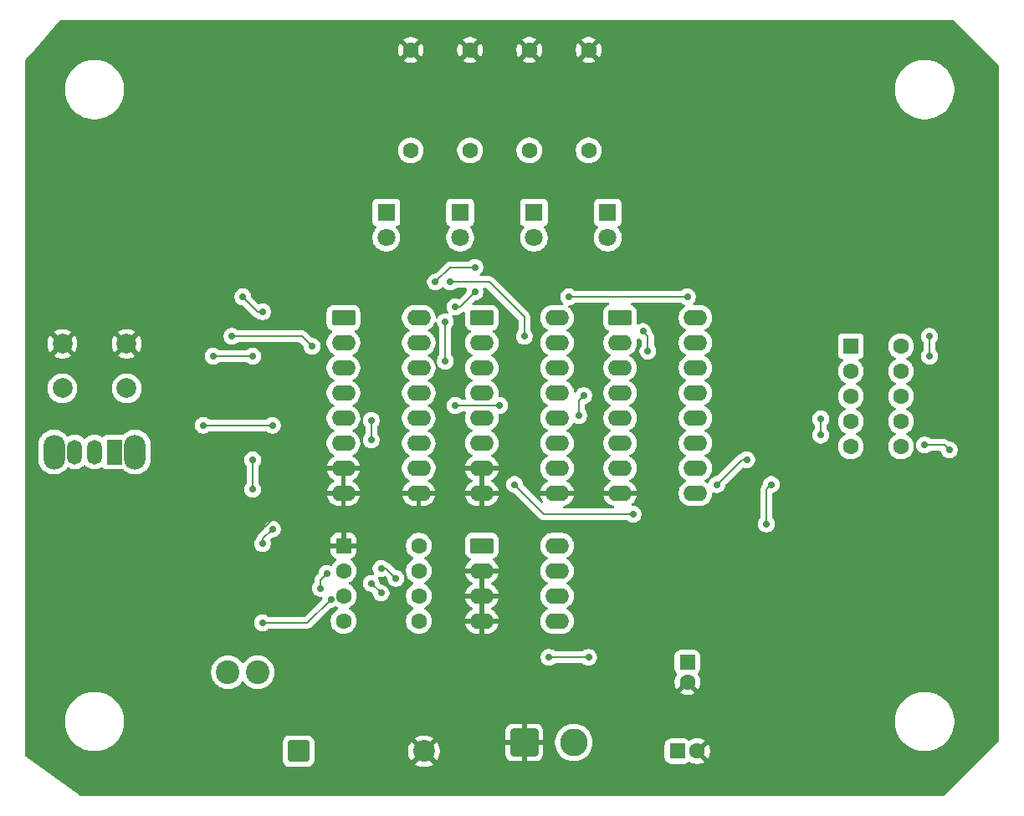
<source format=gbr>
%TF.GenerationSoftware,KiCad,Pcbnew,9.0.3*%
%TF.CreationDate,2025-12-16T09:58:44+01:00*%
%TF.ProjectId,PTP_Teo_Sencar_Project1,5054505f-5465-46f5-9f53-656e6361725f,rev?*%
%TF.SameCoordinates,Original*%
%TF.FileFunction,Copper,L2,Bot*%
%TF.FilePolarity,Positive*%
%FSLAX46Y46*%
G04 Gerber Fmt 4.6, Leading zero omitted, Abs format (unit mm)*
G04 Created by KiCad (PCBNEW 9.0.3) date 2025-12-16 09:58:44*
%MOMM*%
%LPD*%
G01*
G04 APERTURE LIST*
G04 Aperture macros list*
%AMRoundRect*
0 Rectangle with rounded corners*
0 $1 Rounding radius*
0 $2 $3 $4 $5 $6 $7 $8 $9 X,Y pos of 4 corners*
0 Add a 4 corners polygon primitive as box body*
4,1,4,$2,$3,$4,$5,$6,$7,$8,$9,$2,$3,0*
0 Add four circle primitives for the rounded corners*
1,1,$1+$1,$2,$3*
1,1,$1+$1,$4,$5*
1,1,$1+$1,$6,$7*
1,1,$1+$1,$8,$9*
0 Add four rect primitives between the rounded corners*
20,1,$1+$1,$2,$3,$4,$5,0*
20,1,$1+$1,$4,$5,$6,$7,0*
20,1,$1+$1,$6,$7,$8,$9,0*
20,1,$1+$1,$8,$9,$2,$3,0*%
G04 Aperture macros list end*
%TA.AperFunction,ComponentPad*%
%ADD10O,1.500000X2.500000*%
%TD*%
%TA.AperFunction,ComponentPad*%
%ADD11R,1.500000X2.500000*%
%TD*%
%TA.AperFunction,ComponentPad*%
%ADD12O,2.200000X3.500000*%
%TD*%
%TA.AperFunction,ComponentPad*%
%ADD13C,1.800000*%
%TD*%
%TA.AperFunction,ComponentPad*%
%ADD14R,1.800000X1.800000*%
%TD*%
%TA.AperFunction,ComponentPad*%
%ADD15C,2.000000*%
%TD*%
%TA.AperFunction,ComponentPad*%
%ADD16C,1.600000*%
%TD*%
%TA.AperFunction,ComponentPad*%
%ADD17RoundRect,0.250000X-0.550000X0.550000X-0.550000X-0.550000X0.550000X-0.550000X0.550000X0.550000X0*%
%TD*%
%TA.AperFunction,ComponentPad*%
%ADD18RoundRect,0.250000X-0.550000X-0.550000X0.550000X-0.550000X0.550000X0.550000X-0.550000X0.550000X0*%
%TD*%
%TA.AperFunction,ComponentPad*%
%ADD19RoundRect,0.250000X-0.950000X-0.550000X0.950000X-0.550000X0.950000X0.550000X-0.950000X0.550000X0*%
%TD*%
%TA.AperFunction,ComponentPad*%
%ADD20O,2.400000X1.600000*%
%TD*%
%TA.AperFunction,ComponentPad*%
%ADD21R,1.600000X1.600000*%
%TD*%
%TA.AperFunction,ComponentPad*%
%ADD22RoundRect,0.249999X-0.850001X-0.850001X0.850001X-0.850001X0.850001X0.850001X-0.850001X0.850001X0*%
%TD*%
%TA.AperFunction,ComponentPad*%
%ADD23C,2.200000*%
%TD*%
%TA.AperFunction,ComponentPad*%
%ADD24RoundRect,0.250001X-1.149999X-1.149999X1.149999X-1.149999X1.149999X1.149999X-1.149999X1.149999X0*%
%TD*%
%TA.AperFunction,ComponentPad*%
%ADD25C,2.800000*%
%TD*%
%TA.AperFunction,ComponentPad*%
%ADD26C,2.400000*%
%TD*%
%TA.AperFunction,ViaPad*%
%ADD27C,0.700000*%
%TD*%
%TA.AperFunction,Conductor*%
%ADD28C,0.200000*%
%TD*%
G04 APERTURE END LIST*
D10*
%TO.P,SW2,3,A*%
%TO.N,Net-(SW2-A)*%
X105000000Y-95702500D03*
%TO.P,SW2,2,C*%
%TO.N,555*%
X107000000Y-95702500D03*
D11*
%TO.P,SW2,1,B*%
%TO.N,Clock*%
X109000000Y-95702500D03*
D12*
%TO.P,SW2,*%
%TO.N,*%
X102900000Y-95702500D03*
X111100000Y-95702500D03*
%TD*%
D13*
%TO.P,D3,2,A*%
%TO.N,Q2*%
X144000000Y-74000000D03*
D14*
%TO.P,D3,1,K*%
%TO.N,Net-(D3-K)*%
X144000000Y-71460000D03*
%TD*%
D15*
%TO.P,SW1,1,1*%
%TO.N,GND*%
X103750000Y-84750000D03*
X110250000Y-84750000D03*
%TO.P,SW1,2,2*%
%TO.N,Net-(R13-Pad1)*%
X103750000Y-89250000D03*
X110250000Y-89250000D03*
%TD*%
D16*
%TO.P,R3,1*%
%TO.N,Net-(D3-K)*%
X145000000Y-65160000D03*
%TO.P,R3,2*%
%TO.N,GND*%
X145000000Y-55000000D03*
%TD*%
D17*
%TO.P,C2,1*%
%TO.N,+5V*%
X167000000Y-117000000D03*
D16*
%TO.P,C2,2*%
%TO.N,GND*%
X167000000Y-119000000D03*
%TD*%
D18*
%TO.P,U7,1,GND*%
%TO.N,GND*%
X132195000Y-105190000D03*
D16*
%TO.P,U7,2,TR*%
%TO.N,Net-(U7-THR)*%
X132195000Y-107730000D03*
%TO.P,U7,3,Q*%
%TO.N,555*%
X132195000Y-110270000D03*
%TO.P,U7,4,R*%
%TO.N,+5V*%
X132195000Y-112810000D03*
%TO.P,U7,5,CV*%
%TO.N,unconnected-(U7-CV-Pad5)*%
X139815000Y-112810000D03*
%TO.P,U7,6,THR*%
%TO.N,Net-(U7-THR)*%
X139815000Y-110270000D03*
%TO.P,U7,7,DIS*%
%TO.N,Net-(U7-DIS)*%
X139815000Y-107730000D03*
%TO.P,U7,8,VCC*%
%TO.N,+5V*%
X139815000Y-105190000D03*
%TD*%
%TO.P,R4,1*%
%TO.N,Net-(D5-K)*%
X139000000Y-65160000D03*
%TO.P,R4,2*%
%TO.N,GND*%
X139000000Y-55000000D03*
%TD*%
D19*
%TO.P,U3,1,Q*%
%TO.N,Q2*%
X146190000Y-82110000D03*
D20*
%TO.P,U3,2,~{Q}*%
%TO.N,unconnected-(U3A-~{Q}-Pad2)*%
X146190000Y-84650000D03*
%TO.P,U3,3,C*%
%TO.N,Q1*%
X146190000Y-87190000D03*
%TO.P,U3,4,R*%
%TO.N,Reset*%
X146190000Y-89730000D03*
%TO.P,U3,5,K*%
%TO.N,Net-(U3A-J)*%
X146190000Y-92270000D03*
%TO.P,U3,6,J*%
X146190000Y-94810000D03*
%TO.P,U3,7,S*%
%TO.N,GND*%
X146190000Y-97350000D03*
%TO.P,U3,8,VSS*%
X146190000Y-99890000D03*
%TO.P,U3,9,S*%
X153810000Y-99890000D03*
%TO.P,U3,10,J*%
%TO.N,Net-(U3B-J)*%
X153810000Y-97350000D03*
%TO.P,U3,11,K*%
X153810000Y-94810000D03*
%TO.P,U3,12,R*%
%TO.N,Reset*%
X153810000Y-92270000D03*
%TO.P,U3,13,C*%
%TO.N,Q2*%
X153810000Y-89730000D03*
%TO.P,U3,14,~{Q}*%
%TO.N,unconnected-(U3B-~{Q}-Pad14)*%
X153810000Y-87190000D03*
%TO.P,U3,15,Q*%
%TO.N,Q3*%
X153810000Y-84650000D03*
%TO.P,U3,16,VDD*%
%TO.N,+5V*%
X153810000Y-82110000D03*
%TD*%
D19*
%TO.P,U4,1,B*%
%TO.N,Q1*%
X160190000Y-82110000D03*
D20*
%TO.P,U4,2,C*%
%TO.N,Q2*%
X160190000Y-84650000D03*
%TO.P,U4,3,LT*%
%TO.N,Net-(U4-BI)*%
X160190000Y-87190000D03*
%TO.P,U4,4,BI*%
X160190000Y-89730000D03*
%TO.P,U4,5,RBI*%
X160190000Y-92270000D03*
%TO.P,U4,6,D*%
%TO.N,Q3*%
X160190000Y-94810000D03*
%TO.P,U4,7,A*%
%TO.N,Q0*%
X160190000Y-97350000D03*
%TO.P,U4,8,GND*%
%TO.N,GND*%
X160190000Y-99890000D03*
%TO.P,U4,9,e*%
%TO.N,Net-(U4-e)*%
X167810000Y-99890000D03*
%TO.P,U4,10,d*%
%TO.N,Net-(U4-d)*%
X167810000Y-97350000D03*
%TO.P,U4,11,c*%
%TO.N,Net-(U4-c)*%
X167810000Y-94810000D03*
%TO.P,U4,12,b*%
%TO.N,Net-(U4-b)*%
X167810000Y-92270000D03*
%TO.P,U4,13,a*%
%TO.N,Net-(U4-a)*%
X167810000Y-89730000D03*
%TO.P,U4,14,g*%
%TO.N,Net-(U4-g)*%
X167810000Y-87190000D03*
%TO.P,U4,15,f*%
%TO.N,Net-(U4-f)*%
X167810000Y-84650000D03*
%TO.P,U4,16,VCC*%
%TO.N,+5V*%
X167810000Y-82110000D03*
%TD*%
D19*
%TO.P,U1,1,FB*%
%TO.N,+5V*%
X146190000Y-105190000D03*
D20*
%TO.P,U1,2,SGND*%
%TO.N,GND*%
X146190000Y-107730000D03*
%TO.P,U1,3,~{ON}/OFF*%
X146190000Y-110270000D03*
%TO.P,U1,4,PGND*%
X146190000Y-112810000D03*
%TO.P,U1,5,VIN*%
%TO.N,VD*%
X153810000Y-112810000D03*
%TO.P,U1,6,NC*%
%TO.N,unconnected-(U1-NC-Pad6)*%
X153810000Y-110270000D03*
%TO.P,U1,7,OUT*%
%TO.N,Net-(D4-K)*%
X153810000Y-107730000D03*
%TO.P,U1,8,NC*%
%TO.N,unconnected-(U1-NC-Pad8)*%
X153810000Y-105190000D03*
%TD*%
D18*
%TO.P,C1,1*%
%TO.N,VD*%
X166000000Y-126000000D03*
D16*
%TO.P,C1,2*%
%TO.N,GND*%
X168000000Y-126000000D03*
%TD*%
D21*
%TO.P,U5,1,CA*%
%TO.N,+5V*%
X183532500Y-84982500D03*
D16*
%TO.P,U5,2,F*%
%TO.N,Net-(U5-F)*%
X183532500Y-87522500D03*
%TO.P,U5,3,G*%
%TO.N,Net-(U5-G)*%
X183532500Y-90062500D03*
%TO.P,U5,4,E*%
%TO.N,Net-(U5-E)*%
X183532500Y-92602500D03*
%TO.P,U5,5,D*%
%TO.N,Net-(U5-D)*%
X183532500Y-95142500D03*
%TO.P,U5,6,CA*%
%TO.N,+5V*%
X188612500Y-95142500D03*
%TO.P,U5,7,DP*%
%TO.N,unconnected-(U5-DP-Pad7)*%
X188612500Y-92602500D03*
%TO.P,U5,8,C*%
%TO.N,Net-(U5-C)*%
X188612500Y-90062500D03*
%TO.P,U5,9,B*%
%TO.N,Net-(U5-B)*%
X188612500Y-87522500D03*
%TO.P,U5,10,A*%
%TO.N,Net-(U5-A)*%
X188612500Y-84982500D03*
%TD*%
D14*
%TO.P,D2,1,K*%
%TO.N,Net-(D2-K)*%
X151470000Y-71460000D03*
D13*
%TO.P,D2,2,A*%
%TO.N,Q1*%
X151470000Y-74000000D03*
%TD*%
D22*
%TO.P,D4,1,K*%
%TO.N,Net-(D4-K)*%
X127650000Y-126000000D03*
D23*
%TO.P,D4,2,A*%
%TO.N,GND*%
X140350000Y-126000000D03*
%TD*%
D16*
%TO.P,R2,1*%
%TO.N,Net-(D2-K)*%
X151000000Y-65160000D03*
%TO.P,R2,2*%
%TO.N,GND*%
X151000000Y-55000000D03*
%TD*%
D14*
%TO.P,D5,1,K*%
%TO.N,Net-(D5-K)*%
X136530000Y-71460000D03*
D13*
%TO.P,D5,2,A*%
%TO.N,Q3*%
X136530000Y-74000000D03*
%TD*%
D16*
%TO.P,R1,1*%
%TO.N,Net-(D1-K)*%
X157000000Y-65160000D03*
%TO.P,R1,2*%
%TO.N,GND*%
X157000000Y-55000000D03*
%TD*%
D14*
%TO.P,D1,1,K*%
%TO.N,Net-(D1-K)*%
X158940000Y-71460000D03*
D13*
%TO.P,D1,2,A*%
%TO.N,Q0*%
X158940000Y-74000000D03*
%TD*%
D24*
%TO.P,J1,1,Pin_1*%
%TO.N,GND*%
X150500000Y-125117500D03*
D25*
%TO.P,J1,2,Pin_2*%
%TO.N,VD*%
X155500000Y-125117500D03*
%TD*%
D26*
%TO.P,L1,1,1*%
%TO.N,Net-(D4-K)*%
X123500000Y-118000000D03*
%TO.P,L1,2,2*%
%TO.N,+5V*%
X120500000Y-118000000D03*
%TD*%
D19*
%TO.P,U2,1,Q*%
%TO.N,Q0*%
X132190000Y-82110000D03*
D20*
%TO.P,U2,2,~{Q}*%
%TO.N,unconnected-(U2A-~{Q}-Pad2)*%
X132190000Y-84650000D03*
%TO.P,U2,3,C*%
%TO.N,Clock*%
X132190000Y-87190000D03*
%TO.P,U2,4,R*%
%TO.N,Reset*%
X132190000Y-89730000D03*
%TO.P,U2,5,K*%
%TO.N,Net-(U2A-J)*%
X132190000Y-92270000D03*
%TO.P,U2,6,J*%
X132190000Y-94810000D03*
%TO.P,U2,7,S*%
%TO.N,GND*%
X132190000Y-97350000D03*
%TO.P,U2,8,VSS*%
X132190000Y-99890000D03*
%TO.P,U2,9,S*%
X139810000Y-99890000D03*
%TO.P,U2,10,J*%
%TO.N,Net-(U2B-J)*%
X139810000Y-97350000D03*
%TO.P,U2,11,K*%
X139810000Y-94810000D03*
%TO.P,U2,12,R*%
%TO.N,Reset*%
X139810000Y-92270000D03*
%TO.P,U2,13,C*%
%TO.N,Q0*%
X139810000Y-89730000D03*
%TO.P,U2,14,~{Q}*%
%TO.N,unconnected-(U2B-~{Q}-Pad14)*%
X139810000Y-87190000D03*
%TO.P,U2,15,Q*%
%TO.N,Q1*%
X139810000Y-84650000D03*
%TO.P,U2,16,VDD*%
%TO.N,+5V*%
X139810000Y-82110000D03*
%TD*%
D27*
%TO.N,Net-(U2A-J)*%
X135000000Y-92500000D03*
X135000000Y-94500000D03*
%TO.N,GND*%
X122500000Y-108000000D03*
X120000000Y-107500000D03*
X125000000Y-102000000D03*
X123000000Y-104500000D03*
%TO.N,Q2*%
X156000000Y-92000000D03*
X156500000Y-90000000D03*
%TO.N,Q0*%
X162500000Y-83500000D03*
X163000000Y-85500000D03*
%TO.N,Net-(U3A-J)*%
X149500000Y-99000000D03*
X161500000Y-102000000D03*
%TO.N,Q0*%
X148000000Y-91000000D03*
X143500000Y-91000000D03*
%TO.N,Q1*%
X145500000Y-77000000D03*
X141500000Y-78500000D03*
%TO.N,+5V*%
X145500000Y-79500000D03*
X143500000Y-81000000D03*
%TO.N,Clock*%
X120900000Y-84000000D03*
X129000000Y-85000000D03*
%TO.N,Net-(U7-DIS)*%
X125000000Y-103500000D03*
X124000000Y-105000000D03*
%TO.N,Net-(D4-K)*%
X157000000Y-116500000D03*
X153000000Y-116500000D03*
%TO.N,Net-(U5-B)*%
X191500000Y-86000000D03*
X191500000Y-84000000D03*
%TO.N,Net-(U5-C)*%
X193500000Y-95500000D03*
X191000000Y-95000000D03*
%TO.N,Net-(U5-E)*%
X180500000Y-94000000D03*
X180500000Y-92350000D03*
%TO.N,Net-(U4-d)*%
X170000000Y-99000000D03*
X173000000Y-96500000D03*
%TO.N,Net-(U4-e)*%
X175000000Y-103000000D03*
X175500000Y-99000000D03*
%TO.N,+5V*%
X155000000Y-80000000D03*
X167000000Y-80000000D03*
%TO.N,Reset*%
X124000000Y-81500000D03*
X122000000Y-80000000D03*
%TO.N,Net-(U2A-J)*%
X119000000Y-86000000D03*
X123000000Y-86000000D03*
%TO.N,Net-(U2B-J)*%
X125000000Y-93000000D03*
X118000000Y-93000000D03*
%TO.N,Net-(SW2-A)*%
X123000000Y-99500000D03*
X123000000Y-96500000D03*
%TO.N,555*%
X130919240Y-110615000D03*
X124000000Y-113000000D03*
%TO.N,Net-(U7-THR)*%
X129850000Y-109500000D03*
X130500000Y-108000000D03*
%TO.N,Net-(U7-DIS)*%
X137500000Y-108500000D03*
X136000000Y-107500000D03*
%TO.N,Net-(U7-THR)*%
X135000000Y-109000000D03*
X136000000Y-110000000D03*
%TO.N,Q3*%
X143000000Y-78500000D03*
X150500000Y-84000000D03*
%TO.N,Q1*%
X142500000Y-86500000D03*
X142500000Y-82500000D03*
%TD*%
D28*
%TO.N,Net-(U2A-J)*%
X135000000Y-92500000D02*
X135000000Y-94500000D01*
%TO.N,GND*%
X120000000Y-107500000D02*
X122000000Y-107500000D01*
X122000000Y-107500000D02*
X122500000Y-108000000D01*
X123000000Y-104500000D02*
X125000000Y-102500000D01*
X125000000Y-102500000D02*
X125000000Y-102000000D01*
%TO.N,Q2*%
X156000000Y-90500000D02*
X156500000Y-90000000D01*
X156000000Y-92000000D02*
X156000000Y-90500000D01*
%TO.N,Q0*%
X163000000Y-85500000D02*
X163000000Y-84000000D01*
X163000000Y-84000000D02*
X162500000Y-83500000D01*
%TO.N,Net-(U3A-J)*%
X161500000Y-102000000D02*
X152500000Y-102000000D01*
X152500000Y-102000000D02*
X149500000Y-99000000D01*
%TO.N,Q0*%
X148000000Y-91000000D02*
X143500000Y-91000000D01*
%TO.N,Q1*%
X143000000Y-77000000D02*
X145500000Y-77000000D01*
X141500000Y-78500000D02*
X143000000Y-77000000D01*
%TO.N,Q3*%
X150500000Y-82050057D02*
X150500000Y-84000000D01*
X143000000Y-78500000D02*
X146949943Y-78500000D01*
X146949943Y-78500000D02*
X150500000Y-82050057D01*
%TO.N,+5V*%
X144000000Y-81000000D02*
X143500000Y-81000000D01*
X145500000Y-79500000D02*
X144000000Y-81000000D01*
%TO.N,Clock*%
X128000000Y-84000000D02*
X120900000Y-84000000D01*
X129000000Y-85000000D02*
X128000000Y-84000000D01*
%TO.N,Net-(U7-DIS)*%
X124000000Y-104500000D02*
X125000000Y-103500000D01*
X124000000Y-105000000D02*
X124000000Y-104500000D01*
%TO.N,Net-(D4-K)*%
X153000000Y-116500000D02*
X157000000Y-116500000D01*
%TO.N,Net-(U5-B)*%
X191500000Y-84000000D02*
X191500000Y-86000000D01*
%TO.N,Net-(U5-C)*%
X193000000Y-95000000D02*
X193500000Y-95500000D01*
X191000000Y-95000000D02*
X193000000Y-95000000D01*
%TO.N,Net-(U5-E)*%
X180500000Y-94000000D02*
X180500000Y-92350000D01*
%TO.N,Net-(U4-d)*%
X173000000Y-96500000D02*
X172500000Y-96500000D01*
X172500000Y-96500000D02*
X170000000Y-99000000D01*
%TO.N,Net-(U4-e)*%
X175000000Y-99500000D02*
X175000000Y-103000000D01*
X175500000Y-99000000D02*
X175000000Y-99500000D01*
%TO.N,+5V*%
X155000000Y-80000000D02*
X167000000Y-80000000D01*
%TO.N,Reset*%
X123500000Y-81500000D02*
X122000000Y-80000000D01*
X124000000Y-81500000D02*
X123500000Y-81500000D01*
%TO.N,Net-(U2A-J)*%
X123000000Y-86000000D02*
X119000000Y-86000000D01*
%TO.N,Net-(U2B-J)*%
X125000000Y-93000000D02*
X118000000Y-93000000D01*
%TO.N,Net-(SW2-A)*%
X123000000Y-96500000D02*
X123000000Y-99500000D01*
%TO.N,555*%
X128534240Y-113000000D02*
X130919240Y-110615000D01*
X124000000Y-113000000D02*
X128534240Y-113000000D01*
%TO.N,Net-(U7-THR)*%
X129850000Y-108650000D02*
X130500000Y-108000000D01*
X129850000Y-109500000D02*
X129850000Y-108650000D01*
%TO.N,Net-(U7-DIS)*%
X136500000Y-107500000D02*
X137500000Y-108500000D01*
X136000000Y-107500000D02*
X136500000Y-107500000D01*
%TO.N,Net-(U7-THR)*%
X135000000Y-109000000D02*
X136000000Y-110000000D01*
%TO.N,Q1*%
X142500000Y-82500000D02*
X142500000Y-86500000D01*
%TD*%
%TA.AperFunction,Conductor*%
%TO.N,GND*%
G36*
X146440000Y-112494314D02*
G01*
X146435606Y-112489920D01*
X146344394Y-112437259D01*
X146242661Y-112410000D01*
X146137339Y-112410000D01*
X146035606Y-112437259D01*
X145944394Y-112489920D01*
X145940000Y-112494314D01*
X145940000Y-110585686D01*
X145944394Y-110590080D01*
X146035606Y-110642741D01*
X146137339Y-110670000D01*
X146242661Y-110670000D01*
X146344394Y-110642741D01*
X146435606Y-110590080D01*
X146440000Y-110585686D01*
X146440000Y-112494314D01*
G37*
%TD.AperFunction*%
%TA.AperFunction,Conductor*%
G36*
X146440000Y-109954314D02*
G01*
X146435606Y-109949920D01*
X146344394Y-109897259D01*
X146242661Y-109870000D01*
X146137339Y-109870000D01*
X146035606Y-109897259D01*
X145944394Y-109949920D01*
X145940000Y-109954314D01*
X145940000Y-108045686D01*
X145944394Y-108050080D01*
X146035606Y-108102741D01*
X146137339Y-108130000D01*
X146242661Y-108130000D01*
X146344394Y-108102741D01*
X146435606Y-108050080D01*
X146440000Y-108045686D01*
X146440000Y-109954314D01*
G37*
%TD.AperFunction*%
%TA.AperFunction,Conductor*%
G36*
X159048228Y-80620185D02*
G01*
X159093983Y-80672989D01*
X159103927Y-80742147D01*
X159074902Y-80805703D01*
X159020193Y-80842206D01*
X158920668Y-80875185D01*
X158920663Y-80875187D01*
X158771342Y-80967289D01*
X158647289Y-81091342D01*
X158555187Y-81240663D01*
X158555185Y-81240668D01*
X158551457Y-81251918D01*
X158500001Y-81407203D01*
X158500001Y-81407204D01*
X158500000Y-81407204D01*
X158489500Y-81509983D01*
X158489500Y-82710001D01*
X158489501Y-82710018D01*
X158500000Y-82812796D01*
X158500001Y-82812799D01*
X158548063Y-82957838D01*
X158555186Y-82979334D01*
X158647288Y-83128656D01*
X158771344Y-83252712D01*
X158920666Y-83344814D01*
X159002570Y-83371954D01*
X159060015Y-83411727D01*
X159086838Y-83476243D01*
X159074523Y-83545018D01*
X159036451Y-83589978D01*
X158942787Y-83658028D01*
X158942782Y-83658032D01*
X158798028Y-83802786D01*
X158677715Y-83968386D01*
X158584781Y-84150776D01*
X158521522Y-84345465D01*
X158489500Y-84547648D01*
X158489500Y-84752351D01*
X158521522Y-84954534D01*
X158584781Y-85149223D01*
X158677715Y-85331613D01*
X158798028Y-85497213D01*
X158942786Y-85641971D01*
X159088827Y-85748074D01*
X159108390Y-85762287D01*
X159199840Y-85808883D01*
X159201080Y-85809515D01*
X159251876Y-85857490D01*
X159268671Y-85925311D01*
X159246134Y-85991446D01*
X159201080Y-86030485D01*
X159108386Y-86077715D01*
X158942786Y-86198028D01*
X158798028Y-86342786D01*
X158677715Y-86508386D01*
X158584781Y-86690776D01*
X158521522Y-86885465D01*
X158489500Y-87087648D01*
X158489500Y-87292351D01*
X158521522Y-87494534D01*
X158584781Y-87689223D01*
X158634320Y-87786447D01*
X158671508Y-87859433D01*
X158677715Y-87871613D01*
X158798028Y-88037213D01*
X158942786Y-88181971D01*
X159097749Y-88294556D01*
X159108390Y-88302287D01*
X159199840Y-88348883D01*
X159201080Y-88349515D01*
X159251876Y-88397490D01*
X159268671Y-88465311D01*
X159246134Y-88531446D01*
X159201080Y-88570485D01*
X159108386Y-88617715D01*
X158942786Y-88738028D01*
X158798028Y-88882786D01*
X158677715Y-89048386D01*
X158584781Y-89230776D01*
X158521522Y-89425465D01*
X158489500Y-89627648D01*
X158489500Y-89832351D01*
X158521522Y-90034534D01*
X158584781Y-90229223D01*
X158604649Y-90268215D01*
X158673256Y-90402863D01*
X158677715Y-90411613D01*
X158798028Y-90577213D01*
X158942786Y-90721971D01*
X159074707Y-90817815D01*
X159108390Y-90842287D01*
X159186127Y-90881896D01*
X159201080Y-90889515D01*
X159251876Y-90937490D01*
X159268671Y-91005311D01*
X159246134Y-91071446D01*
X159201080Y-91110485D01*
X159108386Y-91157715D01*
X158942786Y-91278028D01*
X158798028Y-91422786D01*
X158677715Y-91588386D01*
X158584781Y-91770776D01*
X158521522Y-91965465D01*
X158489500Y-92167648D01*
X158489500Y-92372351D01*
X158521522Y-92574534D01*
X158584781Y-92769223D01*
X158647422Y-92892160D01*
X158659687Y-92916233D01*
X158677715Y-92951613D01*
X158798028Y-93117213D01*
X158942786Y-93261971D01*
X159058925Y-93346349D01*
X159108390Y-93382287D01*
X159199840Y-93428883D01*
X159201080Y-93429515D01*
X159251876Y-93477490D01*
X159268671Y-93545311D01*
X159246134Y-93611446D01*
X159201080Y-93650485D01*
X159108386Y-93697715D01*
X158942786Y-93818028D01*
X158798028Y-93962786D01*
X158677715Y-94128386D01*
X158584781Y-94310776D01*
X158521522Y-94505465D01*
X158489500Y-94707648D01*
X158489500Y-94912351D01*
X158521522Y-95114534D01*
X158584781Y-95309223D01*
X158677715Y-95491613D01*
X158798028Y-95657213D01*
X158942786Y-95801971D01*
X159097749Y-95914556D01*
X159108390Y-95922287D01*
X159178161Y-95957837D01*
X159201080Y-95969515D01*
X159251876Y-96017490D01*
X159268671Y-96085311D01*
X159246134Y-96151446D01*
X159201080Y-96190485D01*
X159108386Y-96237715D01*
X158942786Y-96358028D01*
X158798028Y-96502786D01*
X158677715Y-96668386D01*
X158584781Y-96850776D01*
X158521522Y-97045465D01*
X158493525Y-97222236D01*
X158489500Y-97247648D01*
X158489500Y-97452352D01*
X158489603Y-97453000D01*
X158521522Y-97654534D01*
X158584781Y-97849223D01*
X158677715Y-98031613D01*
X158798028Y-98197213D01*
X158942786Y-98341971D01*
X159097749Y-98454556D01*
X159108390Y-98462287D01*
X159180424Y-98498990D01*
X159201629Y-98509795D01*
X159252425Y-98557770D01*
X159269220Y-98625591D01*
X159246682Y-98691726D01*
X159201629Y-98730765D01*
X159108650Y-98778140D01*
X158943105Y-98898417D01*
X158943104Y-98898417D01*
X158798417Y-99043104D01*
X158798417Y-99043105D01*
X158678140Y-99208650D01*
X158585244Y-99390970D01*
X158522009Y-99585586D01*
X158513391Y-99640000D01*
X159874314Y-99640000D01*
X159869920Y-99644394D01*
X159817259Y-99735606D01*
X159790000Y-99837339D01*
X159790000Y-99942661D01*
X159817259Y-100044394D01*
X159869920Y-100135606D01*
X159874314Y-100140000D01*
X158513391Y-100140000D01*
X158522009Y-100194413D01*
X158585244Y-100389029D01*
X158678140Y-100571349D01*
X158798417Y-100736894D01*
X158798417Y-100736895D01*
X158943104Y-100881582D01*
X159108650Y-101001859D01*
X159290968Y-101094755D01*
X159484286Y-101157569D01*
X159541961Y-101197007D01*
X159569159Y-101261366D01*
X159557244Y-101330212D01*
X159510000Y-101381688D01*
X159445967Y-101399500D01*
X154554033Y-101399500D01*
X154486994Y-101379815D01*
X154441239Y-101327011D01*
X154431295Y-101257853D01*
X154460320Y-101194297D01*
X154515714Y-101157569D01*
X154709031Y-101094755D01*
X154891349Y-101001859D01*
X155056894Y-100881582D01*
X155056895Y-100881582D01*
X155201582Y-100736895D01*
X155201582Y-100736894D01*
X155321859Y-100571349D01*
X155414755Y-100389029D01*
X155477990Y-100194413D01*
X155486609Y-100140000D01*
X154125686Y-100140000D01*
X154130080Y-100135606D01*
X154182741Y-100044394D01*
X154210000Y-99942661D01*
X154210000Y-99837339D01*
X154182741Y-99735606D01*
X154130080Y-99644394D01*
X154125686Y-99640000D01*
X155486609Y-99640000D01*
X155477990Y-99585586D01*
X155414755Y-99390970D01*
X155321859Y-99208650D01*
X155201582Y-99043105D01*
X155201582Y-99043104D01*
X155056895Y-98898417D01*
X154891349Y-98778140D01*
X154798370Y-98730765D01*
X154747574Y-98682790D01*
X154730779Y-98614969D01*
X154753316Y-98548835D01*
X154798370Y-98509795D01*
X154798920Y-98509515D01*
X154891610Y-98462287D01*
X154912770Y-98446913D01*
X155057213Y-98341971D01*
X155057215Y-98341968D01*
X155057219Y-98341966D01*
X155201966Y-98197219D01*
X155201968Y-98197215D01*
X155201971Y-98197213D01*
X155263023Y-98113181D01*
X155322287Y-98031610D01*
X155415220Y-97849219D01*
X155478477Y-97654534D01*
X155510500Y-97452352D01*
X155510500Y-97247648D01*
X155502257Y-97195606D01*
X155478477Y-97045465D01*
X155415218Y-96850776D01*
X155362888Y-96748074D01*
X155322287Y-96668390D01*
X155314556Y-96657749D01*
X155201971Y-96502786D01*
X155057213Y-96358028D01*
X154891614Y-96237715D01*
X154885006Y-96234348D01*
X154798917Y-96190483D01*
X154748123Y-96142511D01*
X154731328Y-96074690D01*
X154753865Y-96008555D01*
X154798917Y-95969516D01*
X154891610Y-95922287D01*
X154935133Y-95890666D01*
X155057213Y-95801971D01*
X155057215Y-95801968D01*
X155057219Y-95801966D01*
X155201966Y-95657219D01*
X155201968Y-95657215D01*
X155201971Y-95657213D01*
X155285559Y-95542162D01*
X155322287Y-95491610D01*
X155415220Y-95309219D01*
X155478477Y-95114534D01*
X155510500Y-94912352D01*
X155510500Y-94707648D01*
X155492997Y-94597139D01*
X155478477Y-94505465D01*
X155445138Y-94402860D01*
X155415220Y-94310781D01*
X155415218Y-94310778D01*
X155415218Y-94310776D01*
X155376932Y-94235637D01*
X155322287Y-94128390D01*
X155289870Y-94083771D01*
X155201971Y-93962786D01*
X155057213Y-93818028D01*
X154891614Y-93697715D01*
X154885006Y-93694348D01*
X154798917Y-93650483D01*
X154748123Y-93602511D01*
X154731328Y-93534690D01*
X154753865Y-93468555D01*
X154798917Y-93429516D01*
X154891610Y-93382287D01*
X154941075Y-93346349D01*
X155057213Y-93261971D01*
X155057215Y-93261968D01*
X155057219Y-93261966D01*
X155201966Y-93117219D01*
X155201968Y-93117215D01*
X155201971Y-93117213D01*
X155322284Y-92951614D01*
X155322285Y-92951613D01*
X155322287Y-92951610D01*
X155403972Y-92791293D01*
X155451945Y-92740499D01*
X155519766Y-92723704D01*
X155583345Y-92744487D01*
X155597137Y-92753703D01*
X155751918Y-92817816D01*
X155916228Y-92850499D01*
X155916232Y-92850500D01*
X155916233Y-92850500D01*
X156083768Y-92850500D01*
X156083769Y-92850499D01*
X156248082Y-92817816D01*
X156402863Y-92753703D01*
X156542162Y-92660626D01*
X156660626Y-92542162D01*
X156753703Y-92402863D01*
X156817816Y-92248082D01*
X156850500Y-92083767D01*
X156850500Y-91916233D01*
X156817816Y-91751918D01*
X156753703Y-91597137D01*
X156682260Y-91490215D01*
X156660626Y-91457837D01*
X156636819Y-91434030D01*
X156603334Y-91372707D01*
X156600500Y-91346349D01*
X156600500Y-90948935D01*
X156620185Y-90881896D01*
X156672989Y-90836141D01*
X156700303Y-90827319D01*
X156748082Y-90817816D01*
X156902863Y-90753703D01*
X157042162Y-90660626D01*
X157160626Y-90542162D01*
X157253703Y-90402863D01*
X157317816Y-90248082D01*
X157350500Y-90083767D01*
X157350500Y-89916233D01*
X157317816Y-89751918D01*
X157262852Y-89619224D01*
X157253704Y-89597139D01*
X157160626Y-89457837D01*
X157042162Y-89339373D01*
X156902860Y-89246295D01*
X156748082Y-89182184D01*
X156748074Y-89182182D01*
X156583771Y-89149500D01*
X156583767Y-89149500D01*
X156416233Y-89149500D01*
X156416228Y-89149500D01*
X156251925Y-89182182D01*
X156251917Y-89182184D01*
X156097139Y-89246295D01*
X155957837Y-89339373D01*
X155839373Y-89457837D01*
X155746296Y-89597138D01*
X155740480Y-89611179D01*
X155696637Y-89665581D01*
X155630342Y-89687644D01*
X155562643Y-89670363D01*
X155515034Y-89619224D01*
X155503447Y-89583124D01*
X155478477Y-89425466D01*
X155415220Y-89230781D01*
X155415218Y-89230778D01*
X155415218Y-89230776D01*
X155373805Y-89149500D01*
X155322287Y-89048390D01*
X155314556Y-89037749D01*
X155201971Y-88882786D01*
X155057213Y-88738028D01*
X154891614Y-88617715D01*
X154885006Y-88614348D01*
X154798917Y-88570483D01*
X154748123Y-88522511D01*
X154731328Y-88454690D01*
X154753865Y-88388555D01*
X154798917Y-88349516D01*
X154891610Y-88302287D01*
X154912770Y-88286913D01*
X155057213Y-88181971D01*
X155057215Y-88181968D01*
X155057219Y-88181966D01*
X155201966Y-88037219D01*
X155201968Y-88037215D01*
X155201971Y-88037213D01*
X155254732Y-87964590D01*
X155322287Y-87871610D01*
X155415220Y-87689219D01*
X155478477Y-87494534D01*
X155510500Y-87292352D01*
X155510500Y-87087648D01*
X155482361Y-86909986D01*
X155478477Y-86885465D01*
X155435665Y-86753704D01*
X155415220Y-86690781D01*
X155415218Y-86690778D01*
X155415218Y-86690776D01*
X155369219Y-86600500D01*
X155322287Y-86508390D01*
X155255332Y-86416233D01*
X155201971Y-86342786D01*
X155057213Y-86198028D01*
X154891614Y-86077715D01*
X154821837Y-86042162D01*
X154798917Y-86030483D01*
X154748123Y-85982511D01*
X154731328Y-85914690D01*
X154753865Y-85848555D01*
X154798917Y-85809516D01*
X154891610Y-85762287D01*
X154912770Y-85746913D01*
X155057213Y-85641971D01*
X155057215Y-85641968D01*
X155057219Y-85641966D01*
X155201966Y-85497219D01*
X155201968Y-85497215D01*
X155201971Y-85497213D01*
X155287264Y-85379815D01*
X155322287Y-85331610D01*
X155415220Y-85149219D01*
X155478477Y-84954534D01*
X155510500Y-84752352D01*
X155510500Y-84547648D01*
X155487568Y-84402863D01*
X155478477Y-84345465D01*
X155422828Y-84174197D01*
X155415220Y-84150781D01*
X155415218Y-84150778D01*
X155415218Y-84150776D01*
X155376616Y-84075016D01*
X155322287Y-83968390D01*
X155301785Y-83940171D01*
X155201971Y-83802786D01*
X155057213Y-83658028D01*
X154891614Y-83537715D01*
X154871248Y-83527338D01*
X154798917Y-83490483D01*
X154748123Y-83442511D01*
X154731328Y-83374690D01*
X154753865Y-83308555D01*
X154798917Y-83269516D01*
X154891610Y-83222287D01*
X154912770Y-83206913D01*
X155057213Y-83101971D01*
X155057215Y-83101968D01*
X155057219Y-83101966D01*
X155201966Y-82957219D01*
X155201968Y-82957215D01*
X155201971Y-82957213D01*
X155254732Y-82884590D01*
X155322287Y-82791610D01*
X155415220Y-82609219D01*
X155478477Y-82414534D01*
X155510500Y-82212352D01*
X155510500Y-82007648D01*
X155502580Y-81957643D01*
X155478477Y-81805465D01*
X155438420Y-81682184D01*
X155415220Y-81610781D01*
X155415218Y-81610778D01*
X155415218Y-81610776D01*
X155380257Y-81542162D01*
X155322287Y-81428390D01*
X155314556Y-81417749D01*
X155201971Y-81262786D01*
X155057213Y-81118028D01*
X154997738Y-81074818D01*
X154955072Y-81019489D01*
X154949093Y-80949875D01*
X154981698Y-80888080D01*
X155042537Y-80853723D01*
X155070623Y-80850500D01*
X155083768Y-80850500D01*
X155083769Y-80850499D01*
X155248082Y-80817816D01*
X155402863Y-80753703D01*
X155542162Y-80660626D01*
X155553288Y-80649500D01*
X155565970Y-80636819D01*
X155627293Y-80603334D01*
X155653651Y-80600500D01*
X158981189Y-80600500D01*
X159048228Y-80620185D01*
G37*
%TD.AperFunction*%
%TA.AperFunction,Conductor*%
G36*
X132440000Y-99574314D02*
G01*
X132435606Y-99569920D01*
X132344394Y-99517259D01*
X132242661Y-99490000D01*
X132137339Y-99490000D01*
X132035606Y-99517259D01*
X131944394Y-99569920D01*
X131940000Y-99574314D01*
X131940000Y-97665686D01*
X131944394Y-97670080D01*
X132035606Y-97722741D01*
X132137339Y-97750000D01*
X132242661Y-97750000D01*
X132344394Y-97722741D01*
X132435606Y-97670080D01*
X132440000Y-97665686D01*
X132440000Y-99574314D01*
G37*
%TD.AperFunction*%
%TA.AperFunction,Conductor*%
G36*
X146440000Y-99574314D02*
G01*
X146435606Y-99569920D01*
X146344394Y-99517259D01*
X146242661Y-99490000D01*
X146137339Y-99490000D01*
X146035606Y-99517259D01*
X145944394Y-99569920D01*
X145940000Y-99574314D01*
X145940000Y-97665686D01*
X145944394Y-97670080D01*
X146035606Y-97722741D01*
X146137339Y-97750000D01*
X146242661Y-97750000D01*
X146344394Y-97722741D01*
X146435606Y-97670080D01*
X146440000Y-97665686D01*
X146440000Y-99574314D01*
G37*
%TD.AperFunction*%
%TA.AperFunction,Conductor*%
G36*
X194015677Y-52019685D02*
G01*
X194036319Y-52036319D01*
X198463681Y-56463681D01*
X198497166Y-56525004D01*
X198500000Y-56551362D01*
X198500000Y-124948638D01*
X198480315Y-125015677D01*
X198463681Y-125036319D01*
X193036319Y-130463681D01*
X192974996Y-130497166D01*
X192948638Y-130500000D01*
X105540322Y-130500000D01*
X105473283Y-130480315D01*
X105467389Y-130476283D01*
X100051067Y-126537139D01*
X100008427Y-126481789D01*
X100000000Y-126436856D01*
X100000000Y-122831491D01*
X103999500Y-122831491D01*
X103999500Y-123168508D01*
X104037231Y-123503381D01*
X104037233Y-123503397D01*
X104112223Y-123831953D01*
X104112227Y-123831965D01*
X104223532Y-124150054D01*
X104369752Y-124453683D01*
X104397076Y-124497168D01*
X104549054Y-124739039D01*
X104688037Y-124913318D01*
X104754931Y-124997202D01*
X104759175Y-125002523D01*
X104997477Y-125240825D01*
X105260961Y-125450946D01*
X105546314Y-125630246D01*
X105849949Y-125776469D01*
X106047531Y-125845606D01*
X106168034Y-125887772D01*
X106168046Y-125887776D01*
X106496606Y-125962767D01*
X106831492Y-126000499D01*
X106831493Y-126000500D01*
X106831496Y-126000500D01*
X107168507Y-126000500D01*
X107168507Y-126000499D01*
X107503394Y-125962767D01*
X107831954Y-125887776D01*
X108150051Y-125776469D01*
X108453686Y-125630246D01*
X108739039Y-125450946D01*
X109002523Y-125240825D01*
X109143366Y-125099982D01*
X126049500Y-125099982D01*
X126049500Y-126900017D01*
X126060000Y-127002796D01*
X126082546Y-127070834D01*
X126115186Y-127169335D01*
X126207288Y-127318656D01*
X126331344Y-127442712D01*
X126480665Y-127534814D01*
X126647202Y-127589999D01*
X126749990Y-127600500D01*
X126749995Y-127600500D01*
X128550005Y-127600500D01*
X128550010Y-127600500D01*
X128652798Y-127589999D01*
X128819335Y-127534814D01*
X128968656Y-127442712D01*
X129092712Y-127318656D01*
X129184814Y-127169335D01*
X129239999Y-127002798D01*
X129250500Y-126900010D01*
X129250500Y-125874071D01*
X138750000Y-125874071D01*
X138750000Y-126125928D01*
X138789397Y-126374669D01*
X138867219Y-126614184D01*
X138981557Y-126838583D01*
X139055748Y-126940697D01*
X139055748Y-126940698D01*
X139826212Y-126170234D01*
X139837482Y-126212292D01*
X139909890Y-126337708D01*
X140012292Y-126440110D01*
X140137708Y-126512518D01*
X140179765Y-126523787D01*
X139409300Y-127294250D01*
X139511416Y-127368442D01*
X139735815Y-127482780D01*
X139975330Y-127560602D01*
X140224072Y-127600000D01*
X140475928Y-127600000D01*
X140724669Y-127560602D01*
X140964184Y-127482780D01*
X141188575Y-127368446D01*
X141188581Y-127368442D01*
X141290697Y-127294250D01*
X141290698Y-127294250D01*
X140520234Y-126523787D01*
X140562292Y-126512518D01*
X140687708Y-126440110D01*
X140790110Y-126337708D01*
X140862518Y-126212292D01*
X140873787Y-126170235D01*
X141644250Y-126940698D01*
X141644250Y-126940697D01*
X141718442Y-126838581D01*
X141718446Y-126838575D01*
X141832780Y-126614184D01*
X141910602Y-126374669D01*
X141950000Y-126125928D01*
X141950000Y-125874071D01*
X141910602Y-125625330D01*
X141832780Y-125385815D01*
X141825961Y-125372431D01*
X141718442Y-125161416D01*
X141644250Y-125059301D01*
X141644250Y-125059300D01*
X140873787Y-125829764D01*
X140862518Y-125787708D01*
X140790110Y-125662292D01*
X140687708Y-125559890D01*
X140562292Y-125487482D01*
X140520232Y-125476212D01*
X141290698Y-124705748D01*
X141188583Y-124631557D01*
X140964184Y-124517219D01*
X140724669Y-124439397D01*
X140475928Y-124400000D01*
X140224072Y-124400000D01*
X139975330Y-124439397D01*
X139735815Y-124517219D01*
X139511413Y-124631559D01*
X139409301Y-124705747D01*
X139409300Y-124705748D01*
X140179765Y-125476212D01*
X140137708Y-125487482D01*
X140012292Y-125559890D01*
X139909890Y-125662292D01*
X139837482Y-125787708D01*
X139826212Y-125829765D01*
X139055748Y-125059300D01*
X139055747Y-125059301D01*
X138981559Y-125161413D01*
X138867219Y-125385815D01*
X138789397Y-125625330D01*
X138750000Y-125874071D01*
X129250500Y-125874071D01*
X129250500Y-125099990D01*
X129239999Y-124997202D01*
X129184814Y-124830665D01*
X129092712Y-124681344D01*
X128968656Y-124557288D01*
X128819335Y-124465186D01*
X128652798Y-124410001D01*
X128652796Y-124410000D01*
X128550017Y-124399500D01*
X128550010Y-124399500D01*
X126749990Y-124399500D01*
X126749982Y-124399500D01*
X126647203Y-124410000D01*
X126647202Y-124410001D01*
X126624572Y-124417500D01*
X126480667Y-124465185D01*
X126480662Y-124465187D01*
X126331342Y-124557289D01*
X126207289Y-124681342D01*
X126115187Y-124830662D01*
X126115185Y-124830667D01*
X126102980Y-124867500D01*
X126060001Y-124997202D01*
X126060001Y-124997203D01*
X126060000Y-124997203D01*
X126049500Y-125099982D01*
X109143366Y-125099982D01*
X109240825Y-125002523D01*
X109450946Y-124739039D01*
X109630246Y-124453686D01*
X109776469Y-124150051D01*
X109857833Y-123917527D01*
X109857838Y-123917514D01*
X148600000Y-123917514D01*
X148600000Y-124867500D01*
X149845879Y-124867500D01*
X149826901Y-124913318D01*
X149800000Y-125048556D01*
X149800000Y-125186444D01*
X149826901Y-125321682D01*
X149845879Y-125367500D01*
X148600000Y-125367500D01*
X148600000Y-126317485D01*
X148610493Y-126420189D01*
X148610494Y-126420196D01*
X148665641Y-126586618D01*
X148665643Y-126586623D01*
X148757684Y-126735844D01*
X148881655Y-126859815D01*
X149030876Y-126951856D01*
X149030881Y-126951858D01*
X149197303Y-127007005D01*
X149197310Y-127007006D01*
X149300014Y-127017499D01*
X149300027Y-127017500D01*
X150250000Y-127017500D01*
X150250000Y-125771620D01*
X150295818Y-125790599D01*
X150431056Y-125817500D01*
X150568944Y-125817500D01*
X150704182Y-125790599D01*
X150750000Y-125771620D01*
X150750000Y-127017500D01*
X151699973Y-127017500D01*
X151699985Y-127017499D01*
X151802689Y-127007006D01*
X151802696Y-127007005D01*
X151969118Y-126951858D01*
X151969123Y-126951856D01*
X152118344Y-126859815D01*
X152242315Y-126735844D01*
X152334356Y-126586623D01*
X152334358Y-126586618D01*
X152389505Y-126420196D01*
X152389506Y-126420189D01*
X152399999Y-126317485D01*
X152400000Y-126317472D01*
X152400000Y-125367500D01*
X151154121Y-125367500D01*
X151173099Y-125321682D01*
X151200000Y-125186444D01*
X151200000Y-125048556D01*
X151188937Y-124992941D01*
X153599500Y-124992941D01*
X153599500Y-125242058D01*
X153599501Y-125242075D01*
X153632017Y-125489061D01*
X153696498Y-125729707D01*
X153791830Y-125959861D01*
X153791837Y-125959876D01*
X153916400Y-126175626D01*
X154068060Y-126373274D01*
X154068066Y-126373281D01*
X154244218Y-126549433D01*
X154244225Y-126549439D01*
X154441873Y-126701099D01*
X154657623Y-126825662D01*
X154657638Y-126825669D01*
X154740075Y-126859815D01*
X154887793Y-126921002D01*
X155128435Y-126985482D01*
X155375435Y-127018000D01*
X155375442Y-127018000D01*
X155624558Y-127018000D01*
X155624565Y-127018000D01*
X155871565Y-126985482D01*
X156112207Y-126921002D01*
X156342373Y-126825664D01*
X156558127Y-126701099D01*
X156755776Y-126549438D01*
X156931938Y-126373276D01*
X157083599Y-126175627D01*
X157208164Y-125959873D01*
X157303502Y-125729707D01*
X157367982Y-125489065D01*
X157379710Y-125399983D01*
X164699500Y-125399983D01*
X164699500Y-126600001D01*
X164699501Y-126600018D01*
X164710000Y-126702796D01*
X164710001Y-126702799D01*
X164750715Y-126825664D01*
X164765186Y-126869334D01*
X164857288Y-127018656D01*
X164981344Y-127142712D01*
X165130666Y-127234814D01*
X165297203Y-127289999D01*
X165399991Y-127300500D01*
X166600008Y-127300499D01*
X166702797Y-127289999D01*
X166869334Y-127234814D01*
X167018656Y-127142712D01*
X167087879Y-127073489D01*
X167149202Y-127040004D01*
X167218894Y-127044988D01*
X167248446Y-127060853D01*
X167318646Y-127111857D01*
X167500968Y-127204755D01*
X167695582Y-127267990D01*
X167897683Y-127300000D01*
X168102317Y-127300000D01*
X168304417Y-127267990D01*
X168499031Y-127204755D01*
X168681349Y-127111859D01*
X168725921Y-127079474D01*
X168046447Y-126400000D01*
X168052661Y-126400000D01*
X168154394Y-126372741D01*
X168245606Y-126320080D01*
X168320080Y-126245606D01*
X168372741Y-126154394D01*
X168400000Y-126052661D01*
X168400000Y-126046447D01*
X169079474Y-126725921D01*
X169111859Y-126681349D01*
X169204755Y-126499031D01*
X169267990Y-126304417D01*
X169300000Y-126102317D01*
X169300000Y-125897682D01*
X169267990Y-125695582D01*
X169204755Y-125500968D01*
X169111859Y-125318650D01*
X169079474Y-125274077D01*
X169079474Y-125274076D01*
X168400000Y-125953551D01*
X168400000Y-125947339D01*
X168372741Y-125845606D01*
X168320080Y-125754394D01*
X168245606Y-125679920D01*
X168154394Y-125627259D01*
X168052661Y-125600000D01*
X168046446Y-125600000D01*
X168725922Y-124920524D01*
X168725921Y-124920523D01*
X168681359Y-124888147D01*
X168681350Y-124888141D01*
X168499031Y-124795244D01*
X168304417Y-124732009D01*
X168102317Y-124700000D01*
X167897683Y-124700000D01*
X167695582Y-124732009D01*
X167500968Y-124795244D01*
X167318651Y-124888139D01*
X167248444Y-124939148D01*
X167182637Y-124962627D01*
X167114583Y-124946801D01*
X167087878Y-124926510D01*
X167018657Y-124857289D01*
X167018656Y-124857288D01*
X166869334Y-124765186D01*
X166702797Y-124710001D01*
X166702795Y-124710000D01*
X166600010Y-124699500D01*
X165399998Y-124699500D01*
X165399981Y-124699501D01*
X165297203Y-124710000D01*
X165297200Y-124710001D01*
X165130668Y-124765185D01*
X165130663Y-124765187D01*
X164981342Y-124857289D01*
X164857289Y-124981342D01*
X164765187Y-125130663D01*
X164765186Y-125130666D01*
X164710001Y-125297203D01*
X164710001Y-125297204D01*
X164710000Y-125297204D01*
X164699500Y-125399983D01*
X157379710Y-125399983D01*
X157400500Y-125242065D01*
X157400500Y-124992935D01*
X157367982Y-124745935D01*
X157303502Y-124505293D01*
X157208164Y-124275127D01*
X157135953Y-124150054D01*
X157083599Y-124059373D01*
X156931939Y-123861725D01*
X156931933Y-123861718D01*
X156755781Y-123685566D01*
X156755774Y-123685560D01*
X156558126Y-123533900D01*
X156342376Y-123409337D01*
X156342361Y-123409330D01*
X156112207Y-123313998D01*
X155871561Y-123249517D01*
X155624575Y-123217001D01*
X155624570Y-123217000D01*
X155624565Y-123217000D01*
X155375435Y-123217000D01*
X155375429Y-123217000D01*
X155375424Y-123217001D01*
X155128438Y-123249517D01*
X154887792Y-123313998D01*
X154657638Y-123409330D01*
X154657623Y-123409337D01*
X154441873Y-123533900D01*
X154244225Y-123685560D01*
X154244218Y-123685566D01*
X154068066Y-123861718D01*
X154068060Y-123861725D01*
X153916400Y-124059373D01*
X153791837Y-124275123D01*
X153791830Y-124275138D01*
X153696498Y-124505292D01*
X153632017Y-124745938D01*
X153599501Y-124992924D01*
X153599500Y-124992941D01*
X151188937Y-124992941D01*
X151173099Y-124913318D01*
X151154121Y-124867500D01*
X152400000Y-124867500D01*
X152400000Y-123917527D01*
X152399999Y-123917514D01*
X152389506Y-123814810D01*
X152389505Y-123814803D01*
X152334358Y-123648381D01*
X152334356Y-123648376D01*
X152242315Y-123499155D01*
X152118344Y-123375184D01*
X151969123Y-123283143D01*
X151969118Y-123283141D01*
X151802696Y-123227994D01*
X151802689Y-123227993D01*
X151699985Y-123217500D01*
X150750000Y-123217500D01*
X150750000Y-124463379D01*
X150704182Y-124444401D01*
X150568944Y-124417500D01*
X150431056Y-124417500D01*
X150295818Y-124444401D01*
X150250000Y-124463379D01*
X150250000Y-123217500D01*
X149300014Y-123217500D01*
X149197310Y-123227993D01*
X149197303Y-123227994D01*
X149030881Y-123283141D01*
X149030876Y-123283143D01*
X148881655Y-123375184D01*
X148757684Y-123499155D01*
X148665643Y-123648376D01*
X148665641Y-123648381D01*
X148610494Y-123814803D01*
X148610493Y-123814810D01*
X148600000Y-123917514D01*
X109857838Y-123917514D01*
X109873268Y-123873417D01*
X109873270Y-123873411D01*
X109887772Y-123831965D01*
X109887776Y-123831954D01*
X109962767Y-123503394D01*
X110000500Y-123168504D01*
X110000500Y-122831496D01*
X110000499Y-122831491D01*
X187999500Y-122831491D01*
X187999500Y-123168508D01*
X188037231Y-123503381D01*
X188037233Y-123503397D01*
X188112223Y-123831953D01*
X188112227Y-123831965D01*
X188223532Y-124150054D01*
X188369752Y-124453683D01*
X188397076Y-124497168D01*
X188549054Y-124739039D01*
X188688037Y-124913318D01*
X188754931Y-124997202D01*
X188759175Y-125002523D01*
X188997477Y-125240825D01*
X189260961Y-125450946D01*
X189546314Y-125630246D01*
X189849949Y-125776469D01*
X190047531Y-125845606D01*
X190168034Y-125887772D01*
X190168046Y-125887776D01*
X190496606Y-125962767D01*
X190831492Y-126000499D01*
X190831493Y-126000500D01*
X190831496Y-126000500D01*
X191168507Y-126000500D01*
X191168507Y-126000499D01*
X191503394Y-125962767D01*
X191831954Y-125887776D01*
X192150051Y-125776469D01*
X192453686Y-125630246D01*
X192739039Y-125450946D01*
X193002523Y-125240825D01*
X193240825Y-125002523D01*
X193450946Y-124739039D01*
X193630246Y-124453686D01*
X193776469Y-124150051D01*
X193887776Y-123831954D01*
X193962767Y-123503394D01*
X194000500Y-123168504D01*
X194000500Y-122831496D01*
X193962767Y-122496606D01*
X193887776Y-122168046D01*
X193776469Y-121849949D01*
X193630246Y-121546314D01*
X193450946Y-121260961D01*
X193240825Y-120997477D01*
X193002523Y-120759175D01*
X192739039Y-120549054D01*
X192453686Y-120369754D01*
X192453683Y-120369752D01*
X192150054Y-120223532D01*
X191831965Y-120112227D01*
X191831953Y-120112223D01*
X191503397Y-120037233D01*
X191503381Y-120037231D01*
X191168508Y-119999500D01*
X191168504Y-119999500D01*
X190831496Y-119999500D01*
X190831491Y-119999500D01*
X190496618Y-120037231D01*
X190496602Y-120037233D01*
X190168046Y-120112223D01*
X190168034Y-120112227D01*
X189849945Y-120223532D01*
X189546316Y-120369752D01*
X189260962Y-120549053D01*
X188997477Y-120759174D01*
X188759174Y-120997477D01*
X188549053Y-121260962D01*
X188369752Y-121546316D01*
X188223532Y-121849945D01*
X188112227Y-122168034D01*
X188112223Y-122168046D01*
X188037233Y-122496602D01*
X188037231Y-122496618D01*
X187999500Y-122831491D01*
X110000499Y-122831491D01*
X109962767Y-122496606D01*
X109887776Y-122168046D01*
X109776469Y-121849949D01*
X109630246Y-121546314D01*
X109450946Y-121260961D01*
X109240825Y-120997477D01*
X109002523Y-120759175D01*
X108739039Y-120549054D01*
X108453686Y-120369754D01*
X108453683Y-120369752D01*
X108150054Y-120223532D01*
X107937787Y-120149256D01*
X107831965Y-120112227D01*
X107831953Y-120112223D01*
X107503397Y-120037233D01*
X107503381Y-120037231D01*
X107168508Y-119999500D01*
X107168504Y-119999500D01*
X106831496Y-119999500D01*
X106831491Y-119999500D01*
X106496618Y-120037231D01*
X106496602Y-120037233D01*
X106168046Y-120112223D01*
X106168034Y-120112227D01*
X105849945Y-120223532D01*
X105546316Y-120369752D01*
X105260962Y-120549053D01*
X104997477Y-120759174D01*
X104759174Y-120997477D01*
X104549053Y-121260962D01*
X104369752Y-121546316D01*
X104223532Y-121849945D01*
X104112227Y-122168034D01*
X104112223Y-122168046D01*
X104037233Y-122496602D01*
X104037231Y-122496618D01*
X103999500Y-122831491D01*
X100000000Y-122831491D01*
X100000000Y-117888549D01*
X118799500Y-117888549D01*
X118799500Y-118111450D01*
X118799501Y-118111466D01*
X118828594Y-118332452D01*
X118828595Y-118332457D01*
X118828596Y-118332463D01*
X118828597Y-118332465D01*
X118886290Y-118547780D01*
X118886293Y-118547790D01*
X118947511Y-118695582D01*
X118971595Y-118753726D01*
X119083052Y-118946774D01*
X119083057Y-118946780D01*
X119083058Y-118946782D01*
X119218751Y-119123622D01*
X119218757Y-119123629D01*
X119376370Y-119281242D01*
X119376377Y-119281248D01*
X119495614Y-119372741D01*
X119553226Y-119416948D01*
X119746274Y-119528405D01*
X119952219Y-119613710D01*
X120167537Y-119671404D01*
X120388543Y-119700500D01*
X120388550Y-119700500D01*
X120611450Y-119700500D01*
X120611457Y-119700500D01*
X120832463Y-119671404D01*
X121047781Y-119613710D01*
X121253726Y-119528405D01*
X121446774Y-119416948D01*
X121623624Y-119281247D01*
X121781247Y-119123624D01*
X121901624Y-118966745D01*
X121958052Y-118925542D01*
X122027798Y-118921387D01*
X122088718Y-118955599D01*
X122098376Y-118966745D01*
X122218751Y-119123622D01*
X122218757Y-119123629D01*
X122376370Y-119281242D01*
X122376377Y-119281248D01*
X122495614Y-119372741D01*
X122553226Y-119416948D01*
X122746274Y-119528405D01*
X122952219Y-119613710D01*
X123167537Y-119671404D01*
X123388543Y-119700500D01*
X123388550Y-119700500D01*
X123611450Y-119700500D01*
X123611457Y-119700500D01*
X123832463Y-119671404D01*
X124047781Y-119613710D01*
X124253726Y-119528405D01*
X124446774Y-119416948D01*
X124623624Y-119281247D01*
X124781247Y-119123624D01*
X124916948Y-118946774D01*
X125028405Y-118753726D01*
X125113710Y-118547781D01*
X125171404Y-118332463D01*
X125200500Y-118111457D01*
X125200500Y-117888543D01*
X125171404Y-117667537D01*
X125113710Y-117452219D01*
X125028405Y-117246274D01*
X124916948Y-117053226D01*
X124781247Y-116876376D01*
X124781242Y-116876370D01*
X124623629Y-116718757D01*
X124623622Y-116718751D01*
X124446782Y-116583058D01*
X124446780Y-116583056D01*
X124446774Y-116583052D01*
X124446769Y-116583049D01*
X124446766Y-116583047D01*
X124333284Y-116517528D01*
X124253726Y-116471595D01*
X124253722Y-116471593D01*
X124120059Y-116416228D01*
X152149500Y-116416228D01*
X152149500Y-116583771D01*
X152182182Y-116748074D01*
X152182184Y-116748082D01*
X152246295Y-116902860D01*
X152339373Y-117042162D01*
X152457837Y-117160626D01*
X152550494Y-117222537D01*
X152597137Y-117253703D01*
X152751918Y-117317816D01*
X152916228Y-117350499D01*
X152916232Y-117350500D01*
X152916233Y-117350500D01*
X153083768Y-117350500D01*
X153083769Y-117350499D01*
X153248082Y-117317816D01*
X153402863Y-117253703D01*
X153542162Y-117160626D01*
X153542165Y-117160623D01*
X153565970Y-117136819D01*
X153627293Y-117103334D01*
X153653651Y-117100500D01*
X156346349Y-117100500D01*
X156413388Y-117120185D01*
X156434030Y-117136819D01*
X156457837Y-117160626D01*
X156550494Y-117222537D01*
X156597137Y-117253703D01*
X156751918Y-117317816D01*
X156916228Y-117350499D01*
X156916232Y-117350500D01*
X156916233Y-117350500D01*
X157083768Y-117350500D01*
X157083769Y-117350499D01*
X157248082Y-117317816D01*
X157402863Y-117253703D01*
X157542162Y-117160626D01*
X157660626Y-117042162D01*
X157753703Y-116902863D01*
X157817816Y-116748082D01*
X157850500Y-116583767D01*
X157850500Y-116416233D01*
X157850499Y-116416228D01*
X157850499Y-116416225D01*
X157847268Y-116399983D01*
X165699500Y-116399983D01*
X165699500Y-117600001D01*
X165699501Y-117600018D01*
X165710000Y-117702796D01*
X165710001Y-117702799D01*
X165765185Y-117869331D01*
X165765187Y-117869336D01*
X165857289Y-118018657D01*
X165926510Y-118087878D01*
X165959995Y-118149201D01*
X165955011Y-118218893D01*
X165939148Y-118248444D01*
X165888139Y-118318651D01*
X165795244Y-118500968D01*
X165732009Y-118695582D01*
X165700000Y-118897682D01*
X165700000Y-119102317D01*
X165732009Y-119304417D01*
X165795244Y-119499031D01*
X165888141Y-119681350D01*
X165888147Y-119681359D01*
X165920523Y-119725921D01*
X165920524Y-119725922D01*
X166600000Y-119046446D01*
X166600000Y-119052661D01*
X166627259Y-119154394D01*
X166679920Y-119245606D01*
X166754394Y-119320080D01*
X166845606Y-119372741D01*
X166947339Y-119400000D01*
X166953553Y-119400000D01*
X166274076Y-120079474D01*
X166318650Y-120111859D01*
X166500968Y-120204755D01*
X166695582Y-120267990D01*
X166897683Y-120300000D01*
X167102317Y-120300000D01*
X167304417Y-120267990D01*
X167499031Y-120204755D01*
X167681349Y-120111859D01*
X167725921Y-120079474D01*
X167046447Y-119400000D01*
X167052661Y-119400000D01*
X167154394Y-119372741D01*
X167245606Y-119320080D01*
X167320080Y-119245606D01*
X167372741Y-119154394D01*
X167400000Y-119052661D01*
X167400000Y-119046447D01*
X168079474Y-119725921D01*
X168111859Y-119681349D01*
X168204755Y-119499031D01*
X168267990Y-119304417D01*
X168300000Y-119102317D01*
X168300000Y-118897682D01*
X168267990Y-118695582D01*
X168204755Y-118500968D01*
X168111857Y-118318646D01*
X168060853Y-118248446D01*
X168037372Y-118182640D01*
X168053197Y-118114586D01*
X168073489Y-118087879D01*
X168073490Y-118087878D01*
X168142712Y-118018656D01*
X168234814Y-117869334D01*
X168289999Y-117702797D01*
X168300500Y-117600009D01*
X168300499Y-116399992D01*
X168289999Y-116297203D01*
X168234814Y-116130666D01*
X168142712Y-115981344D01*
X168018656Y-115857288D01*
X167869334Y-115765186D01*
X167702797Y-115710001D01*
X167702795Y-115710000D01*
X167600010Y-115699500D01*
X166399998Y-115699500D01*
X166399981Y-115699501D01*
X166297203Y-115710000D01*
X166297200Y-115710001D01*
X166130668Y-115765185D01*
X166130663Y-115765187D01*
X165981342Y-115857289D01*
X165857289Y-115981342D01*
X165765187Y-116130663D01*
X165765186Y-116130666D01*
X165710001Y-116297203D01*
X165710001Y-116297204D01*
X165710000Y-116297204D01*
X165699500Y-116399983D01*
X157847268Y-116399983D01*
X157827281Y-116299501D01*
X157817816Y-116251918D01*
X157753703Y-116097137D01*
X157722537Y-116050494D01*
X157660626Y-115957837D01*
X157542162Y-115839373D01*
X157402860Y-115746295D01*
X157248082Y-115682184D01*
X157248074Y-115682182D01*
X157083771Y-115649500D01*
X157083767Y-115649500D01*
X156916233Y-115649500D01*
X156916228Y-115649500D01*
X156751925Y-115682182D01*
X156751917Y-115682184D01*
X156597139Y-115746295D01*
X156457837Y-115839373D01*
X156457834Y-115839376D01*
X156434030Y-115863181D01*
X156372707Y-115896666D01*
X156346349Y-115899500D01*
X153653651Y-115899500D01*
X153586612Y-115879815D01*
X153565970Y-115863181D01*
X153542162Y-115839373D01*
X153402860Y-115746295D01*
X153248082Y-115682184D01*
X153248074Y-115682182D01*
X153083771Y-115649500D01*
X153083767Y-115649500D01*
X152916233Y-115649500D01*
X152916228Y-115649500D01*
X152751925Y-115682182D01*
X152751917Y-115682184D01*
X152597139Y-115746295D01*
X152457837Y-115839373D01*
X152339373Y-115957837D01*
X152246295Y-116097139D01*
X152182184Y-116251917D01*
X152182182Y-116251925D01*
X152149500Y-116416228D01*
X124120059Y-116416228D01*
X124047790Y-116386293D01*
X124047783Y-116386291D01*
X124047781Y-116386290D01*
X123832463Y-116328596D01*
X123832457Y-116328595D01*
X123832452Y-116328594D01*
X123611466Y-116299501D01*
X123611463Y-116299500D01*
X123611457Y-116299500D01*
X123388543Y-116299500D01*
X123388537Y-116299500D01*
X123388533Y-116299501D01*
X123167547Y-116328594D01*
X123167540Y-116328595D01*
X123167537Y-116328596D01*
X122952219Y-116386290D01*
X122952209Y-116386293D01*
X122746277Y-116471593D01*
X122746273Y-116471595D01*
X122553226Y-116583052D01*
X122553217Y-116583058D01*
X122376377Y-116718751D01*
X122376370Y-116718757D01*
X122218757Y-116876370D01*
X122218751Y-116876377D01*
X122098376Y-117033254D01*
X122041948Y-117074457D01*
X121972202Y-117078612D01*
X121911282Y-117044400D01*
X121901624Y-117033254D01*
X121781248Y-116876377D01*
X121781242Y-116876370D01*
X121623629Y-116718757D01*
X121623622Y-116718751D01*
X121446782Y-116583058D01*
X121446780Y-116583057D01*
X121446774Y-116583052D01*
X121253726Y-116471595D01*
X121253722Y-116471593D01*
X121047790Y-116386293D01*
X121047783Y-116386291D01*
X121047781Y-116386290D01*
X120832463Y-116328596D01*
X120832457Y-116328595D01*
X120832452Y-116328594D01*
X120611466Y-116299501D01*
X120611463Y-116299500D01*
X120611457Y-116299500D01*
X120388543Y-116299500D01*
X120388537Y-116299500D01*
X120388533Y-116299501D01*
X120167547Y-116328594D01*
X120167540Y-116328595D01*
X120167537Y-116328596D01*
X119952219Y-116386290D01*
X119952209Y-116386293D01*
X119746277Y-116471593D01*
X119746273Y-116471595D01*
X119553226Y-116583052D01*
X119553217Y-116583058D01*
X119376377Y-116718751D01*
X119376370Y-116718757D01*
X119218757Y-116876370D01*
X119218751Y-116876377D01*
X119083058Y-117053217D01*
X119083052Y-117053226D01*
X118971595Y-117246273D01*
X118971593Y-117246277D01*
X118886293Y-117452209D01*
X118886290Y-117452219D01*
X118828597Y-117667534D01*
X118828594Y-117667547D01*
X118799501Y-117888533D01*
X118799500Y-117888549D01*
X100000000Y-117888549D01*
X100000000Y-112916228D01*
X123149500Y-112916228D01*
X123149500Y-113083771D01*
X123182182Y-113248074D01*
X123182184Y-113248082D01*
X123246295Y-113402860D01*
X123339373Y-113542162D01*
X123457837Y-113660626D01*
X123550494Y-113722537D01*
X123597137Y-113753703D01*
X123751918Y-113817816D01*
X123916228Y-113850499D01*
X123916232Y-113850500D01*
X123916233Y-113850500D01*
X124083768Y-113850500D01*
X124083769Y-113850499D01*
X124248082Y-113817816D01*
X124402863Y-113753703D01*
X124542162Y-113660626D01*
X124545894Y-113656894D01*
X124565970Y-113636819D01*
X124627293Y-113603334D01*
X124653651Y-113600500D01*
X128447571Y-113600500D01*
X128447587Y-113600501D01*
X128455183Y-113600501D01*
X128613294Y-113600501D01*
X128613297Y-113600501D01*
X128766025Y-113559577D01*
X128816144Y-113530639D01*
X128902956Y-113480520D01*
X129014760Y-113368716D01*
X129014760Y-113368714D01*
X129024968Y-113358507D01*
X129024969Y-113358504D01*
X130881656Y-111501819D01*
X130942979Y-111468334D01*
X130969337Y-111465500D01*
X131003008Y-111465500D01*
X131003009Y-111465499D01*
X131167322Y-111432816D01*
X131322103Y-111368703D01*
X131340149Y-111356644D01*
X131355122Y-111351955D01*
X131367857Y-111342784D01*
X131387781Y-111341727D01*
X131406821Y-111335765D01*
X131422875Y-111339867D01*
X131437628Y-111339085D01*
X131459974Y-111349346D01*
X131470464Y-111352027D01*
X131476396Y-111355410D01*
X131513390Y-111382287D01*
X131608667Y-111430833D01*
X131611208Y-111432282D01*
X131633510Y-111455422D01*
X131656876Y-111477490D01*
X131657600Y-111480417D01*
X131659694Y-111482589D01*
X131665945Y-111514115D01*
X131673671Y-111545311D01*
X131672698Y-111548165D01*
X131673285Y-111551125D01*
X131661502Y-111581019D01*
X131651134Y-111611446D01*
X131648668Y-111613582D01*
X131647665Y-111616128D01*
X131636206Y-111624380D01*
X131606080Y-111650485D01*
X131513386Y-111697715D01*
X131347786Y-111818028D01*
X131203028Y-111962786D01*
X131082715Y-112128386D01*
X130989781Y-112310776D01*
X130926522Y-112505465D01*
X130894500Y-112707648D01*
X130894500Y-112912351D01*
X130926522Y-113114534D01*
X130989781Y-113309223D01*
X131037494Y-113402863D01*
X131077062Y-113480520D01*
X131082715Y-113491613D01*
X131203028Y-113657213D01*
X131347786Y-113801971D01*
X131502749Y-113914556D01*
X131513390Y-113922287D01*
X131629607Y-113981503D01*
X131695776Y-114015218D01*
X131695778Y-114015218D01*
X131695781Y-114015220D01*
X131800137Y-114049127D01*
X131890465Y-114078477D01*
X131991557Y-114094488D01*
X132092648Y-114110500D01*
X132092649Y-114110500D01*
X132297351Y-114110500D01*
X132297352Y-114110500D01*
X132499534Y-114078477D01*
X132694219Y-114015220D01*
X132876610Y-113922287D01*
X133020402Y-113817817D01*
X133042213Y-113801971D01*
X133042215Y-113801968D01*
X133042219Y-113801966D01*
X133186966Y-113657219D01*
X133186968Y-113657215D01*
X133186971Y-113657213D01*
X133270559Y-113542162D01*
X133307287Y-113491610D01*
X133400220Y-113309219D01*
X133463477Y-113114534D01*
X133495500Y-112912352D01*
X133495500Y-112707648D01*
X133477997Y-112597139D01*
X133463477Y-112505465D01*
X133432458Y-112410000D01*
X133400220Y-112310781D01*
X133400218Y-112310778D01*
X133400218Y-112310776D01*
X133334695Y-112182182D01*
X133307287Y-112128390D01*
X133299556Y-112117749D01*
X133186971Y-111962786D01*
X133042213Y-111818028D01*
X132876614Y-111697715D01*
X132870006Y-111694348D01*
X132783917Y-111650483D01*
X132733123Y-111602511D01*
X132716328Y-111534690D01*
X132738865Y-111468555D01*
X132783917Y-111429516D01*
X132876610Y-111382287D01*
X132940643Y-111335765D01*
X133042213Y-111261971D01*
X133042215Y-111261968D01*
X133042219Y-111261966D01*
X133186966Y-111117219D01*
X133186968Y-111117215D01*
X133186971Y-111117213D01*
X133239732Y-111044590D01*
X133307287Y-110951610D01*
X133400220Y-110769219D01*
X133463477Y-110574534D01*
X133495500Y-110372352D01*
X133495500Y-110167648D01*
X133482215Y-110083771D01*
X133463477Y-109965465D01*
X133415503Y-109817817D01*
X133400220Y-109770781D01*
X133400218Y-109770778D01*
X133400218Y-109770776D01*
X133326621Y-109626336D01*
X133307287Y-109588390D01*
X133273701Y-109542162D01*
X133186971Y-109422786D01*
X133042213Y-109278028D01*
X132876614Y-109157715D01*
X132830722Y-109134332D01*
X132783917Y-109110483D01*
X132777333Y-109104265D01*
X132768762Y-109101344D01*
X132752332Y-109080653D01*
X132733123Y-109062511D01*
X132730945Y-109053719D01*
X132725314Y-109046627D01*
X132722678Y-109020336D01*
X132716328Y-108994690D01*
X132719249Y-108986117D01*
X132718346Y-108977105D01*
X132730342Y-108953564D01*
X132738865Y-108928555D01*
X132746797Y-108921275D01*
X132749369Y-108916228D01*
X134149500Y-108916228D01*
X134149500Y-109083771D01*
X134182182Y-109248074D01*
X134182184Y-109248082D01*
X134246295Y-109402860D01*
X134339373Y-109542162D01*
X134457837Y-109660626D01*
X134527494Y-109707169D01*
X134597137Y-109753703D01*
X134751918Y-109817816D01*
X134916228Y-109850499D01*
X134916232Y-109850500D01*
X134916233Y-109850500D01*
X134949903Y-109850500D01*
X134979343Y-109859144D01*
X135009330Y-109865668D01*
X135014345Y-109869422D01*
X135016942Y-109870185D01*
X135037584Y-109886819D01*
X135113181Y-109962416D01*
X135146666Y-110023739D01*
X135149500Y-110050097D01*
X135149500Y-110083771D01*
X135182182Y-110248074D01*
X135182184Y-110248082D01*
X135246295Y-110402860D01*
X135339373Y-110542162D01*
X135457837Y-110660626D01*
X135550494Y-110722537D01*
X135597137Y-110753703D01*
X135751918Y-110817816D01*
X135916228Y-110850499D01*
X135916232Y-110850500D01*
X135916233Y-110850500D01*
X136083768Y-110850500D01*
X136083769Y-110850499D01*
X136248082Y-110817816D01*
X136402863Y-110753703D01*
X136542162Y-110660626D01*
X136660626Y-110542162D01*
X136753703Y-110402863D01*
X136817816Y-110248082D01*
X136850500Y-110083767D01*
X136850500Y-109916233D01*
X136817816Y-109751918D01*
X136753703Y-109597137D01*
X136716970Y-109542162D01*
X136660626Y-109457837D01*
X136542162Y-109339373D01*
X136402860Y-109246295D01*
X136248082Y-109182184D01*
X136248074Y-109182182D01*
X136083771Y-109149500D01*
X136083767Y-109149500D01*
X136050098Y-109149500D01*
X136020657Y-109140855D01*
X135990671Y-109134332D01*
X135985655Y-109130577D01*
X135983059Y-109129815D01*
X135962417Y-109113181D01*
X135886819Y-109037583D01*
X135853334Y-108976260D01*
X135850500Y-108949902D01*
X135850500Y-108916232D01*
X135850499Y-108916228D01*
X135817816Y-108751918D01*
X135753703Y-108597137D01*
X135744770Y-108583768D01*
X135705049Y-108524320D01*
X135684171Y-108457643D01*
X135702656Y-108390263D01*
X135754635Y-108343573D01*
X135823605Y-108332397D01*
X135832332Y-108333811D01*
X135916231Y-108350499D01*
X135916232Y-108350500D01*
X135916233Y-108350500D01*
X136083768Y-108350500D01*
X136083769Y-108350499D01*
X136248082Y-108317816D01*
X136327451Y-108284939D01*
X136347326Y-108282802D01*
X136366057Y-108275817D01*
X136381353Y-108279144D01*
X136396919Y-108277471D01*
X136414795Y-108286419D01*
X136434330Y-108290669D01*
X136456623Y-108307357D01*
X136459398Y-108308746D01*
X136462562Y-108311798D01*
X136613182Y-108462417D01*
X136646666Y-108523739D01*
X136649500Y-108550097D01*
X136649500Y-108583771D01*
X136682182Y-108748074D01*
X136682184Y-108748082D01*
X136746295Y-108902860D01*
X136839373Y-109042162D01*
X136957837Y-109160626D01*
X137050494Y-109222537D01*
X137097137Y-109253703D01*
X137251918Y-109317816D01*
X137416228Y-109350499D01*
X137416232Y-109350500D01*
X137416233Y-109350500D01*
X137583768Y-109350500D01*
X137583769Y-109350499D01*
X137748082Y-109317816D01*
X137902863Y-109253703D01*
X138042162Y-109160626D01*
X138160626Y-109042162D01*
X138253703Y-108902863D01*
X138317816Y-108748082D01*
X138350500Y-108583767D01*
X138350500Y-108416233D01*
X138317816Y-108251918D01*
X138253703Y-108097137D01*
X138189643Y-108001265D01*
X138160626Y-107957837D01*
X138042162Y-107839373D01*
X137902860Y-107746295D01*
X137748082Y-107682184D01*
X137748074Y-107682182D01*
X137583771Y-107649500D01*
X137583767Y-107649500D01*
X137550098Y-107649500D01*
X137483059Y-107629815D01*
X137462417Y-107613181D01*
X136987590Y-107138355D01*
X136987588Y-107138352D01*
X136868717Y-107019481D01*
X136868716Y-107019480D01*
X136761948Y-106957838D01*
X136731785Y-106940423D01*
X136637872Y-106915258D01*
X136632977Y-106913496D01*
X136615941Y-106901045D01*
X136587293Y-106884505D01*
X136542165Y-106839376D01*
X136542162Y-106839373D01*
X136402860Y-106746295D01*
X136248082Y-106682184D01*
X136248074Y-106682182D01*
X136083771Y-106649500D01*
X136083767Y-106649500D01*
X135916233Y-106649500D01*
X135916228Y-106649500D01*
X135751925Y-106682182D01*
X135751917Y-106682184D01*
X135597139Y-106746295D01*
X135457837Y-106839373D01*
X135339373Y-106957837D01*
X135246295Y-107097139D01*
X135182184Y-107251917D01*
X135182182Y-107251925D01*
X135149500Y-107416228D01*
X135149500Y-107583771D01*
X135181829Y-107746297D01*
X135182184Y-107748082D01*
X135246297Y-107902863D01*
X135277728Y-107949902D01*
X135294951Y-107975679D01*
X135315828Y-108042357D01*
X135297343Y-108109737D01*
X135245364Y-108156426D01*
X135176394Y-108167602D01*
X135167657Y-108166186D01*
X135083771Y-108149500D01*
X135083767Y-108149500D01*
X134916233Y-108149500D01*
X134916228Y-108149500D01*
X134751925Y-108182182D01*
X134751917Y-108182184D01*
X134597139Y-108246295D01*
X134457837Y-108339373D01*
X134339373Y-108457837D01*
X134246295Y-108597139D01*
X134182184Y-108751917D01*
X134182182Y-108751925D01*
X134149500Y-108916228D01*
X132749369Y-108916228D01*
X132750070Y-108914853D01*
X132770275Y-108899727D01*
X132777710Y-108892905D01*
X132780757Y-108891126D01*
X132876610Y-108842287D01*
X133042219Y-108721966D01*
X133186966Y-108577219D01*
X133186968Y-108577215D01*
X133186971Y-108577213D01*
X133270375Y-108462415D01*
X133307287Y-108411610D01*
X133400220Y-108229219D01*
X133463477Y-108034534D01*
X133495500Y-107832352D01*
X133495500Y-107627648D01*
X133487257Y-107575606D01*
X133463477Y-107425465D01*
X133407088Y-107251918D01*
X133400220Y-107230781D01*
X133400218Y-107230778D01*
X133400218Y-107230776D01*
X133358805Y-107149500D01*
X133307287Y-107048390D01*
X133286282Y-107019479D01*
X133186971Y-106882786D01*
X133042217Y-106738032D01*
X133042212Y-106738028D01*
X132948051Y-106669616D01*
X132905385Y-106614286D01*
X132899406Y-106544673D01*
X132932012Y-106482878D01*
X132981933Y-106451592D01*
X133064117Y-106424359D01*
X133064124Y-106424356D01*
X133213345Y-106332315D01*
X133337315Y-106208345D01*
X133429356Y-106059124D01*
X133429358Y-106059119D01*
X133484505Y-105892697D01*
X133484506Y-105892690D01*
X133494999Y-105789986D01*
X133495000Y-105789973D01*
X133495000Y-105440000D01*
X132510686Y-105440000D01*
X132515080Y-105435606D01*
X132567741Y-105344394D01*
X132595000Y-105242661D01*
X132595000Y-105137339D01*
X132581685Y-105087648D01*
X138514500Y-105087648D01*
X138514500Y-105292351D01*
X138546522Y-105494534D01*
X138609781Y-105689223D01*
X138661135Y-105790009D01*
X138691956Y-105850499D01*
X138702715Y-105871613D01*
X138823028Y-106037213D01*
X138967786Y-106181971D01*
X139122749Y-106294556D01*
X139133390Y-106302287D01*
X139224840Y-106348883D01*
X139226080Y-106349515D01*
X139276876Y-106397490D01*
X139293671Y-106465311D01*
X139271134Y-106531446D01*
X139226080Y-106570485D01*
X139133386Y-106617715D01*
X138967786Y-106738028D01*
X138823028Y-106882786D01*
X138702715Y-107048386D01*
X138609781Y-107230776D01*
X138546522Y-107425465D01*
X138514500Y-107627648D01*
X138514500Y-107832351D01*
X138546522Y-108034534D01*
X138609781Y-108229223D01*
X138641090Y-108290669D01*
X138680541Y-108368096D01*
X138702715Y-108411613D01*
X138823028Y-108577213D01*
X138967786Y-108721971D01*
X139122749Y-108834556D01*
X139133390Y-108842287D01*
X139224840Y-108888883D01*
X139226080Y-108889515D01*
X139276876Y-108937490D01*
X139293671Y-109005311D01*
X139271134Y-109071446D01*
X139226080Y-109110485D01*
X139133386Y-109157715D01*
X138967786Y-109278028D01*
X138823028Y-109422786D01*
X138702715Y-109588386D01*
X138609781Y-109770776D01*
X138546522Y-109965465D01*
X138514500Y-110167648D01*
X138514500Y-110372351D01*
X138546522Y-110574534D01*
X138609781Y-110769223D01*
X138702715Y-110951613D01*
X138823028Y-111117213D01*
X138967786Y-111261971D01*
X139075003Y-111339867D01*
X139133390Y-111382287D01*
X139224840Y-111428883D01*
X139226080Y-111429515D01*
X139276876Y-111477490D01*
X139293671Y-111545311D01*
X139271134Y-111611446D01*
X139226080Y-111650485D01*
X139133386Y-111697715D01*
X138967786Y-111818028D01*
X138823028Y-111962786D01*
X138702715Y-112128386D01*
X138609781Y-112310776D01*
X138546522Y-112505465D01*
X138514500Y-112707648D01*
X138514500Y-112912351D01*
X138546522Y-113114534D01*
X138609781Y-113309223D01*
X138657494Y-113402863D01*
X138697062Y-113480520D01*
X138702715Y-113491613D01*
X138823028Y-113657213D01*
X138967786Y-113801971D01*
X139122749Y-113914556D01*
X139133390Y-113922287D01*
X139249607Y-113981503D01*
X139315776Y-114015218D01*
X139315778Y-114015218D01*
X139315781Y-114015220D01*
X139420137Y-114049127D01*
X139510465Y-114078477D01*
X139611557Y-114094488D01*
X139712648Y-114110500D01*
X139712649Y-114110500D01*
X139917351Y-114110500D01*
X139917352Y-114110500D01*
X140119534Y-114078477D01*
X140314219Y-114015220D01*
X140496610Y-113922287D01*
X140640402Y-113817817D01*
X140662213Y-113801971D01*
X140662215Y-113801968D01*
X140662219Y-113801966D01*
X140806966Y-113657219D01*
X140806968Y-113657215D01*
X140806971Y-113657213D01*
X140890559Y-113542162D01*
X140927287Y-113491610D01*
X141020220Y-113309219D01*
X141083477Y-113114534D01*
X141115500Y-112912352D01*
X141115500Y-112707648D01*
X141097997Y-112597139D01*
X141083477Y-112505465D01*
X141052458Y-112410000D01*
X141020220Y-112310781D01*
X141020218Y-112310778D01*
X141020218Y-112310776D01*
X140954695Y-112182182D01*
X140927287Y-112128390D01*
X140919556Y-112117749D01*
X140806971Y-111962786D01*
X140662213Y-111818028D01*
X140496614Y-111697715D01*
X140490006Y-111694348D01*
X140403917Y-111650483D01*
X140353123Y-111602511D01*
X140336328Y-111534690D01*
X140358865Y-111468555D01*
X140403917Y-111429516D01*
X140496610Y-111382287D01*
X140560643Y-111335765D01*
X140662213Y-111261971D01*
X140662215Y-111261968D01*
X140662219Y-111261966D01*
X140806966Y-111117219D01*
X140806968Y-111117215D01*
X140806971Y-111117213D01*
X140859732Y-111044590D01*
X140927287Y-110951610D01*
X141020220Y-110769219D01*
X141083477Y-110574534D01*
X141115500Y-110372352D01*
X141115500Y-110167648D01*
X141102215Y-110083771D01*
X141083477Y-109965465D01*
X141035503Y-109817817D01*
X141020220Y-109770781D01*
X141020218Y-109770778D01*
X141020218Y-109770776D01*
X140946621Y-109626336D01*
X140927287Y-109588390D01*
X140893701Y-109542162D01*
X140806971Y-109422786D01*
X140662213Y-109278028D01*
X140496614Y-109157715D01*
X140450722Y-109134332D01*
X140403917Y-109110483D01*
X140353123Y-109062511D01*
X140336328Y-108994690D01*
X140358865Y-108928555D01*
X140403917Y-108889516D01*
X140496610Y-108842287D01*
X140546314Y-108806175D01*
X140662213Y-108721971D01*
X140662215Y-108721968D01*
X140662219Y-108721966D01*
X140806966Y-108577219D01*
X140806968Y-108577215D01*
X140806971Y-108577213D01*
X140890375Y-108462415D01*
X140927287Y-108411610D01*
X141020220Y-108229219D01*
X141083477Y-108034534D01*
X141115500Y-107832352D01*
X141115500Y-107627648D01*
X141107257Y-107575606D01*
X141083477Y-107425465D01*
X141027088Y-107251918D01*
X141020220Y-107230781D01*
X141020218Y-107230778D01*
X141020218Y-107230776D01*
X140978805Y-107149500D01*
X140927287Y-107048390D01*
X140906282Y-107019479D01*
X140806971Y-106882786D01*
X140662213Y-106738028D01*
X140496614Y-106617715D01*
X140489884Y-106614286D01*
X140403917Y-106570483D01*
X140353123Y-106522511D01*
X140336328Y-106454690D01*
X140358865Y-106388555D01*
X140403917Y-106349516D01*
X140496610Y-106302287D01*
X140625482Y-106208657D01*
X140662213Y-106181971D01*
X140662215Y-106181968D01*
X140662219Y-106181966D01*
X140806966Y-106037219D01*
X140806968Y-106037215D01*
X140806971Y-106037213D01*
X140911892Y-105892799D01*
X140927287Y-105871610D01*
X141020220Y-105689219D01*
X141083477Y-105494534D01*
X141115500Y-105292352D01*
X141115500Y-105087648D01*
X141107257Y-105035606D01*
X141083477Y-104885465D01*
X141040087Y-104751925D01*
X141020220Y-104690781D01*
X141020218Y-104690778D01*
X141020218Y-104690776D01*
X140995940Y-104643129D01*
X140983465Y-104618645D01*
X140968861Y-104589983D01*
X144489500Y-104589983D01*
X144489500Y-105790001D01*
X144489501Y-105790018D01*
X144500000Y-105892796D01*
X144500001Y-105892799D01*
X144547856Y-106037213D01*
X144555186Y-106059334D01*
X144647288Y-106208656D01*
X144771344Y-106332712D01*
X144920666Y-106424814D01*
X145003154Y-106452148D01*
X145060599Y-106491919D01*
X145087422Y-106556435D01*
X145075107Y-106625211D01*
X145037036Y-106670170D01*
X144943113Y-106738410D01*
X144943104Y-106738417D01*
X144798417Y-106883104D01*
X144798417Y-106883105D01*
X144678140Y-107048650D01*
X144585244Y-107230970D01*
X144522009Y-107425586D01*
X144513391Y-107480000D01*
X145874314Y-107480000D01*
X145869920Y-107484394D01*
X145817259Y-107575606D01*
X145790000Y-107677339D01*
X145790000Y-107782661D01*
X145817259Y-107884394D01*
X145869920Y-107975606D01*
X145874314Y-107980000D01*
X144513391Y-107980000D01*
X144522009Y-108034413D01*
X144585244Y-108229029D01*
X144678140Y-108411349D01*
X144798417Y-108576894D01*
X144798417Y-108576895D01*
X144943104Y-108721582D01*
X145108650Y-108841859D01*
X145202179Y-108889515D01*
X145252975Y-108937490D01*
X145269770Y-109005311D01*
X145247232Y-109071446D01*
X145202179Y-109110485D01*
X145108650Y-109158140D01*
X144943105Y-109278417D01*
X144943104Y-109278417D01*
X144798417Y-109423104D01*
X144798417Y-109423105D01*
X144678140Y-109588650D01*
X144585244Y-109770970D01*
X144522009Y-109965586D01*
X144513391Y-110020000D01*
X145874314Y-110020000D01*
X145869920Y-110024394D01*
X145817259Y-110115606D01*
X145790000Y-110217339D01*
X145790000Y-110322661D01*
X145817259Y-110424394D01*
X145869920Y-110515606D01*
X145874314Y-110520000D01*
X144513391Y-110520000D01*
X144522009Y-110574413D01*
X144585244Y-110769029D01*
X144678140Y-110951349D01*
X144798417Y-111116894D01*
X144798417Y-111116895D01*
X144943104Y-111261582D01*
X145108650Y-111381859D01*
X145202179Y-111429515D01*
X145252975Y-111477490D01*
X145269770Y-111545311D01*
X145247232Y-111611446D01*
X145202179Y-111650485D01*
X145108650Y-111698140D01*
X144943105Y-111818417D01*
X144943104Y-111818417D01*
X144798417Y-111963104D01*
X144798417Y-111963105D01*
X144678140Y-112128650D01*
X144585244Y-112310970D01*
X144522009Y-112505586D01*
X144513391Y-112560000D01*
X145874314Y-112560000D01*
X145869920Y-112564394D01*
X145817259Y-112655606D01*
X145790000Y-112757339D01*
X145790000Y-112862661D01*
X145817259Y-112964394D01*
X145869920Y-113055606D01*
X145874314Y-113060000D01*
X144513391Y-113060000D01*
X144522009Y-113114413D01*
X144585244Y-113309029D01*
X144678140Y-113491349D01*
X144798417Y-113656894D01*
X144798417Y-113656895D01*
X144943104Y-113801582D01*
X145108650Y-113921859D01*
X145290968Y-114014755D01*
X145485582Y-114077990D01*
X145687683Y-114110000D01*
X145940000Y-114110000D01*
X145940000Y-113125686D01*
X145944394Y-113130080D01*
X146035606Y-113182741D01*
X146137339Y-113210000D01*
X146242661Y-113210000D01*
X146344394Y-113182741D01*
X146435606Y-113130080D01*
X146440000Y-113125686D01*
X146440000Y-114110000D01*
X146692317Y-114110000D01*
X146894417Y-114077990D01*
X147089031Y-114014755D01*
X147271349Y-113921859D01*
X147436894Y-113801582D01*
X147436895Y-113801582D01*
X147581582Y-113656895D01*
X147581582Y-113656894D01*
X147701859Y-113491349D01*
X147794755Y-113309029D01*
X147857990Y-113114413D01*
X147866609Y-113060000D01*
X146505686Y-113060000D01*
X146510080Y-113055606D01*
X146562741Y-112964394D01*
X146590000Y-112862661D01*
X146590000Y-112757339D01*
X146562741Y-112655606D01*
X146510080Y-112564394D01*
X146505686Y-112560000D01*
X147866609Y-112560000D01*
X147857990Y-112505586D01*
X147794755Y-112310970D01*
X147701859Y-112128650D01*
X147581582Y-111963105D01*
X147581582Y-111963104D01*
X147436895Y-111818417D01*
X147271349Y-111698140D01*
X147177820Y-111650485D01*
X147127024Y-111602511D01*
X147110229Y-111534690D01*
X147132766Y-111468555D01*
X147177820Y-111429515D01*
X147271349Y-111381859D01*
X147436894Y-111261582D01*
X147436895Y-111261582D01*
X147581582Y-111116895D01*
X147581582Y-111116894D01*
X147701859Y-110951349D01*
X147794755Y-110769029D01*
X147857990Y-110574413D01*
X147866609Y-110520000D01*
X146505686Y-110520000D01*
X146510080Y-110515606D01*
X146562741Y-110424394D01*
X146590000Y-110322661D01*
X146590000Y-110217339D01*
X146562741Y-110115606D01*
X146510080Y-110024394D01*
X146505686Y-110020000D01*
X147866609Y-110020000D01*
X147857990Y-109965586D01*
X147794755Y-109770970D01*
X147701859Y-109588650D01*
X147581582Y-109423105D01*
X147581582Y-109423104D01*
X147436895Y-109278417D01*
X147271349Y-109158140D01*
X147177820Y-109110485D01*
X147127024Y-109062511D01*
X147110229Y-108994690D01*
X147132766Y-108928555D01*
X147177820Y-108889515D01*
X147271349Y-108841859D01*
X147436894Y-108721582D01*
X147436895Y-108721582D01*
X147581582Y-108576895D01*
X147581582Y-108576894D01*
X147701859Y-108411349D01*
X147794755Y-108229029D01*
X147857990Y-108034413D01*
X147866609Y-107980000D01*
X146505686Y-107980000D01*
X146510080Y-107975606D01*
X146562741Y-107884394D01*
X146590000Y-107782661D01*
X146590000Y-107677339D01*
X146562741Y-107575606D01*
X146510080Y-107484394D01*
X146505686Y-107480000D01*
X147866609Y-107480000D01*
X147857990Y-107425586D01*
X147794755Y-107230970D01*
X147701859Y-107048650D01*
X147581582Y-106883105D01*
X147581582Y-106883104D01*
X147436895Y-106738417D01*
X147436886Y-106738410D01*
X147342964Y-106670170D01*
X147300298Y-106614840D01*
X147294320Y-106545227D01*
X147326926Y-106483432D01*
X147376845Y-106452148D01*
X147459334Y-106424814D01*
X147608656Y-106332712D01*
X147732712Y-106208656D01*
X147824814Y-106059334D01*
X147879999Y-105892797D01*
X147890500Y-105790009D01*
X147890499Y-105087648D01*
X152109500Y-105087648D01*
X152109500Y-105292351D01*
X152141522Y-105494534D01*
X152204781Y-105689223D01*
X152256135Y-105790009D01*
X152286956Y-105850499D01*
X152297715Y-105871613D01*
X152418028Y-106037213D01*
X152562786Y-106181971D01*
X152717749Y-106294556D01*
X152728390Y-106302287D01*
X152819840Y-106348883D01*
X152821080Y-106349515D01*
X152871876Y-106397490D01*
X152888671Y-106465311D01*
X152866134Y-106531446D01*
X152821080Y-106570485D01*
X152728386Y-106617715D01*
X152562786Y-106738028D01*
X152418028Y-106882786D01*
X152297715Y-107048386D01*
X152204781Y-107230776D01*
X152141522Y-107425465D01*
X152109500Y-107627648D01*
X152109500Y-107832351D01*
X152141522Y-108034534D01*
X152204781Y-108229223D01*
X152236090Y-108290669D01*
X152275541Y-108368096D01*
X152297715Y-108411613D01*
X152418028Y-108577213D01*
X152562786Y-108721971D01*
X152717749Y-108834556D01*
X152728390Y-108842287D01*
X152819840Y-108888883D01*
X152821080Y-108889515D01*
X152871876Y-108937490D01*
X152888671Y-109005311D01*
X152866134Y-109071446D01*
X152821080Y-109110485D01*
X152728386Y-109157715D01*
X152562786Y-109278028D01*
X152418028Y-109422786D01*
X152297715Y-109588386D01*
X152204781Y-109770776D01*
X152141522Y-109965465D01*
X152109500Y-110167648D01*
X152109500Y-110372351D01*
X152141522Y-110574534D01*
X152204781Y-110769223D01*
X152297715Y-110951613D01*
X152418028Y-111117213D01*
X152562786Y-111261971D01*
X152670003Y-111339867D01*
X152728390Y-111382287D01*
X152819840Y-111428883D01*
X152821080Y-111429515D01*
X152871876Y-111477490D01*
X152888671Y-111545311D01*
X152866134Y-111611446D01*
X152821080Y-111650485D01*
X152728386Y-111697715D01*
X152562786Y-111818028D01*
X152418028Y-111962786D01*
X152297715Y-112128386D01*
X152204781Y-112310776D01*
X152141522Y-112505465D01*
X152109500Y-112707648D01*
X152109500Y-112912351D01*
X152141522Y-113114534D01*
X152204781Y-113309223D01*
X152252494Y-113402863D01*
X152292062Y-113480520D01*
X152297715Y-113491613D01*
X152418028Y-113657213D01*
X152562786Y-113801971D01*
X152717749Y-113914556D01*
X152728390Y-113922287D01*
X152844607Y-113981503D01*
X152910776Y-114015218D01*
X152910778Y-114015218D01*
X152910781Y-114015220D01*
X153015137Y-114049127D01*
X153105465Y-114078477D01*
X153206557Y-114094488D01*
X153307648Y-114110500D01*
X153307649Y-114110500D01*
X154312351Y-114110500D01*
X154312352Y-114110500D01*
X154514534Y-114078477D01*
X154709219Y-114015220D01*
X154891610Y-113922287D01*
X155035402Y-113817817D01*
X155057213Y-113801971D01*
X155057215Y-113801968D01*
X155057219Y-113801966D01*
X155201966Y-113657219D01*
X155201968Y-113657215D01*
X155201971Y-113657213D01*
X155285559Y-113542162D01*
X155322287Y-113491610D01*
X155415220Y-113309219D01*
X155478477Y-113114534D01*
X155510500Y-112912352D01*
X155510500Y-112707648D01*
X155492997Y-112597139D01*
X155478477Y-112505465D01*
X155447458Y-112410000D01*
X155415220Y-112310781D01*
X155415218Y-112310778D01*
X155415218Y-112310776D01*
X155349695Y-112182182D01*
X155322287Y-112128390D01*
X155314556Y-112117749D01*
X155201971Y-111962786D01*
X155057213Y-111818028D01*
X154891614Y-111697715D01*
X154885006Y-111694348D01*
X154798917Y-111650483D01*
X154748123Y-111602511D01*
X154731328Y-111534690D01*
X154753865Y-111468555D01*
X154798917Y-111429516D01*
X154891610Y-111382287D01*
X154955643Y-111335765D01*
X155057213Y-111261971D01*
X155057215Y-111261968D01*
X155057219Y-111261966D01*
X155201966Y-111117219D01*
X155201968Y-111117215D01*
X155201971Y-111117213D01*
X155254732Y-111044590D01*
X155322287Y-110951610D01*
X155415220Y-110769219D01*
X155478477Y-110574534D01*
X155510500Y-110372352D01*
X155510500Y-110167648D01*
X155497215Y-110083771D01*
X155478477Y-109965465D01*
X155430503Y-109817817D01*
X155415220Y-109770781D01*
X155415218Y-109770778D01*
X155415218Y-109770776D01*
X155341621Y-109626336D01*
X155322287Y-109588390D01*
X155288701Y-109542162D01*
X155201971Y-109422786D01*
X155057213Y-109278028D01*
X154891614Y-109157715D01*
X154845722Y-109134332D01*
X154798917Y-109110483D01*
X154748123Y-109062511D01*
X154731328Y-108994690D01*
X154753865Y-108928555D01*
X154798917Y-108889516D01*
X154891610Y-108842287D01*
X154941314Y-108806175D01*
X155057213Y-108721971D01*
X155057215Y-108721968D01*
X155057219Y-108721966D01*
X155201966Y-108577219D01*
X155201968Y-108577215D01*
X155201971Y-108577213D01*
X155285375Y-108462415D01*
X155322287Y-108411610D01*
X155415220Y-108229219D01*
X155478477Y-108034534D01*
X155510500Y-107832352D01*
X155510500Y-107627648D01*
X155502257Y-107575606D01*
X155478477Y-107425465D01*
X155422088Y-107251918D01*
X155415220Y-107230781D01*
X155415218Y-107230778D01*
X155415218Y-107230776D01*
X155373805Y-107149500D01*
X155322287Y-107048390D01*
X155301282Y-107019479D01*
X155201971Y-106882786D01*
X155057213Y-106738028D01*
X154891614Y-106617715D01*
X154884884Y-106614286D01*
X154798917Y-106570483D01*
X154748123Y-106522511D01*
X154731328Y-106454690D01*
X154753865Y-106388555D01*
X154798917Y-106349516D01*
X154891610Y-106302287D01*
X155020482Y-106208657D01*
X155057213Y-106181971D01*
X155057215Y-106181968D01*
X155057219Y-106181966D01*
X155201966Y-106037219D01*
X155201968Y-106037215D01*
X155201971Y-106037213D01*
X155306892Y-105892799D01*
X155322287Y-105871610D01*
X155415220Y-105689219D01*
X155478477Y-105494534D01*
X155510500Y-105292352D01*
X155510500Y-105087648D01*
X155502257Y-105035606D01*
X155478477Y-104885465D01*
X155435087Y-104751925D01*
X155415220Y-104690781D01*
X155415218Y-104690778D01*
X155415218Y-104690776D01*
X155378465Y-104618645D01*
X155322287Y-104508390D01*
X155306892Y-104487200D01*
X155201971Y-104342786D01*
X155057213Y-104198028D01*
X154891613Y-104077715D01*
X154891612Y-104077714D01*
X154891610Y-104077713D01*
X154831898Y-104047288D01*
X154709223Y-103984781D01*
X154514534Y-103921522D01*
X154339995Y-103893878D01*
X154312352Y-103889500D01*
X153307648Y-103889500D01*
X153283329Y-103893351D01*
X153105465Y-103921522D01*
X152910776Y-103984781D01*
X152728386Y-104077715D01*
X152562786Y-104198028D01*
X152418028Y-104342786D01*
X152297715Y-104508386D01*
X152204781Y-104690776D01*
X152141522Y-104885465D01*
X152109500Y-105087648D01*
X147890499Y-105087648D01*
X147890499Y-104589992D01*
X147879999Y-104487203D01*
X147824814Y-104320666D01*
X147732712Y-104171344D01*
X147608656Y-104047288D01*
X147459334Y-103955186D01*
X147292797Y-103900001D01*
X147292795Y-103900000D01*
X147190010Y-103889500D01*
X145189998Y-103889500D01*
X145189981Y-103889501D01*
X145087203Y-103900000D01*
X145087200Y-103900001D01*
X144920668Y-103955185D01*
X144920663Y-103955187D01*
X144771342Y-104047289D01*
X144647289Y-104171342D01*
X144555187Y-104320663D01*
X144555185Y-104320668D01*
X144533265Y-104386818D01*
X144500001Y-104487203D01*
X144500001Y-104487204D01*
X144500000Y-104487204D01*
X144489500Y-104589983D01*
X140968861Y-104589983D01*
X140927287Y-104508390D01*
X140927285Y-104508387D01*
X140927284Y-104508385D01*
X140806971Y-104342786D01*
X140662213Y-104198028D01*
X140496613Y-104077715D01*
X140496612Y-104077714D01*
X140496610Y-104077713D01*
X140436898Y-104047288D01*
X140314223Y-103984781D01*
X140119534Y-103921522D01*
X139944995Y-103893878D01*
X139917352Y-103889500D01*
X139712648Y-103889500D01*
X139688329Y-103893351D01*
X139510465Y-103921522D01*
X139315776Y-103984781D01*
X139133386Y-104077715D01*
X138967786Y-104198028D01*
X138823028Y-104342786D01*
X138702715Y-104508386D01*
X138609781Y-104690776D01*
X138546522Y-104885465D01*
X138514500Y-105087648D01*
X132581685Y-105087648D01*
X132567741Y-105035606D01*
X132515080Y-104944394D01*
X132510686Y-104940000D01*
X133494999Y-104940000D01*
X133494999Y-104590028D01*
X133494998Y-104590013D01*
X133484505Y-104487302D01*
X133429358Y-104320880D01*
X133429356Y-104320875D01*
X133337315Y-104171654D01*
X133213345Y-104047684D01*
X133064124Y-103955643D01*
X133064119Y-103955641D01*
X132897697Y-103900494D01*
X132897690Y-103900493D01*
X132794986Y-103890000D01*
X132445000Y-103890000D01*
X132445000Y-104874314D01*
X132440606Y-104869920D01*
X132349394Y-104817259D01*
X132247661Y-104790000D01*
X132142339Y-104790000D01*
X132040606Y-104817259D01*
X131949394Y-104869920D01*
X131945000Y-104874314D01*
X131945000Y-103890000D01*
X131595028Y-103890000D01*
X131595012Y-103890001D01*
X131492302Y-103900494D01*
X131325880Y-103955641D01*
X131325875Y-103955643D01*
X131176654Y-104047684D01*
X131052684Y-104171654D01*
X130960643Y-104320875D01*
X130960641Y-104320880D01*
X130905494Y-104487302D01*
X130905493Y-104487309D01*
X130895000Y-104590013D01*
X130895000Y-104940000D01*
X131879314Y-104940000D01*
X131874920Y-104944394D01*
X131822259Y-105035606D01*
X131795000Y-105137339D01*
X131795000Y-105242661D01*
X131822259Y-105344394D01*
X131874920Y-105435606D01*
X131879314Y-105440000D01*
X130895001Y-105440000D01*
X130895001Y-105789986D01*
X130905494Y-105892697D01*
X130960641Y-106059119D01*
X130960643Y-106059124D01*
X131052684Y-106208345D01*
X131176654Y-106332315D01*
X131325875Y-106424356D01*
X131325882Y-106424359D01*
X131408067Y-106451592D01*
X131465512Y-106491364D01*
X131492336Y-106555880D01*
X131480021Y-106624656D01*
X131441949Y-106669616D01*
X131347787Y-106738028D01*
X131347782Y-106738032D01*
X131203028Y-106882786D01*
X131082712Y-107048389D01*
X131082711Y-107048391D01*
X131020142Y-107171189D01*
X130972168Y-107221985D01*
X130904347Y-107238780D01*
X130862206Y-107229455D01*
X130748086Y-107182185D01*
X130748074Y-107182182D01*
X130583771Y-107149500D01*
X130583767Y-107149500D01*
X130416233Y-107149500D01*
X130416228Y-107149500D01*
X130251925Y-107182182D01*
X130251917Y-107182184D01*
X130097139Y-107246295D01*
X129957837Y-107339373D01*
X129839373Y-107457837D01*
X129746295Y-107597139D01*
X129682184Y-107751917D01*
X129682182Y-107751925D01*
X129649500Y-107916228D01*
X129649500Y-107949902D01*
X129629815Y-108016941D01*
X129613181Y-108037583D01*
X129369481Y-108281282D01*
X129369479Y-108281285D01*
X129354427Y-108307357D01*
X129329519Y-108350500D01*
X129319361Y-108368094D01*
X129319359Y-108368096D01*
X129290425Y-108418209D01*
X129290424Y-108418210D01*
X129290423Y-108418215D01*
X129249499Y-108570943D01*
X129249499Y-108570945D01*
X129249499Y-108739046D01*
X129249500Y-108739059D01*
X129249500Y-108846349D01*
X129229815Y-108913388D01*
X129213181Y-108934030D01*
X129189376Y-108957834D01*
X129189373Y-108957837D01*
X129096295Y-109097139D01*
X129032184Y-109251917D01*
X129032182Y-109251925D01*
X128999500Y-109416228D01*
X128999500Y-109583771D01*
X129032182Y-109748074D01*
X129032184Y-109748082D01*
X129096295Y-109902860D01*
X129189373Y-110042162D01*
X129307837Y-110160626D01*
X129392715Y-110217339D01*
X129447137Y-110253703D01*
X129601918Y-110317816D01*
X129763232Y-110349903D01*
X129766228Y-110350499D01*
X129766232Y-110350500D01*
X129766233Y-110350500D01*
X129933768Y-110350500D01*
X129939830Y-110349903D01*
X129940060Y-110352240D01*
X129956614Y-110353714D01*
X129983644Y-110352540D01*
X129990896Y-110356767D01*
X129999258Y-110357512D01*
X130020632Y-110374100D01*
X130044007Y-110387726D01*
X130047822Y-110395203D01*
X130054454Y-110400350D01*
X130063465Y-110425857D01*
X130075765Y-110449961D01*
X130075711Y-110460522D01*
X130077728Y-110466230D01*
X130077297Y-110485222D01*
X130076699Y-110491219D01*
X130068740Y-110531233D01*
X130068740Y-110571063D01*
X130068128Y-110577203D01*
X130057230Y-110604098D01*
X130049055Y-110631942D01*
X130042809Y-110639692D01*
X130041891Y-110641959D01*
X130039785Y-110643445D01*
X130032421Y-110652584D01*
X128321824Y-112363181D01*
X128260501Y-112396666D01*
X128234143Y-112399500D01*
X124653651Y-112399500D01*
X124586612Y-112379815D01*
X124565970Y-112363181D01*
X124542162Y-112339373D01*
X124402860Y-112246295D01*
X124248082Y-112182184D01*
X124248074Y-112182182D01*
X124083771Y-112149500D01*
X124083767Y-112149500D01*
X123916233Y-112149500D01*
X123916228Y-112149500D01*
X123751925Y-112182182D01*
X123751917Y-112182184D01*
X123597139Y-112246295D01*
X123457837Y-112339373D01*
X123339373Y-112457837D01*
X123246295Y-112597139D01*
X123182184Y-112751917D01*
X123182182Y-112751925D01*
X123149500Y-112916228D01*
X100000000Y-112916228D01*
X100000000Y-104916228D01*
X123149500Y-104916228D01*
X123149500Y-105083771D01*
X123182182Y-105248074D01*
X123182184Y-105248082D01*
X123246295Y-105402860D01*
X123339373Y-105542162D01*
X123457837Y-105660626D01*
X123500630Y-105689219D01*
X123597137Y-105753703D01*
X123751918Y-105817816D01*
X123916228Y-105850499D01*
X123916232Y-105850500D01*
X123916233Y-105850500D01*
X124083768Y-105850500D01*
X124083769Y-105850499D01*
X124248082Y-105817816D01*
X124402863Y-105753703D01*
X124542162Y-105660626D01*
X124660626Y-105542162D01*
X124753703Y-105402863D01*
X124817816Y-105248082D01*
X124850500Y-105083767D01*
X124850500Y-104916233D01*
X124817816Y-104751918D01*
X124784938Y-104672545D01*
X124782801Y-104652669D01*
X124775816Y-104633940D01*
X124779143Y-104618645D01*
X124777470Y-104603081D01*
X124786419Y-104585201D01*
X124790669Y-104565668D01*
X124807351Y-104543383D01*
X124808744Y-104540601D01*
X124811785Y-104537449D01*
X124962418Y-104386816D01*
X125023740Y-104353334D01*
X125050098Y-104350500D01*
X125083768Y-104350500D01*
X125083769Y-104350499D01*
X125248082Y-104317816D01*
X125402863Y-104253703D01*
X125542162Y-104160626D01*
X125660626Y-104042162D01*
X125753703Y-103902863D01*
X125817816Y-103748082D01*
X125850500Y-103583767D01*
X125850500Y-103416233D01*
X125817816Y-103251918D01*
X125753703Y-103097137D01*
X125722537Y-103050494D01*
X125660626Y-102957837D01*
X125619017Y-102916228D01*
X174149500Y-102916228D01*
X174149500Y-103083771D01*
X174182182Y-103248074D01*
X174182184Y-103248082D01*
X174246295Y-103402860D01*
X174339373Y-103542162D01*
X174457837Y-103660626D01*
X174550494Y-103722537D01*
X174597137Y-103753703D01*
X174751918Y-103817816D01*
X174916228Y-103850499D01*
X174916232Y-103850500D01*
X174916233Y-103850500D01*
X175083768Y-103850500D01*
X175083769Y-103850499D01*
X175248082Y-103817816D01*
X175402863Y-103753703D01*
X175542162Y-103660626D01*
X175660626Y-103542162D01*
X175753703Y-103402863D01*
X175817816Y-103248082D01*
X175850500Y-103083767D01*
X175850500Y-102916233D01*
X175817816Y-102751918D01*
X175763250Y-102620185D01*
X175753704Y-102597139D01*
X175660626Y-102457837D01*
X175636819Y-102434030D01*
X175603334Y-102372707D01*
X175600500Y-102346349D01*
X175600500Y-99948935D01*
X175620185Y-99881896D01*
X175672989Y-99836141D01*
X175700303Y-99827319D01*
X175748082Y-99817816D01*
X175902863Y-99753703D01*
X176042162Y-99660626D01*
X176160626Y-99542162D01*
X176253703Y-99402863D01*
X176317816Y-99248082D01*
X176350500Y-99083767D01*
X176350500Y-98916233D01*
X176317816Y-98751918D01*
X176253703Y-98597137D01*
X176163313Y-98461859D01*
X176160626Y-98457837D01*
X176042162Y-98339373D01*
X175902860Y-98246295D01*
X175748082Y-98182184D01*
X175748074Y-98182182D01*
X175583771Y-98149500D01*
X175583767Y-98149500D01*
X175416233Y-98149500D01*
X175416228Y-98149500D01*
X175251925Y-98182182D01*
X175251917Y-98182184D01*
X175097139Y-98246295D01*
X174957837Y-98339373D01*
X174839373Y-98457837D01*
X174746295Y-98597139D01*
X174682184Y-98751917D01*
X174682182Y-98751925D01*
X174649500Y-98916228D01*
X174649500Y-98949902D01*
X174629815Y-99016941D01*
X174613181Y-99037583D01*
X174519481Y-99131282D01*
X174519475Y-99131290D01*
X174474963Y-99208389D01*
X174474963Y-99208390D01*
X174440423Y-99268215D01*
X174399499Y-99420943D01*
X174399499Y-99420945D01*
X174399499Y-99589046D01*
X174399500Y-99589059D01*
X174399500Y-102346349D01*
X174379815Y-102413388D01*
X174363181Y-102434030D01*
X174339376Y-102457834D01*
X174339373Y-102457837D01*
X174246295Y-102597139D01*
X174182184Y-102751917D01*
X174182182Y-102751925D01*
X174149500Y-102916228D01*
X125619017Y-102916228D01*
X125542162Y-102839373D01*
X125402860Y-102746295D01*
X125248082Y-102682184D01*
X125248074Y-102682182D01*
X125083771Y-102649500D01*
X125083767Y-102649500D01*
X124916233Y-102649500D01*
X124916228Y-102649500D01*
X124751925Y-102682182D01*
X124751917Y-102682184D01*
X124597139Y-102746295D01*
X124457837Y-102839373D01*
X124339373Y-102957837D01*
X124246295Y-103097139D01*
X124182184Y-103251917D01*
X124182182Y-103251925D01*
X124149500Y-103416228D01*
X124149500Y-103449902D01*
X124129815Y-103516941D01*
X124113181Y-103537583D01*
X123519481Y-104131282D01*
X123519475Y-104131290D01*
X123485226Y-104190611D01*
X123485222Y-104190620D01*
X123480942Y-104198034D01*
X123440423Y-104268215D01*
X123414611Y-104364542D01*
X123411718Y-104371668D01*
X123398836Y-104387884D01*
X123384509Y-104412701D01*
X123339375Y-104457835D01*
X123339371Y-104457841D01*
X123246295Y-104597139D01*
X123182184Y-104751917D01*
X123182182Y-104751925D01*
X123149500Y-104916228D01*
X100000000Y-104916228D01*
X100000000Y-94926538D01*
X101299500Y-94926538D01*
X101299500Y-96478462D01*
X101329581Y-96668386D01*
X101338910Y-96727285D01*
X101416760Y-96966883D01*
X101477765Y-97086611D01*
X101513286Y-97156325D01*
X101531132Y-97191348D01*
X101679201Y-97395149D01*
X101679205Y-97395154D01*
X101857345Y-97573294D01*
X101857350Y-97573298D01*
X101968996Y-97654413D01*
X102061155Y-97721370D01*
X102204184Y-97794247D01*
X102285616Y-97835739D01*
X102285618Y-97835739D01*
X102285621Y-97835741D01*
X102525215Y-97913590D01*
X102774038Y-97953000D01*
X102774039Y-97953000D01*
X103025961Y-97953000D01*
X103025962Y-97953000D01*
X103274785Y-97913590D01*
X103514379Y-97835741D01*
X103738845Y-97721370D01*
X103942656Y-97573293D01*
X104120793Y-97395156D01*
X104184298Y-97307747D01*
X104239628Y-97265081D01*
X104309241Y-97259102D01*
X104340912Y-97270147D01*
X104344593Y-97272022D01*
X104344595Y-97272024D01*
X104394279Y-97297339D01*
X104519970Y-97361382D01*
X104519972Y-97361382D01*
X104519975Y-97361384D01*
X104620317Y-97393987D01*
X104707173Y-97422209D01*
X104901578Y-97453000D01*
X104901583Y-97453000D01*
X105098422Y-97453000D01*
X105292826Y-97422209D01*
X105372574Y-97396297D01*
X105480025Y-97361384D01*
X105655405Y-97272024D01*
X105814646Y-97156328D01*
X105912319Y-97058655D01*
X105973642Y-97025170D01*
X106043334Y-97030154D01*
X106087681Y-97058655D01*
X106185354Y-97156328D01*
X106344595Y-97272024D01*
X106394279Y-97297339D01*
X106519970Y-97361382D01*
X106519972Y-97361382D01*
X106519975Y-97361384D01*
X106620317Y-97393987D01*
X106707173Y-97422209D01*
X106901578Y-97453000D01*
X106901583Y-97453000D01*
X107098422Y-97453000D01*
X107292826Y-97422209D01*
X107372574Y-97396297D01*
X107480025Y-97361384D01*
X107655405Y-97272024D01*
X107691614Y-97245715D01*
X107757417Y-97222236D01*
X107825471Y-97238060D01*
X107863763Y-97271720D01*
X107892454Y-97310046D01*
X107892455Y-97310046D01*
X107892456Y-97310048D01*
X108007664Y-97396293D01*
X108007671Y-97396297D01*
X108142517Y-97446591D01*
X108142516Y-97446591D01*
X108149444Y-97447335D01*
X108202127Y-97453000D01*
X109797872Y-97452999D01*
X109857483Y-97446591D01*
X109857486Y-97446589D01*
X109864554Y-97445830D01*
X109933314Y-97458236D01*
X109965490Y-97481439D01*
X110057345Y-97573294D01*
X110057350Y-97573298D01*
X110168996Y-97654413D01*
X110261155Y-97721370D01*
X110404184Y-97794247D01*
X110485616Y-97835739D01*
X110485618Y-97835739D01*
X110485621Y-97835741D01*
X110725215Y-97913590D01*
X110974038Y-97953000D01*
X110974039Y-97953000D01*
X111225961Y-97953000D01*
X111225962Y-97953000D01*
X111474785Y-97913590D01*
X111714379Y-97835741D01*
X111938845Y-97721370D01*
X112142656Y-97573293D01*
X112320793Y-97395156D01*
X112468870Y-97191345D01*
X112583241Y-96966879D01*
X112661090Y-96727285D01*
X112700500Y-96478462D01*
X112700500Y-96416228D01*
X122149500Y-96416228D01*
X122149500Y-96583771D01*
X122182182Y-96748074D01*
X122182184Y-96748082D01*
X122246295Y-96902860D01*
X122339372Y-97042160D01*
X122339373Y-97042161D01*
X122339374Y-97042162D01*
X122363181Y-97065969D01*
X122396666Y-97127290D01*
X122399500Y-97153650D01*
X122399500Y-98846349D01*
X122379815Y-98913388D01*
X122363181Y-98934030D01*
X122339376Y-98957834D01*
X122339373Y-98957837D01*
X122246295Y-99097139D01*
X122182184Y-99251917D01*
X122182182Y-99251925D01*
X122149500Y-99416228D01*
X122149500Y-99583771D01*
X122182182Y-99748074D01*
X122182184Y-99748082D01*
X122246295Y-99902860D01*
X122339373Y-100042162D01*
X122457837Y-100160626D01*
X122531851Y-100210080D01*
X122597137Y-100253703D01*
X122751918Y-100317816D01*
X122916228Y-100350499D01*
X122916232Y-100350500D01*
X122916233Y-100350500D01*
X123083768Y-100350500D01*
X123083769Y-100350499D01*
X123248082Y-100317816D01*
X123402863Y-100253703D01*
X123542162Y-100160626D01*
X123660626Y-100042162D01*
X123753703Y-99902863D01*
X123817816Y-99748082D01*
X123850500Y-99583767D01*
X123850500Y-99416233D01*
X123817816Y-99251918D01*
X123753703Y-99097137D01*
X123700118Y-99016941D01*
X123660626Y-98957837D01*
X123636819Y-98934030D01*
X123603334Y-98872707D01*
X123600500Y-98846349D01*
X123600500Y-97153650D01*
X123620185Y-97086611D01*
X123636815Y-97065972D01*
X123660626Y-97042162D01*
X123753703Y-96902863D01*
X123817816Y-96748082D01*
X123850500Y-96583767D01*
X123850500Y-96416233D01*
X123817816Y-96251918D01*
X123753703Y-96097137D01*
X123701812Y-96019477D01*
X123660626Y-95957837D01*
X123542162Y-95839373D01*
X123402860Y-95746295D01*
X123248082Y-95682184D01*
X123248074Y-95682182D01*
X123083771Y-95649500D01*
X123083767Y-95649500D01*
X122916233Y-95649500D01*
X122916228Y-95649500D01*
X122751925Y-95682182D01*
X122751917Y-95682184D01*
X122597139Y-95746295D01*
X122457837Y-95839373D01*
X122339373Y-95957837D01*
X122246295Y-96097139D01*
X122182184Y-96251917D01*
X122182182Y-96251925D01*
X122149500Y-96416228D01*
X112700500Y-96416228D01*
X112700500Y-94926538D01*
X112661090Y-94677715D01*
X112583241Y-94438121D01*
X112583239Y-94438118D01*
X112583239Y-94438116D01*
X112518358Y-94310781D01*
X112468870Y-94213655D01*
X112420986Y-94147748D01*
X112320798Y-94009850D01*
X112320794Y-94009845D01*
X112142654Y-93831705D01*
X112142649Y-93831701D01*
X111938848Y-93683632D01*
X111938847Y-93683631D01*
X111938845Y-93683630D01*
X111846973Y-93636819D01*
X111714383Y-93569260D01*
X111474785Y-93491410D01*
X111262821Y-93457838D01*
X111225962Y-93452000D01*
X110974038Y-93452000D01*
X110937179Y-93457838D01*
X110725214Y-93491410D01*
X110485616Y-93569260D01*
X110261151Y-93683632D01*
X110057350Y-93831700D01*
X109965487Y-93923562D01*
X109904163Y-93957046D01*
X109864553Y-93959169D01*
X109852172Y-93957838D01*
X109797873Y-93952000D01*
X109797865Y-93952000D01*
X108202129Y-93952000D01*
X108202123Y-93952001D01*
X108142516Y-93958408D01*
X108007671Y-94008702D01*
X108007664Y-94008706D01*
X107892455Y-94094952D01*
X107863765Y-94133277D01*
X107807830Y-94175148D01*
X107738139Y-94180131D01*
X107691613Y-94159283D01*
X107655405Y-94132976D01*
X107480029Y-94043617D01*
X107292826Y-93982790D01*
X107098422Y-93952000D01*
X107098417Y-93952000D01*
X106901583Y-93952000D01*
X106901578Y-93952000D01*
X106707173Y-93982790D01*
X106519970Y-94043617D01*
X106344594Y-94132976D01*
X106279692Y-94180131D01*
X106185354Y-94248672D01*
X106185352Y-94248674D01*
X106185351Y-94248674D01*
X106087681Y-94346345D01*
X106026358Y-94379830D01*
X105956666Y-94374846D01*
X105912319Y-94346345D01*
X105814648Y-94248674D01*
X105814646Y-94248672D01*
X105655405Y-94132976D01*
X105480029Y-94043617D01*
X105292826Y-93982790D01*
X105098422Y-93952000D01*
X105098417Y-93952000D01*
X104901583Y-93952000D01*
X104901578Y-93952000D01*
X104707173Y-93982790D01*
X104519967Y-94043618D01*
X104340911Y-94134852D01*
X104272242Y-94147748D01*
X104207502Y-94121471D01*
X104184299Y-94097252D01*
X104120798Y-94009849D01*
X103942654Y-93831705D01*
X103942649Y-93831701D01*
X103738848Y-93683632D01*
X103738847Y-93683631D01*
X103738845Y-93683630D01*
X103646973Y-93636819D01*
X103514383Y-93569260D01*
X103274785Y-93491410D01*
X103062821Y-93457838D01*
X103025962Y-93452000D01*
X102774038Y-93452000D01*
X102737179Y-93457838D01*
X102525214Y-93491410D01*
X102285616Y-93569260D01*
X102061151Y-93683632D01*
X101857350Y-93831701D01*
X101857345Y-93831705D01*
X101679205Y-94009845D01*
X101679201Y-94009850D01*
X101531132Y-94213651D01*
X101416760Y-94438116D01*
X101338910Y-94677714D01*
X101311543Y-94850499D01*
X101299500Y-94926538D01*
X100000000Y-94926538D01*
X100000000Y-92916228D01*
X117149500Y-92916228D01*
X117149500Y-93083771D01*
X117182182Y-93248074D01*
X117182184Y-93248082D01*
X117246295Y-93402860D01*
X117339373Y-93542162D01*
X117457837Y-93660626D01*
X117513342Y-93697713D01*
X117597137Y-93753703D01*
X117751918Y-93817816D01*
X117916228Y-93850499D01*
X117916232Y-93850500D01*
X117916233Y-93850500D01*
X118083768Y-93850500D01*
X118083769Y-93850499D01*
X118248082Y-93817816D01*
X118402863Y-93753703D01*
X118542162Y-93660626D01*
X118552303Y-93650485D01*
X118565970Y-93636819D01*
X118627293Y-93603334D01*
X118653651Y-93600500D01*
X124346349Y-93600500D01*
X124413388Y-93620185D01*
X124434030Y-93636819D01*
X124457837Y-93660626D01*
X124513342Y-93697713D01*
X124597137Y-93753703D01*
X124751918Y-93817816D01*
X124916228Y-93850499D01*
X124916232Y-93850500D01*
X124916233Y-93850500D01*
X125083768Y-93850500D01*
X125083769Y-93850499D01*
X125248082Y-93817816D01*
X125402863Y-93753703D01*
X125542162Y-93660626D01*
X125660626Y-93542162D01*
X125753703Y-93402863D01*
X125817816Y-93248082D01*
X125850500Y-93083767D01*
X125850500Y-92916233D01*
X125817816Y-92751918D01*
X125768227Y-92632201D01*
X125753704Y-92597139D01*
X125660626Y-92457837D01*
X125542162Y-92339373D01*
X125402860Y-92246295D01*
X125248082Y-92182184D01*
X125248074Y-92182182D01*
X125083771Y-92149500D01*
X125083767Y-92149500D01*
X124916233Y-92149500D01*
X124916228Y-92149500D01*
X124751925Y-92182182D01*
X124751917Y-92182184D01*
X124597139Y-92246295D01*
X124457837Y-92339373D01*
X124457834Y-92339376D01*
X124434030Y-92363181D01*
X124372707Y-92396666D01*
X124346349Y-92399500D01*
X118653651Y-92399500D01*
X118586612Y-92379815D01*
X118565970Y-92363181D01*
X118542162Y-92339373D01*
X118402860Y-92246295D01*
X118248082Y-92182184D01*
X118248074Y-92182182D01*
X118083771Y-92149500D01*
X118083767Y-92149500D01*
X117916233Y-92149500D01*
X117916228Y-92149500D01*
X117751925Y-92182182D01*
X117751917Y-92182184D01*
X117597139Y-92246295D01*
X117457837Y-92339373D01*
X117339373Y-92457837D01*
X117246295Y-92597139D01*
X117182184Y-92751917D01*
X117182182Y-92751925D01*
X117149500Y-92916228D01*
X100000000Y-92916228D01*
X100000000Y-89131902D01*
X102249500Y-89131902D01*
X102249500Y-89368097D01*
X102286446Y-89601368D01*
X102359433Y-89825996D01*
X102452095Y-90007853D01*
X102466657Y-90036433D01*
X102605483Y-90227510D01*
X102772490Y-90394517D01*
X102963567Y-90533343D01*
X103049667Y-90577213D01*
X103174003Y-90640566D01*
X103174005Y-90640566D01*
X103174008Y-90640568D01*
X103265209Y-90670201D01*
X103398631Y-90713553D01*
X103631903Y-90750500D01*
X103631908Y-90750500D01*
X103868097Y-90750500D01*
X104101368Y-90713553D01*
X104325992Y-90640568D01*
X104536433Y-90533343D01*
X104727510Y-90394517D01*
X104894517Y-90227510D01*
X105033343Y-90036433D01*
X105140568Y-89825992D01*
X105213553Y-89601368D01*
X105236286Y-89457837D01*
X105250500Y-89368097D01*
X105250500Y-89131902D01*
X108749500Y-89131902D01*
X108749500Y-89368097D01*
X108786446Y-89601368D01*
X108859433Y-89825996D01*
X108952095Y-90007853D01*
X108966657Y-90036433D01*
X109105483Y-90227510D01*
X109272490Y-90394517D01*
X109463567Y-90533343D01*
X109549667Y-90577213D01*
X109674003Y-90640566D01*
X109674005Y-90640566D01*
X109674008Y-90640568D01*
X109765209Y-90670201D01*
X109898631Y-90713553D01*
X110131903Y-90750500D01*
X110131908Y-90750500D01*
X110368097Y-90750500D01*
X110601368Y-90713553D01*
X110825992Y-90640568D01*
X111036433Y-90533343D01*
X111227510Y-90394517D01*
X111394517Y-90227510D01*
X111533343Y-90036433D01*
X111640568Y-89825992D01*
X111713553Y-89601368D01*
X111736286Y-89457837D01*
X111750500Y-89368097D01*
X111750500Y-89131902D01*
X111713553Y-88898631D01*
X111658020Y-88727720D01*
X111640568Y-88674008D01*
X111640566Y-88674005D01*
X111640566Y-88674003D01*
X111567929Y-88531446D01*
X111533343Y-88463567D01*
X111394517Y-88272490D01*
X111227510Y-88105483D01*
X111036433Y-87966657D01*
X110825996Y-87859433D01*
X110601368Y-87786446D01*
X110368097Y-87749500D01*
X110368092Y-87749500D01*
X110131908Y-87749500D01*
X110131903Y-87749500D01*
X109898631Y-87786446D01*
X109674003Y-87859433D01*
X109463566Y-87966657D01*
X109387781Y-88021719D01*
X109272490Y-88105483D01*
X109272488Y-88105485D01*
X109272487Y-88105485D01*
X109105485Y-88272487D01*
X109105485Y-88272488D01*
X109105483Y-88272490D01*
X109083834Y-88302287D01*
X108966657Y-88463566D01*
X108859433Y-88674003D01*
X108786446Y-88898631D01*
X108749500Y-89131902D01*
X105250500Y-89131902D01*
X105213553Y-88898631D01*
X105158020Y-88727720D01*
X105140568Y-88674008D01*
X105140566Y-88674005D01*
X105140566Y-88674003D01*
X105067929Y-88531446D01*
X105033343Y-88463567D01*
X104894517Y-88272490D01*
X104727510Y-88105483D01*
X104536433Y-87966657D01*
X104325996Y-87859433D01*
X104101368Y-87786446D01*
X103868097Y-87749500D01*
X103868092Y-87749500D01*
X103631908Y-87749500D01*
X103631903Y-87749500D01*
X103398631Y-87786446D01*
X103174003Y-87859433D01*
X102963566Y-87966657D01*
X102887781Y-88021719D01*
X102772490Y-88105483D01*
X102772488Y-88105485D01*
X102772487Y-88105485D01*
X102605485Y-88272487D01*
X102605485Y-88272488D01*
X102605483Y-88272490D01*
X102583834Y-88302287D01*
X102466657Y-88463566D01*
X102359433Y-88674003D01*
X102286446Y-88898631D01*
X102249500Y-89131902D01*
X100000000Y-89131902D01*
X100000000Y-84631947D01*
X102250000Y-84631947D01*
X102250000Y-84868052D01*
X102286934Y-85101247D01*
X102359897Y-85325802D01*
X102467087Y-85536174D01*
X102527338Y-85619104D01*
X102527340Y-85619105D01*
X103226212Y-84920233D01*
X103237482Y-84962292D01*
X103309890Y-85087708D01*
X103412292Y-85190110D01*
X103537708Y-85262518D01*
X103579765Y-85273787D01*
X102880893Y-85972658D01*
X102963828Y-86032914D01*
X103174197Y-86140102D01*
X103398752Y-86213065D01*
X103398751Y-86213065D01*
X103631948Y-86250000D01*
X103868052Y-86250000D01*
X104101247Y-86213065D01*
X104325802Y-86140102D01*
X104536163Y-86032918D01*
X104536169Y-86032914D01*
X104619104Y-85972658D01*
X104619105Y-85972658D01*
X103920233Y-85273787D01*
X103962292Y-85262518D01*
X104087708Y-85190110D01*
X104190110Y-85087708D01*
X104262518Y-84962292D01*
X104273787Y-84920234D01*
X104972658Y-85619105D01*
X104972658Y-85619104D01*
X105032914Y-85536169D01*
X105032918Y-85536163D01*
X105140102Y-85325802D01*
X105213065Y-85101247D01*
X105250000Y-84868052D01*
X105250000Y-84631947D01*
X108750000Y-84631947D01*
X108750000Y-84868052D01*
X108786934Y-85101247D01*
X108859897Y-85325802D01*
X108967087Y-85536174D01*
X109027338Y-85619104D01*
X109027340Y-85619105D01*
X109726212Y-84920233D01*
X109737482Y-84962292D01*
X109809890Y-85087708D01*
X109912292Y-85190110D01*
X110037708Y-85262518D01*
X110079765Y-85273787D01*
X109380893Y-85972658D01*
X109463828Y-86032914D01*
X109674197Y-86140102D01*
X109898752Y-86213065D01*
X109898751Y-86213065D01*
X110131948Y-86250000D01*
X110368052Y-86250000D01*
X110601247Y-86213065D01*
X110825802Y-86140102D01*
X111036163Y-86032918D01*
X111036169Y-86032914D01*
X111119104Y-85972658D01*
X111119105Y-85972658D01*
X111062675Y-85916228D01*
X118149500Y-85916228D01*
X118149500Y-86083771D01*
X118182182Y-86248074D01*
X118182184Y-86248082D01*
X118246295Y-86402860D01*
X118339373Y-86542162D01*
X118457837Y-86660626D01*
X118543777Y-86718049D01*
X118597137Y-86753703D01*
X118751918Y-86817816D01*
X118864944Y-86840298D01*
X118916228Y-86850499D01*
X118916232Y-86850500D01*
X118916233Y-86850500D01*
X119083768Y-86850500D01*
X119083769Y-86850499D01*
X119248082Y-86817816D01*
X119402863Y-86753703D01*
X119542162Y-86660626D01*
X119552064Y-86650724D01*
X119565970Y-86636819D01*
X119627293Y-86603334D01*
X119653651Y-86600500D01*
X122346349Y-86600500D01*
X122413388Y-86620185D01*
X122434030Y-86636819D01*
X122457837Y-86660626D01*
X122543777Y-86718049D01*
X122597137Y-86753703D01*
X122751918Y-86817816D01*
X122864944Y-86840298D01*
X122916228Y-86850499D01*
X122916232Y-86850500D01*
X122916233Y-86850500D01*
X123083768Y-86850500D01*
X123083769Y-86850499D01*
X123248082Y-86817816D01*
X123402863Y-86753703D01*
X123542162Y-86660626D01*
X123660626Y-86542162D01*
X123753703Y-86402863D01*
X123817816Y-86248082D01*
X123850500Y-86083767D01*
X123850500Y-85916233D01*
X123817816Y-85751918D01*
X123753703Y-85597137D01*
X123676583Y-85481719D01*
X123660626Y-85457837D01*
X123542162Y-85339373D01*
X123402860Y-85246295D01*
X123248082Y-85182184D01*
X123248074Y-85182182D01*
X123083771Y-85149500D01*
X123083767Y-85149500D01*
X122916233Y-85149500D01*
X122916228Y-85149500D01*
X122751925Y-85182182D01*
X122751917Y-85182184D01*
X122597139Y-85246295D01*
X122457837Y-85339373D01*
X122457834Y-85339376D01*
X122434030Y-85363181D01*
X122372707Y-85396666D01*
X122346349Y-85399500D01*
X119653651Y-85399500D01*
X119586612Y-85379815D01*
X119565970Y-85363181D01*
X119542162Y-85339373D01*
X119402860Y-85246295D01*
X119248082Y-85182184D01*
X119248074Y-85182182D01*
X119083771Y-85149500D01*
X119083767Y-85149500D01*
X118916233Y-85149500D01*
X118916228Y-85149500D01*
X118751925Y-85182182D01*
X118751917Y-85182184D01*
X118597139Y-85246295D01*
X118457837Y-85339373D01*
X118339373Y-85457837D01*
X118246295Y-85597139D01*
X118182184Y-85751917D01*
X118182182Y-85751925D01*
X118149500Y-85916228D01*
X111062675Y-85916228D01*
X110420233Y-85273787D01*
X110462292Y-85262518D01*
X110587708Y-85190110D01*
X110690110Y-85087708D01*
X110762518Y-84962292D01*
X110773787Y-84920234D01*
X111472658Y-85619105D01*
X111472658Y-85619104D01*
X111532914Y-85536169D01*
X111532918Y-85536163D01*
X111640102Y-85325802D01*
X111713065Y-85101247D01*
X111750000Y-84868052D01*
X111750000Y-84631947D01*
X111713065Y-84398752D01*
X111640102Y-84174197D01*
X111534243Y-83966436D01*
X111534242Y-83966434D01*
X111532914Y-83963828D01*
X111498330Y-83916228D01*
X120049500Y-83916228D01*
X120049500Y-84083771D01*
X120082182Y-84248074D01*
X120082184Y-84248082D01*
X120146295Y-84402860D01*
X120239373Y-84542162D01*
X120357837Y-84660626D01*
X120450494Y-84722537D01*
X120497137Y-84753703D01*
X120651918Y-84817816D01*
X120816228Y-84850499D01*
X120816232Y-84850500D01*
X120816233Y-84850500D01*
X120983768Y-84850500D01*
X120983769Y-84850499D01*
X121148082Y-84817816D01*
X121302863Y-84753703D01*
X121442162Y-84660626D01*
X121449138Y-84653650D01*
X121465970Y-84636819D01*
X121527293Y-84603334D01*
X121553651Y-84600500D01*
X127699903Y-84600500D01*
X127766942Y-84620185D01*
X127787584Y-84636819D01*
X128113181Y-84962416D01*
X128146666Y-85023739D01*
X128149500Y-85050097D01*
X128149500Y-85083771D01*
X128182182Y-85248074D01*
X128182184Y-85248082D01*
X128246295Y-85402860D01*
X128339373Y-85542162D01*
X128457837Y-85660626D01*
X128550494Y-85722537D01*
X128597137Y-85753703D01*
X128751918Y-85817816D01*
X128906455Y-85848555D01*
X128916228Y-85850499D01*
X128916232Y-85850500D01*
X128916233Y-85850500D01*
X129083768Y-85850500D01*
X129083769Y-85850499D01*
X129248082Y-85817816D01*
X129402863Y-85753703D01*
X129542162Y-85660626D01*
X129660626Y-85542162D01*
X129753703Y-85402863D01*
X129817816Y-85248082D01*
X129850500Y-85083767D01*
X129850500Y-84916233D01*
X129817816Y-84751918D01*
X129753703Y-84597137D01*
X129677627Y-84483281D01*
X129660626Y-84457837D01*
X129542162Y-84339373D01*
X129402860Y-84246295D01*
X129248082Y-84182184D01*
X129248074Y-84182182D01*
X129083771Y-84149500D01*
X129083767Y-84149500D01*
X129050098Y-84149500D01*
X128983059Y-84129815D01*
X128962417Y-84113181D01*
X128487590Y-83638355D01*
X128487588Y-83638352D01*
X128368717Y-83519481D01*
X128368709Y-83519475D01*
X128239332Y-83444780D01*
X128239328Y-83444778D01*
X128231785Y-83440423D01*
X128079057Y-83399499D01*
X127920943Y-83399499D01*
X127913347Y-83399499D01*
X127913331Y-83399500D01*
X121553651Y-83399500D01*
X121486612Y-83379815D01*
X121465970Y-83363181D01*
X121442162Y-83339373D01*
X121302860Y-83246295D01*
X121148082Y-83182184D01*
X121148074Y-83182182D01*
X120983771Y-83149500D01*
X120983767Y-83149500D01*
X120816233Y-83149500D01*
X120816228Y-83149500D01*
X120651925Y-83182182D01*
X120651917Y-83182184D01*
X120497139Y-83246295D01*
X120357837Y-83339373D01*
X120239373Y-83457837D01*
X120146295Y-83597139D01*
X120082184Y-83751917D01*
X120082182Y-83751925D01*
X120049500Y-83916228D01*
X111498330Y-83916228D01*
X111472658Y-83880894D01*
X111472658Y-83880893D01*
X110773787Y-84579765D01*
X110762518Y-84537708D01*
X110690110Y-84412292D01*
X110587708Y-84309890D01*
X110462292Y-84237482D01*
X110420234Y-84226212D01*
X111119105Y-83527340D01*
X111119104Y-83527338D01*
X111036174Y-83467087D01*
X110825802Y-83359897D01*
X110601247Y-83286934D01*
X110601248Y-83286934D01*
X110368052Y-83250000D01*
X110131948Y-83250000D01*
X109898752Y-83286934D01*
X109674197Y-83359897D01*
X109463830Y-83467084D01*
X109380894Y-83527340D01*
X110079766Y-84226212D01*
X110037708Y-84237482D01*
X109912292Y-84309890D01*
X109809890Y-84412292D01*
X109737482Y-84537708D01*
X109726212Y-84579766D01*
X109027340Y-83880894D01*
X108967084Y-83963830D01*
X108859897Y-84174197D01*
X108786934Y-84398752D01*
X108750000Y-84631947D01*
X105250000Y-84631947D01*
X105213065Y-84398752D01*
X105140102Y-84174197D01*
X105032914Y-83963828D01*
X104972658Y-83880894D01*
X104972658Y-83880893D01*
X104273787Y-84579765D01*
X104262518Y-84537708D01*
X104190110Y-84412292D01*
X104087708Y-84309890D01*
X103962292Y-84237482D01*
X103920234Y-84226212D01*
X104619105Y-83527340D01*
X104619104Y-83527339D01*
X104536174Y-83467087D01*
X104325802Y-83359897D01*
X104101247Y-83286934D01*
X104101248Y-83286934D01*
X103868052Y-83250000D01*
X103631948Y-83250000D01*
X103398752Y-83286934D01*
X103174197Y-83359897D01*
X102963830Y-83467084D01*
X102880894Y-83527340D01*
X103579766Y-84226212D01*
X103537708Y-84237482D01*
X103412292Y-84309890D01*
X103309890Y-84412292D01*
X103237482Y-84537708D01*
X103226212Y-84579766D01*
X102527340Y-83880894D01*
X102467084Y-83963830D01*
X102359897Y-84174197D01*
X102286934Y-84398752D01*
X102250000Y-84631947D01*
X100000000Y-84631947D01*
X100000000Y-79916228D01*
X121149500Y-79916228D01*
X121149500Y-80083771D01*
X121182182Y-80248074D01*
X121182184Y-80248082D01*
X121246295Y-80402860D01*
X121339373Y-80542162D01*
X121457837Y-80660626D01*
X121539304Y-80715060D01*
X121597137Y-80753703D01*
X121751918Y-80817816D01*
X121874536Y-80842206D01*
X121916228Y-80850499D01*
X121916232Y-80850500D01*
X121916233Y-80850500D01*
X121949903Y-80850500D01*
X122016942Y-80870185D01*
X122037584Y-80886819D01*
X123015139Y-81864374D01*
X123015149Y-81864385D01*
X123019479Y-81868715D01*
X123019480Y-81868716D01*
X123131284Y-81980520D01*
X123131286Y-81980521D01*
X123131290Y-81980524D01*
X123268209Y-82059573D01*
X123268216Y-82059577D01*
X123357116Y-82083397D01*
X123412703Y-82115491D01*
X123457834Y-82160623D01*
X123457837Y-82160626D01*
X123535251Y-82212352D01*
X123597137Y-82253703D01*
X123751918Y-82317816D01*
X123914494Y-82350154D01*
X123916228Y-82350499D01*
X123916232Y-82350500D01*
X123916233Y-82350500D01*
X124083768Y-82350500D01*
X124083769Y-82350499D01*
X124248082Y-82317816D01*
X124402863Y-82253703D01*
X124542162Y-82160626D01*
X124660626Y-82042162D01*
X124753703Y-81902863D01*
X124817816Y-81748082D01*
X124850500Y-81583767D01*
X124850500Y-81509983D01*
X130489500Y-81509983D01*
X130489500Y-82710001D01*
X130489501Y-82710018D01*
X130500000Y-82812796D01*
X130500001Y-82812799D01*
X130548063Y-82957838D01*
X130555186Y-82979334D01*
X130647288Y-83128656D01*
X130771344Y-83252712D01*
X130920666Y-83344814D01*
X131002570Y-83371954D01*
X131060015Y-83411727D01*
X131086838Y-83476243D01*
X131074523Y-83545018D01*
X131036451Y-83589978D01*
X130942787Y-83658028D01*
X130942782Y-83658032D01*
X130798028Y-83802786D01*
X130677715Y-83968386D01*
X130584781Y-84150776D01*
X130521522Y-84345465D01*
X130489500Y-84547648D01*
X130489500Y-84752351D01*
X130521522Y-84954534D01*
X130584781Y-85149223D01*
X130677715Y-85331613D01*
X130798028Y-85497213D01*
X130942786Y-85641971D01*
X131088827Y-85748074D01*
X131108390Y-85762287D01*
X131199840Y-85808883D01*
X131201080Y-85809515D01*
X131251876Y-85857490D01*
X131268671Y-85925311D01*
X131246134Y-85991446D01*
X131201080Y-86030485D01*
X131108386Y-86077715D01*
X130942786Y-86198028D01*
X130798028Y-86342786D01*
X130677715Y-86508386D01*
X130584781Y-86690776D01*
X130521522Y-86885465D01*
X130489500Y-87087648D01*
X130489500Y-87292351D01*
X130521522Y-87494534D01*
X130584781Y-87689223D01*
X130634320Y-87786447D01*
X130671508Y-87859433D01*
X130677715Y-87871613D01*
X130798028Y-88037213D01*
X130942786Y-88181971D01*
X131097749Y-88294556D01*
X131108390Y-88302287D01*
X131199840Y-88348883D01*
X131201080Y-88349515D01*
X131251876Y-88397490D01*
X131268671Y-88465311D01*
X131246134Y-88531446D01*
X131201080Y-88570485D01*
X131108386Y-88617715D01*
X130942786Y-88738028D01*
X130798028Y-88882786D01*
X130677715Y-89048386D01*
X130584781Y-89230776D01*
X130521522Y-89425465D01*
X130489500Y-89627648D01*
X130489500Y-89832351D01*
X130521522Y-90034534D01*
X130584781Y-90229223D01*
X130604649Y-90268215D01*
X130673256Y-90402863D01*
X130677715Y-90411613D01*
X130798028Y-90577213D01*
X130942786Y-90721971D01*
X131074707Y-90817815D01*
X131108390Y-90842287D01*
X131186127Y-90881896D01*
X131201080Y-90889515D01*
X131251876Y-90937490D01*
X131268671Y-91005311D01*
X131246134Y-91071446D01*
X131201080Y-91110485D01*
X131108386Y-91157715D01*
X130942786Y-91278028D01*
X130798028Y-91422786D01*
X130677715Y-91588386D01*
X130584781Y-91770776D01*
X130521522Y-91965465D01*
X130489500Y-92167648D01*
X130489500Y-92372351D01*
X130521522Y-92574534D01*
X130584781Y-92769223D01*
X130647422Y-92892160D01*
X130659687Y-92916233D01*
X130677715Y-92951613D01*
X130798028Y-93117213D01*
X130942786Y-93261971D01*
X131058925Y-93346349D01*
X131108390Y-93382287D01*
X131199840Y-93428883D01*
X131201080Y-93429515D01*
X131251876Y-93477490D01*
X131268671Y-93545311D01*
X131246134Y-93611446D01*
X131201080Y-93650485D01*
X131108386Y-93697715D01*
X130942786Y-93818028D01*
X130798028Y-93962786D01*
X130677715Y-94128386D01*
X130584781Y-94310776D01*
X130521522Y-94505465D01*
X130489500Y-94707648D01*
X130489500Y-94912351D01*
X130521522Y-95114534D01*
X130584781Y-95309223D01*
X130677715Y-95491613D01*
X130798028Y-95657213D01*
X130942786Y-95801971D01*
X131097749Y-95914556D01*
X131108390Y-95922287D01*
X131178161Y-95957837D01*
X131201629Y-95969795D01*
X131252425Y-96017770D01*
X131269220Y-96085591D01*
X131246682Y-96151726D01*
X131201629Y-96190765D01*
X131108650Y-96238140D01*
X130943105Y-96358417D01*
X130943104Y-96358417D01*
X130798417Y-96503104D01*
X130798417Y-96503105D01*
X130678140Y-96668650D01*
X130585244Y-96850970D01*
X130522009Y-97045586D01*
X130513391Y-97100000D01*
X131874314Y-97100000D01*
X131869920Y-97104394D01*
X131817259Y-97195606D01*
X131790000Y-97297339D01*
X131790000Y-97402661D01*
X131817259Y-97504394D01*
X131869920Y-97595606D01*
X131874314Y-97600000D01*
X130513391Y-97600000D01*
X130522009Y-97654413D01*
X130585244Y-97849029D01*
X130678140Y-98031349D01*
X130798417Y-98196894D01*
X130798417Y-98196895D01*
X130943104Y-98341582D01*
X131108650Y-98461859D01*
X131202179Y-98509515D01*
X131252975Y-98557490D01*
X131269770Y-98625311D01*
X131247232Y-98691446D01*
X131202179Y-98730485D01*
X131108650Y-98778140D01*
X130943105Y-98898417D01*
X130943104Y-98898417D01*
X130798417Y-99043104D01*
X130798417Y-99043105D01*
X130678140Y-99208650D01*
X130585244Y-99390970D01*
X130522009Y-99585586D01*
X130513391Y-99640000D01*
X131874314Y-99640000D01*
X131869920Y-99644394D01*
X131817259Y-99735606D01*
X131790000Y-99837339D01*
X131790000Y-99942661D01*
X131817259Y-100044394D01*
X131869920Y-100135606D01*
X131874314Y-100140000D01*
X130513391Y-100140000D01*
X130522009Y-100194413D01*
X130585244Y-100389029D01*
X130678140Y-100571349D01*
X130798417Y-100736894D01*
X130798417Y-100736895D01*
X130943104Y-100881582D01*
X131108650Y-101001859D01*
X131290968Y-101094755D01*
X131485582Y-101157990D01*
X131687683Y-101190000D01*
X131940000Y-101190000D01*
X131940000Y-100205686D01*
X131944394Y-100210080D01*
X132035606Y-100262741D01*
X132137339Y-100290000D01*
X132242661Y-100290000D01*
X132344394Y-100262741D01*
X132435606Y-100210080D01*
X132440000Y-100205686D01*
X132440000Y-101190000D01*
X132692317Y-101190000D01*
X132894417Y-101157990D01*
X133089031Y-101094755D01*
X133271349Y-101001859D01*
X133436894Y-100881582D01*
X133436895Y-100881582D01*
X133581582Y-100736895D01*
X133581582Y-100736894D01*
X133701859Y-100571349D01*
X133794755Y-100389029D01*
X133857990Y-100194413D01*
X133866609Y-100140000D01*
X132505686Y-100140000D01*
X132510080Y-100135606D01*
X132562741Y-100044394D01*
X132590000Y-99942661D01*
X132590000Y-99837339D01*
X132562741Y-99735606D01*
X132510080Y-99644394D01*
X132505686Y-99640000D01*
X133866609Y-99640000D01*
X133857990Y-99585586D01*
X133794755Y-99390970D01*
X133701859Y-99208650D01*
X133581582Y-99043105D01*
X133581582Y-99043104D01*
X133436895Y-98898417D01*
X133271349Y-98778140D01*
X133177820Y-98730485D01*
X133127024Y-98682511D01*
X133110229Y-98614690D01*
X133132766Y-98548555D01*
X133177820Y-98509515D01*
X133271349Y-98461859D01*
X133436894Y-98341582D01*
X133436895Y-98341582D01*
X133581582Y-98196895D01*
X133581582Y-98196894D01*
X133701859Y-98031349D01*
X133794755Y-97849029D01*
X133857990Y-97654413D01*
X133866609Y-97600000D01*
X132505686Y-97600000D01*
X132510080Y-97595606D01*
X132562741Y-97504394D01*
X132590000Y-97402661D01*
X132590000Y-97297339D01*
X132562741Y-97195606D01*
X132510080Y-97104394D01*
X132505686Y-97100000D01*
X133866609Y-97100000D01*
X133857990Y-97045586D01*
X133794755Y-96850970D01*
X133701859Y-96668650D01*
X133581582Y-96503105D01*
X133581582Y-96503104D01*
X133436895Y-96358417D01*
X133271349Y-96238140D01*
X133178370Y-96190765D01*
X133127574Y-96142790D01*
X133110779Y-96074969D01*
X133133316Y-96008835D01*
X133178370Y-95969795D01*
X133201837Y-95957838D01*
X133271610Y-95922287D01*
X133315133Y-95890666D01*
X133437213Y-95801971D01*
X133437215Y-95801968D01*
X133437219Y-95801966D01*
X133581966Y-95657219D01*
X133581968Y-95657215D01*
X133581971Y-95657213D01*
X133665559Y-95542162D01*
X133702287Y-95491610D01*
X133795220Y-95309219D01*
X133858477Y-95114534D01*
X133890500Y-94912352D01*
X133890500Y-94707648D01*
X133872997Y-94597139D01*
X133858477Y-94505465D01*
X133825138Y-94402860D01*
X133795220Y-94310781D01*
X133795218Y-94310778D01*
X133795218Y-94310776D01*
X133756932Y-94235637D01*
X133702287Y-94128390D01*
X133669870Y-94083771D01*
X133581971Y-93962786D01*
X133437213Y-93818028D01*
X133271614Y-93697715D01*
X133265006Y-93694348D01*
X133178917Y-93650483D01*
X133128123Y-93602511D01*
X133111328Y-93534690D01*
X133133865Y-93468555D01*
X133178917Y-93429516D01*
X133271610Y-93382287D01*
X133321075Y-93346349D01*
X133437213Y-93261971D01*
X133437215Y-93261968D01*
X133437219Y-93261966D01*
X133581966Y-93117219D01*
X133581968Y-93117215D01*
X133581971Y-93117213D01*
X133664478Y-93003650D01*
X133702287Y-92951610D01*
X133795220Y-92769219D01*
X133858477Y-92574534D01*
X133883551Y-92416228D01*
X134149500Y-92416228D01*
X134149500Y-92583771D01*
X134182182Y-92748074D01*
X134182184Y-92748082D01*
X134246295Y-92902860D01*
X134339372Y-93042160D01*
X134339373Y-93042161D01*
X134339374Y-93042162D01*
X134363181Y-93065969D01*
X134396666Y-93127290D01*
X134399500Y-93153650D01*
X134399500Y-93846349D01*
X134379815Y-93913388D01*
X134363181Y-93934030D01*
X134339376Y-93957834D01*
X134339373Y-93957837D01*
X134246295Y-94097139D01*
X134182184Y-94251917D01*
X134182182Y-94251925D01*
X134149500Y-94416228D01*
X134149500Y-94583771D01*
X134182182Y-94748074D01*
X134182184Y-94748082D01*
X134246295Y-94902860D01*
X134339373Y-95042162D01*
X134457837Y-95160626D01*
X134550494Y-95222537D01*
X134597137Y-95253703D01*
X134751918Y-95317816D01*
X134916228Y-95350499D01*
X134916232Y-95350500D01*
X134916233Y-95350500D01*
X135083768Y-95350500D01*
X135083769Y-95350499D01*
X135248082Y-95317816D01*
X135402863Y-95253703D01*
X135542162Y-95160626D01*
X135660626Y-95042162D01*
X135753703Y-94902863D01*
X135817816Y-94748082D01*
X135850500Y-94583767D01*
X135850500Y-94416233D01*
X135817816Y-94251918D01*
X135753703Y-94097137D01*
X135708986Y-94030213D01*
X135660626Y-93957837D01*
X135636819Y-93934030D01*
X135603334Y-93872707D01*
X135600500Y-93846349D01*
X135600500Y-93153650D01*
X135620185Y-93086611D01*
X135636815Y-93065972D01*
X135660626Y-93042162D01*
X135753703Y-92902863D01*
X135817816Y-92748082D01*
X135850500Y-92583767D01*
X135850500Y-92416233D01*
X135817816Y-92251918D01*
X135755686Y-92101925D01*
X135753704Y-92097139D01*
X135660626Y-91957837D01*
X135542162Y-91839373D01*
X135402860Y-91746295D01*
X135248082Y-91682184D01*
X135248074Y-91682182D01*
X135083771Y-91649500D01*
X135083767Y-91649500D01*
X134916233Y-91649500D01*
X134916228Y-91649500D01*
X134751925Y-91682182D01*
X134751917Y-91682184D01*
X134597139Y-91746295D01*
X134457837Y-91839373D01*
X134339373Y-91957837D01*
X134246295Y-92097139D01*
X134182184Y-92251917D01*
X134182182Y-92251925D01*
X134149500Y-92416228D01*
X133883551Y-92416228D01*
X133890500Y-92372352D01*
X133890500Y-92167648D01*
X133877215Y-92083771D01*
X133858477Y-91965465D01*
X133827833Y-91871153D01*
X133795220Y-91770781D01*
X133795218Y-91770778D01*
X133795218Y-91770776D01*
X133753740Y-91689373D01*
X133702287Y-91588390D01*
X133665747Y-91538096D01*
X133581971Y-91422786D01*
X133437213Y-91278028D01*
X133271614Y-91157715D01*
X133265006Y-91154348D01*
X133178917Y-91110483D01*
X133128123Y-91062511D01*
X133111328Y-90994690D01*
X133133865Y-90928555D01*
X133178917Y-90889516D01*
X133271610Y-90842287D01*
X133305293Y-90817815D01*
X133437213Y-90721971D01*
X133437215Y-90721968D01*
X133437219Y-90721966D01*
X133581966Y-90577219D01*
X133581968Y-90577215D01*
X133581971Y-90577213D01*
X133634732Y-90504590D01*
X133702287Y-90411610D01*
X133795220Y-90229219D01*
X133858477Y-90034534D01*
X133890500Y-89832352D01*
X133890500Y-89627648D01*
X133858477Y-89425466D01*
X133843993Y-89380890D01*
X133800261Y-89246297D01*
X133795220Y-89230781D01*
X133795218Y-89230778D01*
X133795218Y-89230776D01*
X133753805Y-89149500D01*
X133702287Y-89048390D01*
X133694556Y-89037749D01*
X133581971Y-88882786D01*
X133437213Y-88738028D01*
X133271614Y-88617715D01*
X133265006Y-88614348D01*
X133178917Y-88570483D01*
X133128123Y-88522511D01*
X133111328Y-88454690D01*
X133133865Y-88388555D01*
X133178917Y-88349516D01*
X133271610Y-88302287D01*
X133292770Y-88286913D01*
X133437213Y-88181971D01*
X133437215Y-88181968D01*
X133437219Y-88181966D01*
X133581966Y-88037219D01*
X133581968Y-88037215D01*
X133581971Y-88037213D01*
X133634732Y-87964590D01*
X133702287Y-87871610D01*
X133795220Y-87689219D01*
X133858477Y-87494534D01*
X133890500Y-87292352D01*
X133890500Y-87087648D01*
X133862361Y-86909986D01*
X133858477Y-86885465D01*
X133815665Y-86753704D01*
X133795220Y-86690781D01*
X133795218Y-86690778D01*
X133795218Y-86690776D01*
X133749219Y-86600500D01*
X133702287Y-86508390D01*
X133635332Y-86416233D01*
X133581971Y-86342786D01*
X133437213Y-86198028D01*
X133271614Y-86077715D01*
X133201837Y-86042162D01*
X133178917Y-86030483D01*
X133128123Y-85982511D01*
X133111328Y-85914690D01*
X133133865Y-85848555D01*
X133178917Y-85809516D01*
X133271610Y-85762287D01*
X133292770Y-85746913D01*
X133437213Y-85641971D01*
X133437215Y-85641968D01*
X133437219Y-85641966D01*
X133581966Y-85497219D01*
X133581968Y-85497215D01*
X133581971Y-85497213D01*
X133667264Y-85379815D01*
X133702287Y-85331610D01*
X133795220Y-85149219D01*
X133858477Y-84954534D01*
X133890500Y-84752352D01*
X133890500Y-84547648D01*
X133867568Y-84402863D01*
X133858477Y-84345465D01*
X133802828Y-84174197D01*
X133795220Y-84150781D01*
X133795218Y-84150778D01*
X133795218Y-84150776D01*
X133756616Y-84075016D01*
X133702287Y-83968390D01*
X133681785Y-83940171D01*
X133581971Y-83802786D01*
X133437219Y-83658034D01*
X133400398Y-83631282D01*
X133343547Y-83589978D01*
X133300882Y-83534649D01*
X133294903Y-83465036D01*
X133327508Y-83403240D01*
X133377426Y-83371955D01*
X133459334Y-83344814D01*
X133608656Y-83252712D01*
X133732712Y-83128656D01*
X133824814Y-82979334D01*
X133879999Y-82812797D01*
X133890500Y-82710009D01*
X133890499Y-82007648D01*
X138109500Y-82007648D01*
X138109500Y-82212351D01*
X138141522Y-82414534D01*
X138204781Y-82609223D01*
X138297715Y-82791613D01*
X138418028Y-82957213D01*
X138562786Y-83101971D01*
X138717749Y-83214556D01*
X138728390Y-83222287D01*
X138819840Y-83268883D01*
X138821080Y-83269515D01*
X138871876Y-83317490D01*
X138888671Y-83385311D01*
X138866134Y-83451446D01*
X138821080Y-83490485D01*
X138728386Y-83537715D01*
X138562786Y-83658028D01*
X138418028Y-83802786D01*
X138297715Y-83968386D01*
X138204781Y-84150776D01*
X138141522Y-84345465D01*
X138109500Y-84547648D01*
X138109500Y-84752351D01*
X138141522Y-84954534D01*
X138204781Y-85149223D01*
X138297715Y-85331613D01*
X138418028Y-85497213D01*
X138562786Y-85641971D01*
X138708827Y-85748074D01*
X138728390Y-85762287D01*
X138819840Y-85808883D01*
X138821080Y-85809515D01*
X138871876Y-85857490D01*
X138888671Y-85925311D01*
X138866134Y-85991446D01*
X138821080Y-86030485D01*
X138728386Y-86077715D01*
X138562786Y-86198028D01*
X138418028Y-86342786D01*
X138297715Y-86508386D01*
X138204781Y-86690776D01*
X138141522Y-86885465D01*
X138109500Y-87087648D01*
X138109500Y-87292351D01*
X138141522Y-87494534D01*
X138204781Y-87689223D01*
X138254320Y-87786447D01*
X138291508Y-87859433D01*
X138297715Y-87871613D01*
X138418028Y-88037213D01*
X138562786Y-88181971D01*
X138717749Y-88294556D01*
X138728390Y-88302287D01*
X138819840Y-88348883D01*
X138821080Y-88349515D01*
X138871876Y-88397490D01*
X138888671Y-88465311D01*
X138866134Y-88531446D01*
X138821080Y-88570485D01*
X138728386Y-88617715D01*
X138562786Y-88738028D01*
X138418028Y-88882786D01*
X138297715Y-89048386D01*
X138204781Y-89230776D01*
X138141522Y-89425465D01*
X138109500Y-89627648D01*
X138109500Y-89832351D01*
X138141522Y-90034534D01*
X138204781Y-90229223D01*
X138224649Y-90268215D01*
X138293256Y-90402863D01*
X138297715Y-90411613D01*
X138418028Y-90577213D01*
X138562786Y-90721971D01*
X138694707Y-90817815D01*
X138728390Y-90842287D01*
X138806127Y-90881896D01*
X138821080Y-90889515D01*
X138871876Y-90937490D01*
X138888671Y-91005311D01*
X138866134Y-91071446D01*
X138821080Y-91110485D01*
X138728386Y-91157715D01*
X138562786Y-91278028D01*
X138418028Y-91422786D01*
X138297715Y-91588386D01*
X138204781Y-91770776D01*
X138141522Y-91965465D01*
X138109500Y-92167648D01*
X138109500Y-92372351D01*
X138141522Y-92574534D01*
X138204781Y-92769223D01*
X138267422Y-92892160D01*
X138279687Y-92916233D01*
X138297715Y-92951613D01*
X138418028Y-93117213D01*
X138562786Y-93261971D01*
X138678925Y-93346349D01*
X138728390Y-93382287D01*
X138819840Y-93428883D01*
X138821080Y-93429515D01*
X138871876Y-93477490D01*
X138888671Y-93545311D01*
X138866134Y-93611446D01*
X138821080Y-93650485D01*
X138728386Y-93697715D01*
X138562786Y-93818028D01*
X138418028Y-93962786D01*
X138297715Y-94128386D01*
X138204781Y-94310776D01*
X138141522Y-94505465D01*
X138109500Y-94707648D01*
X138109500Y-94912351D01*
X138141522Y-95114534D01*
X138204781Y-95309223D01*
X138297715Y-95491613D01*
X138418028Y-95657213D01*
X138562786Y-95801971D01*
X138717749Y-95914556D01*
X138728390Y-95922287D01*
X138798161Y-95957837D01*
X138821080Y-95969515D01*
X138871876Y-96017490D01*
X138888671Y-96085311D01*
X138866134Y-96151446D01*
X138821080Y-96190485D01*
X138728386Y-96237715D01*
X138562786Y-96358028D01*
X138418028Y-96502786D01*
X138297715Y-96668386D01*
X138204781Y-96850776D01*
X138141522Y-97045465D01*
X138113525Y-97222236D01*
X138109500Y-97247648D01*
X138109500Y-97452352D01*
X138109603Y-97453000D01*
X138141522Y-97654534D01*
X138204781Y-97849223D01*
X138297715Y-98031613D01*
X138418028Y-98197213D01*
X138562786Y-98341971D01*
X138717749Y-98454556D01*
X138728390Y-98462287D01*
X138800424Y-98498990D01*
X138821629Y-98509795D01*
X138872425Y-98557770D01*
X138889220Y-98625591D01*
X138866682Y-98691726D01*
X138821629Y-98730765D01*
X138728650Y-98778140D01*
X138563105Y-98898417D01*
X138563104Y-98898417D01*
X138418417Y-99043104D01*
X138418417Y-99043105D01*
X138298140Y-99208650D01*
X138205244Y-99390970D01*
X138142009Y-99585586D01*
X138133391Y-99640000D01*
X139494314Y-99640000D01*
X139489920Y-99644394D01*
X139437259Y-99735606D01*
X139410000Y-99837339D01*
X139410000Y-99942661D01*
X139437259Y-100044394D01*
X139489920Y-100135606D01*
X139494314Y-100140000D01*
X138133391Y-100140000D01*
X138142009Y-100194413D01*
X138205244Y-100389029D01*
X138298140Y-100571349D01*
X138418417Y-100736894D01*
X138418417Y-100736895D01*
X138563104Y-100881582D01*
X138728650Y-101001859D01*
X138910968Y-101094755D01*
X139105582Y-101157990D01*
X139307683Y-101190000D01*
X139560000Y-101190000D01*
X139560000Y-100205686D01*
X139564394Y-100210080D01*
X139655606Y-100262741D01*
X139757339Y-100290000D01*
X139862661Y-100290000D01*
X139964394Y-100262741D01*
X140055606Y-100210080D01*
X140060000Y-100205686D01*
X140060000Y-101190000D01*
X140312317Y-101190000D01*
X140514417Y-101157990D01*
X140709031Y-101094755D01*
X140891349Y-101001859D01*
X141056894Y-100881582D01*
X141056895Y-100881582D01*
X141201582Y-100736895D01*
X141201582Y-100736894D01*
X141321859Y-100571349D01*
X141414755Y-100389029D01*
X141477990Y-100194413D01*
X141486609Y-100140000D01*
X140125686Y-100140000D01*
X140130080Y-100135606D01*
X140182741Y-100044394D01*
X140210000Y-99942661D01*
X140210000Y-99837339D01*
X140182741Y-99735606D01*
X140130080Y-99644394D01*
X140125686Y-99640000D01*
X141486609Y-99640000D01*
X141477990Y-99585586D01*
X141414755Y-99390970D01*
X141321859Y-99208650D01*
X141201582Y-99043105D01*
X141201582Y-99043104D01*
X141056895Y-98898417D01*
X140891349Y-98778140D01*
X140798370Y-98730765D01*
X140747574Y-98682790D01*
X140730779Y-98614969D01*
X140753316Y-98548835D01*
X140798370Y-98509795D01*
X140798920Y-98509515D01*
X140891610Y-98462287D01*
X140912770Y-98446913D01*
X141057213Y-98341971D01*
X141057215Y-98341968D01*
X141057219Y-98341966D01*
X141201966Y-98197219D01*
X141201968Y-98197215D01*
X141201971Y-98197213D01*
X141263023Y-98113181D01*
X141322287Y-98031610D01*
X141415220Y-97849219D01*
X141478477Y-97654534D01*
X141510500Y-97452352D01*
X141510500Y-97247648D01*
X141502257Y-97195606D01*
X141478477Y-97045465D01*
X141415218Y-96850776D01*
X141362888Y-96748074D01*
X141322287Y-96668390D01*
X141314556Y-96657749D01*
X141201971Y-96502786D01*
X141057213Y-96358028D01*
X140891614Y-96237715D01*
X140885006Y-96234348D01*
X140798917Y-96190483D01*
X140748123Y-96142511D01*
X140731328Y-96074690D01*
X140753865Y-96008555D01*
X140798917Y-95969516D01*
X140891610Y-95922287D01*
X140935133Y-95890666D01*
X141057213Y-95801971D01*
X141057215Y-95801968D01*
X141057219Y-95801966D01*
X141201966Y-95657219D01*
X141201968Y-95657215D01*
X141201971Y-95657213D01*
X141285559Y-95542162D01*
X141322287Y-95491610D01*
X141415220Y-95309219D01*
X141478477Y-95114534D01*
X141510500Y-94912352D01*
X141510500Y-94707648D01*
X141492997Y-94597139D01*
X141478477Y-94505465D01*
X141445138Y-94402860D01*
X141415220Y-94310781D01*
X141415218Y-94310778D01*
X141415218Y-94310776D01*
X141376932Y-94235637D01*
X141322287Y-94128390D01*
X141289870Y-94083771D01*
X141201971Y-93962786D01*
X141057213Y-93818028D01*
X140891614Y-93697715D01*
X140885006Y-93694348D01*
X140798917Y-93650483D01*
X140748123Y-93602511D01*
X140731328Y-93534690D01*
X140753865Y-93468555D01*
X140798917Y-93429516D01*
X140891610Y-93382287D01*
X140941075Y-93346349D01*
X141057213Y-93261971D01*
X141057215Y-93261968D01*
X141057219Y-93261966D01*
X141201966Y-93117219D01*
X141201968Y-93117215D01*
X141201971Y-93117213D01*
X141284478Y-93003650D01*
X141322287Y-92951610D01*
X141415220Y-92769219D01*
X141478477Y-92574534D01*
X141510500Y-92372352D01*
X141510500Y-92167648D01*
X141497215Y-92083771D01*
X141478477Y-91965465D01*
X141447833Y-91871153D01*
X141415220Y-91770781D01*
X141415218Y-91770778D01*
X141415218Y-91770776D01*
X141373740Y-91689373D01*
X141322287Y-91588390D01*
X141285747Y-91538096D01*
X141201971Y-91422786D01*
X141057213Y-91278028D01*
X140891614Y-91157715D01*
X140885006Y-91154348D01*
X140798917Y-91110483D01*
X140748123Y-91062511D01*
X140731328Y-90994690D01*
X140753865Y-90928555D01*
X140798917Y-90889516D01*
X140891610Y-90842287D01*
X140925293Y-90817815D01*
X141057213Y-90721971D01*
X141057215Y-90721968D01*
X141057219Y-90721966D01*
X141201966Y-90577219D01*
X141201968Y-90577215D01*
X141201971Y-90577213D01*
X141254732Y-90504590D01*
X141322287Y-90411610D01*
X141415220Y-90229219D01*
X141478477Y-90034534D01*
X141510500Y-89832352D01*
X141510500Y-89627648D01*
X141478477Y-89425466D01*
X141463993Y-89380890D01*
X141420261Y-89246297D01*
X141415220Y-89230781D01*
X141415218Y-89230778D01*
X141415218Y-89230776D01*
X141373805Y-89149500D01*
X141322287Y-89048390D01*
X141314556Y-89037749D01*
X141201971Y-88882786D01*
X141057213Y-88738028D01*
X140891614Y-88617715D01*
X140885006Y-88614348D01*
X140798917Y-88570483D01*
X140748123Y-88522511D01*
X140731328Y-88454690D01*
X140753865Y-88388555D01*
X140798917Y-88349516D01*
X140891610Y-88302287D01*
X140912770Y-88286913D01*
X141057213Y-88181971D01*
X141057215Y-88181968D01*
X141057219Y-88181966D01*
X141201966Y-88037219D01*
X141201968Y-88037215D01*
X141201971Y-88037213D01*
X141254732Y-87964590D01*
X141322287Y-87871610D01*
X141415220Y-87689219D01*
X141478477Y-87494534D01*
X141510500Y-87292352D01*
X141510500Y-87087648D01*
X141478477Y-86885466D01*
X141415220Y-86690781D01*
X141322287Y-86508390D01*
X141255332Y-86416233D01*
X141201971Y-86342786D01*
X141057213Y-86198028D01*
X140891614Y-86077715D01*
X140821837Y-86042162D01*
X140798917Y-86030483D01*
X140748123Y-85982511D01*
X140731328Y-85914690D01*
X140753865Y-85848555D01*
X140798917Y-85809516D01*
X140891610Y-85762287D01*
X140912770Y-85746913D01*
X141057213Y-85641971D01*
X141057215Y-85641968D01*
X141057219Y-85641966D01*
X141201966Y-85497219D01*
X141201968Y-85497215D01*
X141201971Y-85497213D01*
X141287264Y-85379815D01*
X141322287Y-85331610D01*
X141415220Y-85149219D01*
X141478477Y-84954534D01*
X141510500Y-84752352D01*
X141510500Y-84547648D01*
X141487568Y-84402863D01*
X141478477Y-84345465D01*
X141422828Y-84174197D01*
X141415220Y-84150781D01*
X141415218Y-84150778D01*
X141415218Y-84150776D01*
X141376616Y-84075016D01*
X141322287Y-83968390D01*
X141301785Y-83940171D01*
X141201971Y-83802786D01*
X141057213Y-83658028D01*
X140891614Y-83537715D01*
X140871248Y-83527338D01*
X140798917Y-83490483D01*
X140748123Y-83442511D01*
X140731328Y-83374690D01*
X140753865Y-83308555D01*
X140798917Y-83269516D01*
X140891610Y-83222287D01*
X140912770Y-83206913D01*
X141057213Y-83101971D01*
X141057215Y-83101968D01*
X141057219Y-83101966D01*
X141201966Y-82957219D01*
X141201968Y-82957215D01*
X141201971Y-82957213D01*
X141254732Y-82884590D01*
X141322287Y-82791610D01*
X141415220Y-82609219D01*
X141416835Y-82604246D01*
X141456271Y-82546573D01*
X141520629Y-82519374D01*
X141589476Y-82531287D01*
X141640952Y-82578530D01*
X141656383Y-82618374D01*
X141682182Y-82748074D01*
X141682184Y-82748082D01*
X141746295Y-82902860D01*
X141839372Y-83042160D01*
X141839373Y-83042161D01*
X141839374Y-83042162D01*
X141863181Y-83065969D01*
X141896666Y-83127290D01*
X141899500Y-83153650D01*
X141899500Y-85846349D01*
X141879815Y-85913388D01*
X141863181Y-85934030D01*
X141839376Y-85957834D01*
X141839373Y-85957837D01*
X141746295Y-86097139D01*
X141682184Y-86251917D01*
X141682182Y-86251925D01*
X141649500Y-86416228D01*
X141649500Y-86416232D01*
X141649500Y-86416233D01*
X141649500Y-86583767D01*
X141653392Y-86603334D01*
X141660052Y-86636819D01*
X141682184Y-86748082D01*
X141720379Y-86840293D01*
X141720381Y-86840298D01*
X141746295Y-86902860D01*
X141839373Y-87042162D01*
X141957837Y-87160626D01*
X142043653Y-87217966D01*
X142097137Y-87253703D01*
X142251918Y-87317816D01*
X142416228Y-87350499D01*
X142416232Y-87350500D01*
X142416233Y-87350500D01*
X142583768Y-87350500D01*
X142583769Y-87350499D01*
X142748082Y-87317816D01*
X142902863Y-87253703D01*
X143042162Y-87160626D01*
X143160626Y-87042162D01*
X143253703Y-86902863D01*
X143317816Y-86748082D01*
X143350500Y-86583767D01*
X143350500Y-86416233D01*
X143317816Y-86251918D01*
X143253703Y-86097137D01*
X143210793Y-86032918D01*
X143160626Y-85957837D01*
X143136819Y-85934030D01*
X143103334Y-85872707D01*
X143100500Y-85846349D01*
X143100500Y-83153650D01*
X143120185Y-83086611D01*
X143136815Y-83065972D01*
X143160626Y-83042162D01*
X143253703Y-82902863D01*
X143317816Y-82748082D01*
X143350500Y-82583767D01*
X143350500Y-82416233D01*
X143317816Y-82251918D01*
X143253703Y-82097137D01*
X143244522Y-82083396D01*
X143205049Y-82024320D01*
X143184171Y-81957643D01*
X143202656Y-81890263D01*
X143254635Y-81843573D01*
X143323605Y-81832397D01*
X143332332Y-81833811D01*
X143416231Y-81850499D01*
X143416232Y-81850500D01*
X143416233Y-81850500D01*
X143583768Y-81850500D01*
X143583769Y-81850499D01*
X143748082Y-81817816D01*
X143902863Y-81753703D01*
X144042162Y-81660626D01*
X144087294Y-81615492D01*
X144095703Y-81610022D01*
X144099571Y-81604735D01*
X144117123Y-81596087D01*
X144130359Y-81587478D01*
X144136508Y-81585106D01*
X144231785Y-81559577D01*
X144281904Y-81530639D01*
X144303500Y-81518170D01*
X144371398Y-81501697D01*
X144437426Y-81524549D01*
X144480617Y-81579469D01*
X144489500Y-81625557D01*
X144489500Y-82710001D01*
X144489501Y-82710018D01*
X144500000Y-82812796D01*
X144500001Y-82812799D01*
X144548063Y-82957838D01*
X144555186Y-82979334D01*
X144647288Y-83128656D01*
X144771344Y-83252712D01*
X144920666Y-83344814D01*
X145002570Y-83371954D01*
X145060015Y-83411727D01*
X145086838Y-83476243D01*
X145074523Y-83545018D01*
X145036451Y-83589978D01*
X144942787Y-83658028D01*
X144942782Y-83658032D01*
X144798028Y-83802786D01*
X144677715Y-83968386D01*
X144584781Y-84150776D01*
X144521522Y-84345465D01*
X144489500Y-84547648D01*
X144489500Y-84752351D01*
X144521522Y-84954534D01*
X144584781Y-85149223D01*
X144677715Y-85331613D01*
X144798028Y-85497213D01*
X144942786Y-85641971D01*
X145088827Y-85748074D01*
X145108390Y-85762287D01*
X145199840Y-85808883D01*
X145201080Y-85809515D01*
X145251876Y-85857490D01*
X145268671Y-85925311D01*
X145246134Y-85991446D01*
X145201080Y-86030485D01*
X145108386Y-86077715D01*
X144942786Y-86198028D01*
X144798028Y-86342786D01*
X144677715Y-86508386D01*
X144584781Y-86690776D01*
X144521522Y-86885465D01*
X144489500Y-87087648D01*
X144489500Y-87292351D01*
X144521522Y-87494534D01*
X144584781Y-87689223D01*
X144634320Y-87786447D01*
X144671508Y-87859433D01*
X144677715Y-87871613D01*
X144798028Y-88037213D01*
X144942786Y-88181971D01*
X145097749Y-88294556D01*
X145108390Y-88302287D01*
X145199840Y-88348883D01*
X145201080Y-88349515D01*
X145251876Y-88397490D01*
X145268671Y-88465311D01*
X145246134Y-88531446D01*
X145201080Y-88570485D01*
X145108386Y-88617715D01*
X144942786Y-88738028D01*
X144798028Y-88882786D01*
X144677715Y-89048386D01*
X144584781Y-89230776D01*
X144521522Y-89425465D01*
X144489500Y-89627648D01*
X144489500Y-89832351D01*
X144521522Y-90034534D01*
X144552959Y-90131284D01*
X144584780Y-90229219D01*
X144584781Y-90229222D01*
X144586286Y-90233852D01*
X144584964Y-90234281D01*
X144591764Y-90297514D01*
X144560491Y-90359994D01*
X144500403Y-90395648D01*
X144469734Y-90399500D01*
X144153651Y-90399500D01*
X144086612Y-90379815D01*
X144065970Y-90363181D01*
X144042162Y-90339373D01*
X143902860Y-90246295D01*
X143748082Y-90182184D01*
X143748074Y-90182182D01*
X143583771Y-90149500D01*
X143583767Y-90149500D01*
X143416233Y-90149500D01*
X143416228Y-90149500D01*
X143251925Y-90182182D01*
X143251917Y-90182184D01*
X143097139Y-90246295D01*
X142957837Y-90339373D01*
X142839373Y-90457837D01*
X142746295Y-90597139D01*
X142682184Y-90751917D01*
X142682182Y-90751925D01*
X142649500Y-90916228D01*
X142649500Y-91083771D01*
X142682182Y-91248074D01*
X142682184Y-91248082D01*
X142746295Y-91402860D01*
X142839373Y-91542162D01*
X142957837Y-91660626D01*
X143000862Y-91689374D01*
X143097137Y-91753703D01*
X143097138Y-91753703D01*
X143097139Y-91753704D01*
X143126894Y-91766029D01*
X143251918Y-91817816D01*
X143416228Y-91850499D01*
X143416232Y-91850500D01*
X143416233Y-91850500D01*
X143583768Y-91850500D01*
X143583769Y-91850499D01*
X143748082Y-91817816D01*
X143902863Y-91753703D01*
X144042162Y-91660626D01*
X144053288Y-91649500D01*
X144065970Y-91636819D01*
X144127293Y-91603334D01*
X144153651Y-91600500D01*
X144469734Y-91600500D01*
X144536773Y-91620185D01*
X144582528Y-91672989D01*
X144592472Y-91742147D01*
X144585919Y-91766029D01*
X144586286Y-91766148D01*
X144584781Y-91770777D01*
X144584780Y-91770781D01*
X144569497Y-91817817D01*
X144521522Y-91965465D01*
X144489500Y-92167648D01*
X144489500Y-92372351D01*
X144521522Y-92574534D01*
X144584781Y-92769223D01*
X144647422Y-92892160D01*
X144659687Y-92916233D01*
X144677715Y-92951613D01*
X144798028Y-93117213D01*
X144942786Y-93261971D01*
X145058925Y-93346349D01*
X145108390Y-93382287D01*
X145199840Y-93428883D01*
X145201080Y-93429515D01*
X145251876Y-93477490D01*
X145268671Y-93545311D01*
X145246134Y-93611446D01*
X145201080Y-93650485D01*
X145108386Y-93697715D01*
X144942786Y-93818028D01*
X144798028Y-93962786D01*
X144677715Y-94128386D01*
X144584781Y-94310776D01*
X144521522Y-94505465D01*
X144489500Y-94707648D01*
X144489500Y-94912351D01*
X144521522Y-95114534D01*
X144584781Y-95309223D01*
X144677715Y-95491613D01*
X144798028Y-95657213D01*
X144942786Y-95801971D01*
X145097749Y-95914556D01*
X145108390Y-95922287D01*
X145178161Y-95957837D01*
X145201629Y-95969795D01*
X145252425Y-96017770D01*
X145269220Y-96085591D01*
X145246682Y-96151726D01*
X145201629Y-96190765D01*
X145108650Y-96238140D01*
X144943105Y-96358417D01*
X144943104Y-96358417D01*
X144798417Y-96503104D01*
X144798417Y-96503105D01*
X144678140Y-96668650D01*
X144585244Y-96850970D01*
X144522009Y-97045586D01*
X144513391Y-97100000D01*
X145874314Y-97100000D01*
X145869920Y-97104394D01*
X145817259Y-97195606D01*
X145790000Y-97297339D01*
X145790000Y-97402661D01*
X145817259Y-97504394D01*
X145869920Y-97595606D01*
X145874314Y-97600000D01*
X144513391Y-97600000D01*
X144522009Y-97654413D01*
X144585244Y-97849029D01*
X144678140Y-98031349D01*
X144798417Y-98196894D01*
X144798417Y-98196895D01*
X144943104Y-98341582D01*
X145108650Y-98461859D01*
X145202179Y-98509515D01*
X145252975Y-98557490D01*
X145269770Y-98625311D01*
X145247232Y-98691446D01*
X145202179Y-98730485D01*
X145108650Y-98778140D01*
X144943105Y-98898417D01*
X144943104Y-98898417D01*
X144798417Y-99043104D01*
X144798417Y-99043105D01*
X144678140Y-99208650D01*
X144585244Y-99390970D01*
X144522009Y-99585586D01*
X144513391Y-99640000D01*
X145874314Y-99640000D01*
X145869920Y-99644394D01*
X145817259Y-99735606D01*
X145790000Y-99837339D01*
X145790000Y-99942661D01*
X145817259Y-100044394D01*
X145869920Y-100135606D01*
X145874314Y-100140000D01*
X144513391Y-100140000D01*
X144522009Y-100194413D01*
X144585244Y-100389029D01*
X144678140Y-100571349D01*
X144798417Y-100736894D01*
X144798417Y-100736895D01*
X144943104Y-100881582D01*
X145108650Y-101001859D01*
X145290968Y-101094755D01*
X145485582Y-101157990D01*
X145687683Y-101190000D01*
X145940000Y-101190000D01*
X145940000Y-100205686D01*
X145944394Y-100210080D01*
X146035606Y-100262741D01*
X146137339Y-100290000D01*
X146242661Y-100290000D01*
X146344394Y-100262741D01*
X146435606Y-100210080D01*
X146440000Y-100205686D01*
X146440000Y-101190000D01*
X146692317Y-101190000D01*
X146894417Y-101157990D01*
X147089031Y-101094755D01*
X147271349Y-101001859D01*
X147436894Y-100881582D01*
X147436895Y-100881582D01*
X147581582Y-100736895D01*
X147581582Y-100736894D01*
X147701859Y-100571349D01*
X147794755Y-100389029D01*
X147857990Y-100194413D01*
X147866609Y-100140000D01*
X146505686Y-100140000D01*
X146510080Y-100135606D01*
X146562741Y-100044394D01*
X146590000Y-99942661D01*
X146590000Y-99837339D01*
X146562741Y-99735606D01*
X146510080Y-99644394D01*
X146505686Y-99640000D01*
X147866609Y-99640000D01*
X147857990Y-99585586D01*
X147794755Y-99390970D01*
X147701859Y-99208650D01*
X147581582Y-99043105D01*
X147581582Y-99043104D01*
X147454706Y-98916228D01*
X148649500Y-98916228D01*
X148649500Y-99083771D01*
X148682182Y-99248074D01*
X148682184Y-99248082D01*
X148746295Y-99402860D01*
X148839373Y-99542162D01*
X148957837Y-99660626D01*
X148994232Y-99684944D01*
X149097137Y-99753703D01*
X149251918Y-99817816D01*
X149350068Y-99837339D01*
X149416228Y-99850499D01*
X149416232Y-99850500D01*
X149416233Y-99850500D01*
X149449903Y-99850500D01*
X149516942Y-99870185D01*
X149537583Y-99886818D01*
X152131284Y-102480520D01*
X152131286Y-102480521D01*
X152131290Y-102480524D01*
X152238052Y-102542162D01*
X152268216Y-102559577D01*
X152420943Y-102600501D01*
X152420945Y-102600501D01*
X152586654Y-102600501D01*
X152586670Y-102600500D01*
X160846349Y-102600500D01*
X160913388Y-102620185D01*
X160934030Y-102636819D01*
X160957837Y-102660626D01*
X161050494Y-102722537D01*
X161097137Y-102753703D01*
X161251918Y-102817816D01*
X161416228Y-102850499D01*
X161416232Y-102850500D01*
X161416233Y-102850500D01*
X161583768Y-102850500D01*
X161583769Y-102850499D01*
X161748082Y-102817816D01*
X161902863Y-102753703D01*
X162042162Y-102660626D01*
X162160626Y-102542162D01*
X162253703Y-102402863D01*
X162317816Y-102248082D01*
X162350500Y-102083767D01*
X162350500Y-101916233D01*
X162317816Y-101751918D01*
X162253703Y-101597137D01*
X162222537Y-101550494D01*
X162160626Y-101457837D01*
X162042162Y-101339373D01*
X161902860Y-101246295D01*
X161748082Y-101182184D01*
X161748074Y-101182182D01*
X161583771Y-101149500D01*
X161583767Y-101149500D01*
X161449772Y-101149500D01*
X161382733Y-101129815D01*
X161336978Y-101077011D01*
X161327034Y-101007853D01*
X161356059Y-100944297D01*
X161376887Y-100925182D01*
X161436889Y-100881587D01*
X161436895Y-100881582D01*
X161581582Y-100736895D01*
X161581582Y-100736894D01*
X161701859Y-100571349D01*
X161794755Y-100389029D01*
X161857990Y-100194413D01*
X161866609Y-100140000D01*
X160505686Y-100140000D01*
X160510080Y-100135606D01*
X160562741Y-100044394D01*
X160590000Y-99942661D01*
X160590000Y-99837339D01*
X160562741Y-99735606D01*
X160510080Y-99644394D01*
X160505686Y-99640000D01*
X161866609Y-99640000D01*
X161857990Y-99585586D01*
X161794755Y-99390970D01*
X161701859Y-99208650D01*
X161581582Y-99043105D01*
X161581582Y-99043104D01*
X161436895Y-98898417D01*
X161271349Y-98778140D01*
X161178370Y-98730765D01*
X161127574Y-98682790D01*
X161110779Y-98614969D01*
X161133316Y-98548835D01*
X161178370Y-98509795D01*
X161178920Y-98509515D01*
X161271610Y-98462287D01*
X161292770Y-98446913D01*
X161437213Y-98341971D01*
X161437215Y-98341968D01*
X161437219Y-98341966D01*
X161581966Y-98197219D01*
X161581968Y-98197215D01*
X161581971Y-98197213D01*
X161643023Y-98113181D01*
X161702287Y-98031610D01*
X161795220Y-97849219D01*
X161858477Y-97654534D01*
X161890500Y-97452352D01*
X161890500Y-97247648D01*
X161882257Y-97195606D01*
X161858477Y-97045465D01*
X161795218Y-96850776D01*
X161742888Y-96748074D01*
X161702287Y-96668390D01*
X161694556Y-96657749D01*
X161581971Y-96502786D01*
X161437213Y-96358028D01*
X161271614Y-96237715D01*
X161265006Y-96234348D01*
X161178917Y-96190483D01*
X161128123Y-96142511D01*
X161111328Y-96074690D01*
X161133865Y-96008555D01*
X161178917Y-95969516D01*
X161271610Y-95922287D01*
X161315133Y-95890666D01*
X161437213Y-95801971D01*
X161437215Y-95801968D01*
X161437219Y-95801966D01*
X161581966Y-95657219D01*
X161581968Y-95657215D01*
X161581971Y-95657213D01*
X161665559Y-95542162D01*
X161702287Y-95491610D01*
X161795220Y-95309219D01*
X161858477Y-95114534D01*
X161890500Y-94912352D01*
X161890500Y-94707648D01*
X161872997Y-94597139D01*
X161858477Y-94505465D01*
X161825138Y-94402860D01*
X161795220Y-94310781D01*
X161795218Y-94310778D01*
X161795218Y-94310776D01*
X161756932Y-94235637D01*
X161702287Y-94128390D01*
X161669870Y-94083771D01*
X161581971Y-93962786D01*
X161437213Y-93818028D01*
X161271614Y-93697715D01*
X161265006Y-93694348D01*
X161178917Y-93650483D01*
X161128123Y-93602511D01*
X161111328Y-93534690D01*
X161133865Y-93468555D01*
X161178917Y-93429516D01*
X161271610Y-93382287D01*
X161321075Y-93346349D01*
X161437213Y-93261971D01*
X161437215Y-93261968D01*
X161437219Y-93261966D01*
X161581966Y-93117219D01*
X161581968Y-93117215D01*
X161581971Y-93117213D01*
X161664478Y-93003650D01*
X161702287Y-92951610D01*
X161795220Y-92769219D01*
X161858477Y-92574534D01*
X161890500Y-92372352D01*
X161890500Y-92167648D01*
X161877215Y-92083771D01*
X161858477Y-91965465D01*
X161827833Y-91871153D01*
X161795220Y-91770781D01*
X161795218Y-91770778D01*
X161795218Y-91770776D01*
X161753740Y-91689373D01*
X161702287Y-91588390D01*
X161665747Y-91538096D01*
X161581971Y-91422786D01*
X161437213Y-91278028D01*
X161271614Y-91157715D01*
X161265006Y-91154348D01*
X161178917Y-91110483D01*
X161128123Y-91062511D01*
X161111328Y-90994690D01*
X161133865Y-90928555D01*
X161178917Y-90889516D01*
X161271610Y-90842287D01*
X161305293Y-90817815D01*
X161437213Y-90721971D01*
X161437215Y-90721968D01*
X161437219Y-90721966D01*
X161581966Y-90577219D01*
X161581968Y-90577215D01*
X161581971Y-90577213D01*
X161634732Y-90504590D01*
X161702287Y-90411610D01*
X161795220Y-90229219D01*
X161858477Y-90034534D01*
X161890500Y-89832352D01*
X161890500Y-89627648D01*
X161858477Y-89425466D01*
X161843993Y-89380890D01*
X161800261Y-89246297D01*
X161795220Y-89230781D01*
X161795218Y-89230778D01*
X161795218Y-89230776D01*
X161753805Y-89149500D01*
X161702287Y-89048390D01*
X161694556Y-89037749D01*
X161581971Y-88882786D01*
X161437213Y-88738028D01*
X161271614Y-88617715D01*
X161265006Y-88614348D01*
X161178917Y-88570483D01*
X161128123Y-88522511D01*
X161111328Y-88454690D01*
X161133865Y-88388555D01*
X161178917Y-88349516D01*
X161271610Y-88302287D01*
X161292770Y-88286913D01*
X161437213Y-88181971D01*
X161437215Y-88181968D01*
X161437219Y-88181966D01*
X161581966Y-88037219D01*
X161581968Y-88037215D01*
X161581971Y-88037213D01*
X161634732Y-87964590D01*
X161702287Y-87871610D01*
X161795220Y-87689219D01*
X161858477Y-87494534D01*
X161890500Y-87292352D01*
X161890500Y-87087648D01*
X161862361Y-86909986D01*
X161858477Y-86885465D01*
X161815665Y-86753704D01*
X161795220Y-86690781D01*
X161795218Y-86690778D01*
X161795218Y-86690776D01*
X161749219Y-86600500D01*
X161702287Y-86508390D01*
X161635332Y-86416233D01*
X161581971Y-86342786D01*
X161437213Y-86198028D01*
X161271614Y-86077715D01*
X161201837Y-86042162D01*
X161178917Y-86030483D01*
X161128123Y-85982511D01*
X161111328Y-85914690D01*
X161133865Y-85848555D01*
X161178917Y-85809516D01*
X161271610Y-85762287D01*
X161292770Y-85746913D01*
X161437213Y-85641971D01*
X161437215Y-85641968D01*
X161437219Y-85641966D01*
X161581966Y-85497219D01*
X161581968Y-85497215D01*
X161581971Y-85497213D01*
X161667264Y-85379815D01*
X161702287Y-85331610D01*
X161795220Y-85149219D01*
X161858477Y-84954534D01*
X161890500Y-84752352D01*
X161890500Y-84547648D01*
X161858477Y-84345466D01*
X161858475Y-84345461D01*
X161858323Y-84344498D01*
X161867277Y-84275205D01*
X161912273Y-84221753D01*
X161979025Y-84201113D01*
X162046339Y-84219838D01*
X162049680Y-84221993D01*
X162097137Y-84253703D01*
X162251918Y-84317816D01*
X162299691Y-84327318D01*
X162361601Y-84359701D01*
X162396176Y-84420416D01*
X162399500Y-84448935D01*
X162399500Y-84846349D01*
X162379815Y-84913388D01*
X162363181Y-84934030D01*
X162339376Y-84957834D01*
X162339373Y-84957837D01*
X162246295Y-85097139D01*
X162182184Y-85251917D01*
X162182182Y-85251925D01*
X162149500Y-85416228D01*
X162149500Y-85583771D01*
X162182182Y-85748074D01*
X162182184Y-85748082D01*
X162246295Y-85902860D01*
X162339373Y-86042162D01*
X162457837Y-86160626D01*
X162536318Y-86213065D01*
X162597137Y-86253703D01*
X162597138Y-86253703D01*
X162597139Y-86253704D01*
X162607054Y-86257811D01*
X162751918Y-86317816D01*
X162877427Y-86342781D01*
X162916228Y-86350499D01*
X162916232Y-86350500D01*
X162916233Y-86350500D01*
X163083768Y-86350500D01*
X163083769Y-86350499D01*
X163248082Y-86317816D01*
X163402863Y-86253703D01*
X163542162Y-86160626D01*
X163660626Y-86042162D01*
X163753703Y-85902863D01*
X163817816Y-85748082D01*
X163850500Y-85583767D01*
X163850500Y-85416233D01*
X163817816Y-85251918D01*
X163756361Y-85103554D01*
X163753704Y-85097139D01*
X163747402Y-85087708D01*
X163687953Y-84998735D01*
X163660626Y-84957837D01*
X163636819Y-84934030D01*
X163603334Y-84872707D01*
X163600500Y-84846349D01*
X163600500Y-84089060D01*
X163600501Y-84089047D01*
X163600501Y-83920944D01*
X163599239Y-83916233D01*
X163559577Y-83768216D01*
X163559573Y-83768209D01*
X163480524Y-83631290D01*
X163480518Y-83631282D01*
X163386819Y-83537583D01*
X163353334Y-83476260D01*
X163350500Y-83449902D01*
X163350500Y-83416232D01*
X163350499Y-83416228D01*
X163336294Y-83344814D01*
X163317816Y-83251918D01*
X163253703Y-83097137D01*
X163174991Y-82979336D01*
X163160626Y-82957837D01*
X163042162Y-82839373D01*
X162902860Y-82746295D01*
X162748082Y-82682184D01*
X162748074Y-82682182D01*
X162583771Y-82649500D01*
X162583767Y-82649500D01*
X162416233Y-82649500D01*
X162416228Y-82649500D01*
X162251925Y-82682182D01*
X162251917Y-82682184D01*
X162097138Y-82746296D01*
X162083387Y-82755484D01*
X162016709Y-82776360D01*
X161949329Y-82757874D01*
X161902641Y-82705893D01*
X161890499Y-82652384D01*
X161890499Y-81509992D01*
X161879999Y-81407203D01*
X161824814Y-81240666D01*
X161732712Y-81091344D01*
X161608656Y-80967288D01*
X161459334Y-80875186D01*
X161359804Y-80842205D01*
X161302361Y-80802433D01*
X161275538Y-80737917D01*
X161287853Y-80669142D01*
X161335396Y-80617942D01*
X161398810Y-80600500D01*
X166346349Y-80600500D01*
X166413388Y-80620185D01*
X166434030Y-80636819D01*
X166457837Y-80660626D01*
X166539304Y-80715060D01*
X166597137Y-80753703D01*
X166597138Y-80753703D01*
X166597139Y-80753704D01*
X166690069Y-80792197D01*
X166744472Y-80836038D01*
X166766537Y-80902332D01*
X166749258Y-80970032D01*
X166715501Y-81007076D01*
X166562787Y-81118028D01*
X166562782Y-81118032D01*
X166418028Y-81262786D01*
X166297715Y-81428386D01*
X166204781Y-81610776D01*
X166141522Y-81805465D01*
X166109500Y-82007648D01*
X166109500Y-82212351D01*
X166141522Y-82414534D01*
X166204781Y-82609223D01*
X166297715Y-82791613D01*
X166418028Y-82957213D01*
X166562786Y-83101971D01*
X166717749Y-83214556D01*
X166728390Y-83222287D01*
X166819840Y-83268883D01*
X166821080Y-83269515D01*
X166871876Y-83317490D01*
X166888671Y-83385311D01*
X166866134Y-83451446D01*
X166821080Y-83490485D01*
X166728386Y-83537715D01*
X166562786Y-83658028D01*
X166418028Y-83802786D01*
X166297715Y-83968386D01*
X166204781Y-84150776D01*
X166141522Y-84345465D01*
X166109500Y-84547648D01*
X166109500Y-84752351D01*
X166141522Y-84954534D01*
X166204781Y-85149223D01*
X166297715Y-85331613D01*
X166418028Y-85497213D01*
X166562786Y-85641971D01*
X166708827Y-85748074D01*
X166728390Y-85762287D01*
X166819840Y-85808883D01*
X166821080Y-85809515D01*
X166871876Y-85857490D01*
X166888671Y-85925311D01*
X166866134Y-85991446D01*
X166821080Y-86030485D01*
X166728386Y-86077715D01*
X166562786Y-86198028D01*
X166418028Y-86342786D01*
X166297715Y-86508386D01*
X166204781Y-86690776D01*
X166141522Y-86885465D01*
X166109500Y-87087648D01*
X166109500Y-87292351D01*
X166141522Y-87494534D01*
X166204781Y-87689223D01*
X166254320Y-87786447D01*
X166291508Y-87859433D01*
X166297715Y-87871613D01*
X166418028Y-88037213D01*
X166562786Y-88181971D01*
X166717749Y-88294556D01*
X166728390Y-88302287D01*
X166819840Y-88348883D01*
X166821080Y-88349515D01*
X166871876Y-88397490D01*
X166888671Y-88465311D01*
X166866134Y-88531446D01*
X166821080Y-88570485D01*
X166728386Y-88617715D01*
X166562786Y-88738028D01*
X166418028Y-88882786D01*
X166297715Y-89048386D01*
X166204781Y-89230776D01*
X166141522Y-89425465D01*
X166109500Y-89627648D01*
X166109500Y-89832351D01*
X166141522Y-90034534D01*
X166204781Y-90229223D01*
X166224649Y-90268215D01*
X166293256Y-90402863D01*
X166297715Y-90411613D01*
X166418028Y-90577213D01*
X166562786Y-90721971D01*
X166694707Y-90817815D01*
X166728390Y-90842287D01*
X166806127Y-90881896D01*
X166821080Y-90889515D01*
X166871876Y-90937490D01*
X166888671Y-91005311D01*
X166866134Y-91071446D01*
X166821080Y-91110485D01*
X166728386Y-91157715D01*
X166562786Y-91278028D01*
X166418028Y-91422786D01*
X166297715Y-91588386D01*
X166204781Y-91770776D01*
X166141522Y-91965465D01*
X166109500Y-92167648D01*
X166109500Y-92372351D01*
X166141522Y-92574534D01*
X166204781Y-92769223D01*
X166267422Y-92892160D01*
X166279687Y-92916233D01*
X166297715Y-92951613D01*
X166418028Y-93117213D01*
X166562786Y-93261971D01*
X166678925Y-93346349D01*
X166728390Y-93382287D01*
X166819840Y-93428883D01*
X166821080Y-93429515D01*
X166871876Y-93477490D01*
X166888671Y-93545311D01*
X166866134Y-93611446D01*
X166821080Y-93650485D01*
X166728386Y-93697715D01*
X166562786Y-93818028D01*
X166418028Y-93962786D01*
X166297715Y-94128386D01*
X166204781Y-94310776D01*
X166141522Y-94505465D01*
X166109500Y-94707648D01*
X166109500Y-94912351D01*
X166141522Y-95114534D01*
X166204781Y-95309223D01*
X166297715Y-95491613D01*
X166418028Y-95657213D01*
X166562786Y-95801971D01*
X166717749Y-95914556D01*
X166728390Y-95922287D01*
X166798161Y-95957837D01*
X166821080Y-95969515D01*
X166871876Y-96017490D01*
X166888671Y-96085311D01*
X166866134Y-96151446D01*
X166821080Y-96190485D01*
X166728386Y-96237715D01*
X166562786Y-96358028D01*
X166418028Y-96502786D01*
X166297715Y-96668386D01*
X166204781Y-96850776D01*
X166141522Y-97045465D01*
X166113525Y-97222236D01*
X166109500Y-97247648D01*
X166109500Y-97452352D01*
X166109603Y-97453000D01*
X166141522Y-97654534D01*
X166204781Y-97849223D01*
X166297715Y-98031613D01*
X166418028Y-98197213D01*
X166562786Y-98341971D01*
X166717749Y-98454556D01*
X166728390Y-98462287D01*
X166819840Y-98508883D01*
X166821080Y-98509515D01*
X166871876Y-98557490D01*
X166888671Y-98625311D01*
X166866134Y-98691446D01*
X166821080Y-98730485D01*
X166728386Y-98777715D01*
X166562786Y-98898028D01*
X166418028Y-99042786D01*
X166297715Y-99208386D01*
X166204781Y-99390776D01*
X166141522Y-99585465D01*
X166109500Y-99787648D01*
X166109500Y-99992351D01*
X166141522Y-100194534D01*
X166204781Y-100389223D01*
X166297715Y-100571613D01*
X166418028Y-100737213D01*
X166562786Y-100881971D01*
X166700221Y-100981821D01*
X166728390Y-101002287D01*
X166842125Y-101060238D01*
X166910776Y-101095218D01*
X166910778Y-101095218D01*
X166910781Y-101095220D01*
X167015137Y-101129127D01*
X167105465Y-101158477D01*
X167206557Y-101174488D01*
X167307648Y-101190500D01*
X167307649Y-101190500D01*
X168312351Y-101190500D01*
X168312352Y-101190500D01*
X168514534Y-101158477D01*
X168709219Y-101095220D01*
X168891610Y-101002287D01*
X169009065Y-100916952D01*
X169057213Y-100881971D01*
X169057215Y-100881968D01*
X169057219Y-100881966D01*
X169201966Y-100737219D01*
X169201968Y-100737215D01*
X169201971Y-100737213D01*
X169254732Y-100664590D01*
X169322287Y-100571610D01*
X169415220Y-100389219D01*
X169478477Y-100194534D01*
X169510500Y-99992352D01*
X169510500Y-99903396D01*
X169530185Y-99836357D01*
X169582989Y-99790602D01*
X169652147Y-99780658D01*
X169681951Y-99788834D01*
X169751918Y-99817816D01*
X169850068Y-99837339D01*
X169916228Y-99850499D01*
X169916232Y-99850500D01*
X169916233Y-99850500D01*
X170083768Y-99850500D01*
X170083769Y-99850499D01*
X170248082Y-99817816D01*
X170402863Y-99753703D01*
X170542162Y-99660626D01*
X170660626Y-99542162D01*
X170753703Y-99402863D01*
X170817816Y-99248082D01*
X170850500Y-99083767D01*
X170850500Y-99050096D01*
X170870185Y-98983057D01*
X170886814Y-98962420D01*
X172537416Y-97311817D01*
X172598737Y-97278334D01*
X172668429Y-97283318D01*
X172672502Y-97284920D01*
X172751918Y-97317816D01*
X172916228Y-97350499D01*
X172916232Y-97350500D01*
X172916233Y-97350500D01*
X173083768Y-97350500D01*
X173083769Y-97350499D01*
X173248082Y-97317816D01*
X173402863Y-97253703D01*
X173542162Y-97160626D01*
X173660626Y-97042162D01*
X173753703Y-96902863D01*
X173817816Y-96748082D01*
X173850500Y-96583767D01*
X173850500Y-96416233D01*
X173817816Y-96251918D01*
X173753703Y-96097137D01*
X173701812Y-96019477D01*
X173660626Y-95957837D01*
X173542162Y-95839373D01*
X173402860Y-95746295D01*
X173248082Y-95682184D01*
X173248074Y-95682182D01*
X173083771Y-95649500D01*
X173083767Y-95649500D01*
X172916233Y-95649500D01*
X172916228Y-95649500D01*
X172751925Y-95682182D01*
X172751917Y-95682184D01*
X172597139Y-95746295D01*
X172457841Y-95839371D01*
X172457835Y-95839375D01*
X172412701Y-95884509D01*
X172402997Y-95890666D01*
X172398189Y-95896939D01*
X172377525Y-95906830D01*
X172367020Y-95913497D01*
X172362128Y-95915257D01*
X172268215Y-95940423D01*
X172238052Y-95957838D01*
X172228471Y-95963369D01*
X172228464Y-95963372D01*
X172131287Y-96019477D01*
X172131282Y-96019481D01*
X172072287Y-96078477D01*
X172019480Y-96131284D01*
X172019478Y-96131286D01*
X171023475Y-97127290D01*
X170037584Y-98113181D01*
X169976261Y-98146666D01*
X169949903Y-98149500D01*
X169916228Y-98149500D01*
X169751925Y-98182182D01*
X169751917Y-98182184D01*
X169597139Y-98246295D01*
X169457837Y-98339373D01*
X169339373Y-98457837D01*
X169246295Y-98597139D01*
X169182184Y-98751917D01*
X169182182Y-98751922D01*
X169178800Y-98768928D01*
X169164580Y-98796111D01*
X169152338Y-98824243D01*
X169148534Y-98826784D01*
X169146414Y-98830839D01*
X169119749Y-98846022D01*
X169094247Y-98863066D01*
X169089673Y-98863148D01*
X169085698Y-98865412D01*
X169055062Y-98863769D01*
X169024388Y-98864320D01*
X169019245Y-98861848D01*
X169015928Y-98861671D01*
X168992026Y-98850236D01*
X168988052Y-98847781D01*
X168891610Y-98777713D01*
X168794388Y-98728176D01*
X168790057Y-98725501D01*
X168769976Y-98703150D01*
X168748123Y-98682511D01*
X168746863Y-98677424D01*
X168743362Y-98673527D01*
X168738551Y-98643860D01*
X168731328Y-98614690D01*
X168733017Y-98609731D01*
X168732179Y-98604558D01*
X168744172Y-98576998D01*
X168753865Y-98548555D01*
X168758175Y-98544819D01*
X168760059Y-98540492D01*
X168773660Y-98531402D01*
X168798917Y-98509516D01*
X168891610Y-98462287D01*
X168912770Y-98446913D01*
X169057213Y-98341971D01*
X169057215Y-98341968D01*
X169057219Y-98341966D01*
X169201966Y-98197219D01*
X169201968Y-98197215D01*
X169201971Y-98197213D01*
X169263023Y-98113181D01*
X169322287Y-98031610D01*
X169415220Y-97849219D01*
X169478477Y-97654534D01*
X169510500Y-97452352D01*
X169510500Y-97247648D01*
X169502257Y-97195606D01*
X169478477Y-97045465D01*
X169415218Y-96850776D01*
X169362888Y-96748074D01*
X169322287Y-96668390D01*
X169314556Y-96657749D01*
X169201971Y-96502786D01*
X169057213Y-96358028D01*
X168891614Y-96237715D01*
X168885006Y-96234348D01*
X168798917Y-96190483D01*
X168748123Y-96142511D01*
X168731328Y-96074690D01*
X168753865Y-96008555D01*
X168798917Y-95969516D01*
X168891610Y-95922287D01*
X168935133Y-95890666D01*
X169057213Y-95801971D01*
X169057215Y-95801968D01*
X169057219Y-95801966D01*
X169201966Y-95657219D01*
X169201968Y-95657215D01*
X169201971Y-95657213D01*
X169285559Y-95542162D01*
X169322287Y-95491610D01*
X169415220Y-95309219D01*
X169478477Y-95114534D01*
X169510500Y-94912352D01*
X169510500Y-94707648D01*
X169492997Y-94597139D01*
X169478477Y-94505465D01*
X169445138Y-94402860D01*
X169415220Y-94310781D01*
X169415218Y-94310778D01*
X169415218Y-94310776D01*
X169376932Y-94235637D01*
X169322287Y-94128390D01*
X169289870Y-94083771D01*
X169201971Y-93962786D01*
X169057213Y-93818028D01*
X168891614Y-93697715D01*
X168885006Y-93694348D01*
X168798917Y-93650483D01*
X168748123Y-93602511D01*
X168731328Y-93534690D01*
X168753865Y-93468555D01*
X168798917Y-93429516D01*
X168891610Y-93382287D01*
X168941075Y-93346349D01*
X169057213Y-93261971D01*
X169057215Y-93261968D01*
X169057219Y-93261966D01*
X169201966Y-93117219D01*
X169201968Y-93117215D01*
X169201971Y-93117213D01*
X169284478Y-93003650D01*
X169322287Y-92951610D01*
X169415220Y-92769219D01*
X169478477Y-92574534D01*
X169510500Y-92372352D01*
X169510500Y-92266228D01*
X179649500Y-92266228D01*
X179649500Y-92433771D01*
X179682182Y-92598074D01*
X179682184Y-92598082D01*
X179746295Y-92752860D01*
X179839372Y-92892160D01*
X179839373Y-92892161D01*
X179839374Y-92892162D01*
X179863181Y-92915969D01*
X179896666Y-92977290D01*
X179899500Y-93003650D01*
X179899500Y-93346349D01*
X179879815Y-93413388D01*
X179863181Y-93434030D01*
X179839376Y-93457834D01*
X179839373Y-93457837D01*
X179746295Y-93597139D01*
X179682184Y-93751917D01*
X179682182Y-93751925D01*
X179649500Y-93916228D01*
X179649500Y-94083771D01*
X179682182Y-94248074D01*
X179682184Y-94248082D01*
X179746295Y-94402860D01*
X179839373Y-94542162D01*
X179957837Y-94660626D01*
X180028211Y-94707648D01*
X180097137Y-94753703D01*
X180251918Y-94817816D01*
X180416228Y-94850499D01*
X180416232Y-94850500D01*
X180416233Y-94850500D01*
X180583768Y-94850500D01*
X180583769Y-94850499D01*
X180748082Y-94817816D01*
X180902863Y-94753703D01*
X181042162Y-94660626D01*
X181160626Y-94542162D01*
X181253703Y-94402863D01*
X181317816Y-94248082D01*
X181350500Y-94083767D01*
X181350500Y-93916233D01*
X181317816Y-93751918D01*
X181253703Y-93597137D01*
X181215525Y-93540000D01*
X181160626Y-93457837D01*
X181136819Y-93434030D01*
X181103334Y-93372707D01*
X181100500Y-93346349D01*
X181100500Y-93003650D01*
X181120185Y-92936611D01*
X181136815Y-92915972D01*
X181160626Y-92892162D01*
X181253703Y-92752863D01*
X181317816Y-92598082D01*
X181350500Y-92433767D01*
X181350500Y-92266233D01*
X181317816Y-92101918D01*
X181253703Y-91947137D01*
X181189132Y-91850500D01*
X181160626Y-91807837D01*
X181042162Y-91689373D01*
X180902860Y-91596295D01*
X180748082Y-91532184D01*
X180748074Y-91532182D01*
X180583771Y-91499500D01*
X180583767Y-91499500D01*
X180416233Y-91499500D01*
X180416228Y-91499500D01*
X180251925Y-91532182D01*
X180251917Y-91532184D01*
X180097139Y-91596295D01*
X179957837Y-91689373D01*
X179839373Y-91807837D01*
X179746295Y-91947139D01*
X179682184Y-92101917D01*
X179682182Y-92101925D01*
X179649500Y-92266228D01*
X169510500Y-92266228D01*
X169510500Y-92167648D01*
X169497215Y-92083771D01*
X169478477Y-91965465D01*
X169447833Y-91871153D01*
X169415220Y-91770781D01*
X169415218Y-91770778D01*
X169415218Y-91770776D01*
X169373740Y-91689373D01*
X169322287Y-91588390D01*
X169285747Y-91538096D01*
X169201971Y-91422786D01*
X169057213Y-91278028D01*
X168891614Y-91157715D01*
X168885006Y-91154348D01*
X168798917Y-91110483D01*
X168748123Y-91062511D01*
X168731328Y-90994690D01*
X168753865Y-90928555D01*
X168798917Y-90889516D01*
X168891610Y-90842287D01*
X168925293Y-90817815D01*
X169057213Y-90721971D01*
X169057215Y-90721968D01*
X169057219Y-90721966D01*
X169201966Y-90577219D01*
X169201968Y-90577215D01*
X169201971Y-90577213D01*
X169254732Y-90504590D01*
X169322287Y-90411610D01*
X169415220Y-90229219D01*
X169478477Y-90034534D01*
X169510500Y-89832352D01*
X169510500Y-89627648D01*
X169478477Y-89425466D01*
X169463993Y-89380890D01*
X169420261Y-89246297D01*
X169415220Y-89230781D01*
X169415218Y-89230778D01*
X169415218Y-89230776D01*
X169373805Y-89149500D01*
X169322287Y-89048390D01*
X169314556Y-89037749D01*
X169201971Y-88882786D01*
X169057213Y-88738028D01*
X168891614Y-88617715D01*
X168885006Y-88614348D01*
X168798917Y-88570483D01*
X168748123Y-88522511D01*
X168731328Y-88454690D01*
X168753865Y-88388555D01*
X168798917Y-88349516D01*
X168891610Y-88302287D01*
X168912770Y-88286913D01*
X169057213Y-88181971D01*
X169057215Y-88181968D01*
X169057219Y-88181966D01*
X169201966Y-88037219D01*
X169201968Y-88037215D01*
X169201971Y-88037213D01*
X169254732Y-87964590D01*
X169322287Y-87871610D01*
X169415220Y-87689219D01*
X169478477Y-87494534D01*
X169510500Y-87292352D01*
X169510500Y-87087648D01*
X169482361Y-86909986D01*
X169478477Y-86885465D01*
X169435665Y-86753704D01*
X169415220Y-86690781D01*
X169415218Y-86690778D01*
X169415218Y-86690776D01*
X169369219Y-86600500D01*
X169322287Y-86508390D01*
X169255332Y-86416233D01*
X169201971Y-86342786D01*
X169057213Y-86198028D01*
X168891614Y-86077715D01*
X168821837Y-86042162D01*
X168798917Y-86030483D01*
X168748123Y-85982511D01*
X168731328Y-85914690D01*
X168753865Y-85848555D01*
X168798917Y-85809516D01*
X168891610Y-85762287D01*
X168912770Y-85746913D01*
X169057213Y-85641971D01*
X169057215Y-85641968D01*
X169057219Y-85641966D01*
X169201966Y-85497219D01*
X169201968Y-85497215D01*
X169201971Y-85497213D01*
X169287264Y-85379815D01*
X169322287Y-85331610D01*
X169415220Y-85149219D01*
X169478477Y-84954534D01*
X169510500Y-84752352D01*
X169510500Y-84547648D01*
X169487568Y-84402863D01*
X169478477Y-84345465D01*
X169455648Y-84275205D01*
X169415220Y-84150781D01*
X169406993Y-84134635D01*
X182232000Y-84134635D01*
X182232000Y-85830370D01*
X182232001Y-85830376D01*
X182238408Y-85889983D01*
X182288702Y-86024828D01*
X182288706Y-86024835D01*
X182374952Y-86140044D01*
X182374955Y-86140047D01*
X182490164Y-86226293D01*
X182490171Y-86226297D01*
X182535118Y-86243061D01*
X182625017Y-86276591D01*
X182661941Y-86280560D01*
X182726489Y-86307296D01*
X182766338Y-86364688D01*
X182768833Y-86434513D01*
X182733181Y-86494602D01*
X182721571Y-86504166D01*
X182685284Y-86530530D01*
X182540528Y-86675286D01*
X182420215Y-86840886D01*
X182327281Y-87023276D01*
X182264022Y-87217965D01*
X182232000Y-87420148D01*
X182232000Y-87624851D01*
X182264022Y-87827034D01*
X182327281Y-88021723D01*
X182420215Y-88204113D01*
X182540528Y-88369713D01*
X182685286Y-88514471D01*
X182827389Y-88617713D01*
X182850890Y-88634787D01*
X182942340Y-88681383D01*
X182943580Y-88682015D01*
X182994376Y-88729990D01*
X183011171Y-88797811D01*
X182988634Y-88863946D01*
X182943580Y-88902985D01*
X182850886Y-88950215D01*
X182685286Y-89070528D01*
X182540528Y-89215286D01*
X182420215Y-89380886D01*
X182327281Y-89563276D01*
X182264022Y-89757965D01*
X182232000Y-89960148D01*
X182232000Y-90164851D01*
X182264022Y-90367034D01*
X182327281Y-90561723D01*
X182382554Y-90670201D01*
X182404643Y-90713553D01*
X182420215Y-90744113D01*
X182540528Y-90909713D01*
X182685286Y-91054471D01*
X182827389Y-91157713D01*
X182850890Y-91174787D01*
X182942340Y-91221383D01*
X182943580Y-91222015D01*
X182994376Y-91269990D01*
X183011171Y-91337811D01*
X182988634Y-91403946D01*
X182943580Y-91442985D01*
X182850886Y-91490215D01*
X182685286Y-91610528D01*
X182540528Y-91755286D01*
X182420215Y-91920886D01*
X182327281Y-92103276D01*
X182264022Y-92297965D01*
X182232000Y-92500148D01*
X182232000Y-92704851D01*
X182264022Y-92907034D01*
X182327281Y-93101723D01*
X182420215Y-93284113D01*
X182540528Y-93449713D01*
X182685286Y-93594471D01*
X182808008Y-93683632D01*
X182850890Y-93714787D01*
X182927267Y-93753703D01*
X182943580Y-93762015D01*
X182994376Y-93809990D01*
X183011171Y-93877811D01*
X182988634Y-93943946D01*
X182943580Y-93982985D01*
X182850886Y-94030215D01*
X182685286Y-94150528D01*
X182540528Y-94295286D01*
X182420215Y-94460886D01*
X182327281Y-94643276D01*
X182264022Y-94837965D01*
X182232000Y-95040148D01*
X182232000Y-95244851D01*
X182264022Y-95447034D01*
X182327281Y-95641723D01*
X182420215Y-95824113D01*
X182540528Y-95989713D01*
X182685286Y-96134471D01*
X182827389Y-96237713D01*
X182850890Y-96254787D01*
X182967107Y-96314003D01*
X183033276Y-96347718D01*
X183033278Y-96347718D01*
X183033281Y-96347720D01*
X183137637Y-96381627D01*
X183227965Y-96410977D01*
X183329057Y-96426988D01*
X183430148Y-96443000D01*
X183430149Y-96443000D01*
X183634851Y-96443000D01*
X183634852Y-96443000D01*
X183837034Y-96410977D01*
X184031719Y-96347720D01*
X184214110Y-96254787D01*
X184343713Y-96160626D01*
X184379713Y-96134471D01*
X184379715Y-96134468D01*
X184379719Y-96134466D01*
X184524466Y-95989719D01*
X184524468Y-95989715D01*
X184524471Y-95989713D01*
X184591874Y-95896939D01*
X184644787Y-95824110D01*
X184737720Y-95641719D01*
X184800977Y-95447034D01*
X184833000Y-95244852D01*
X184833000Y-95040148D01*
X184815006Y-94926538D01*
X184800977Y-94837965D01*
X184750360Y-94682184D01*
X184737720Y-94643281D01*
X184737718Y-94643278D01*
X184737718Y-94643276D01*
X184686197Y-94542162D01*
X184644787Y-94460890D01*
X184629917Y-94440423D01*
X184524471Y-94295286D01*
X184379713Y-94150528D01*
X184214114Y-94030215D01*
X184174143Y-94009849D01*
X184121417Y-93982983D01*
X184070623Y-93935011D01*
X184053828Y-93867190D01*
X184076365Y-93801055D01*
X184121417Y-93762016D01*
X184214110Y-93714787D01*
X184344320Y-93620185D01*
X184379713Y-93594471D01*
X184379715Y-93594468D01*
X184379719Y-93594466D01*
X184524466Y-93449719D01*
X184524468Y-93449715D01*
X184524471Y-93449713D01*
X184599568Y-93346349D01*
X184644787Y-93284110D01*
X184737720Y-93101719D01*
X184800977Y-92907034D01*
X184833000Y-92704852D01*
X184833000Y-92500148D01*
X184826299Y-92457838D01*
X184800977Y-92297965D01*
X184737718Y-92103276D01*
X184681986Y-91993898D01*
X184644787Y-91920890D01*
X184637056Y-91910249D01*
X184524471Y-91755286D01*
X184379713Y-91610528D01*
X184214114Y-91490215D01*
X184207506Y-91486848D01*
X184121417Y-91442983D01*
X184070623Y-91395011D01*
X184053828Y-91327190D01*
X184076365Y-91261055D01*
X184121417Y-91222016D01*
X184214110Y-91174787D01*
X184339384Y-91083771D01*
X184379713Y-91054471D01*
X184379715Y-91054468D01*
X184379719Y-91054466D01*
X184524466Y-90909719D01*
X184524468Y-90909715D01*
X184524471Y-90909713D01*
X184591237Y-90817816D01*
X184644787Y-90744110D01*
X184737720Y-90561719D01*
X184800977Y-90367034D01*
X184833000Y-90164852D01*
X184833000Y-89960148D01*
X184812759Y-89832351D01*
X184800977Y-89757965D01*
X184737718Y-89563276D01*
X184683994Y-89457838D01*
X184644787Y-89380890D01*
X184614624Y-89339374D01*
X184524471Y-89215286D01*
X184379713Y-89070528D01*
X184214114Y-88950215D01*
X184207506Y-88946848D01*
X184121417Y-88902983D01*
X184070623Y-88855011D01*
X184053828Y-88787190D01*
X184076365Y-88721055D01*
X184121417Y-88682016D01*
X184214110Y-88634787D01*
X184302615Y-88570485D01*
X184379713Y-88514471D01*
X184379715Y-88514468D01*
X184379719Y-88514466D01*
X184524466Y-88369719D01*
X184524468Y-88369715D01*
X184524471Y-88369713D01*
X184595108Y-88272488D01*
X184644787Y-88204110D01*
X184737720Y-88021719D01*
X184800977Y-87827034D01*
X184833000Y-87624852D01*
X184833000Y-87420148D01*
X184812759Y-87292351D01*
X184800977Y-87217965D01*
X184737718Y-87023276D01*
X184679993Y-86909986D01*
X184644787Y-86840890D01*
X184628022Y-86817815D01*
X184524471Y-86675286D01*
X184379719Y-86530534D01*
X184349240Y-86508390D01*
X184343429Y-86504168D01*
X184300764Y-86448839D01*
X184294785Y-86379226D01*
X184327390Y-86317431D01*
X184388228Y-86283073D01*
X184403062Y-86280560D01*
X184439983Y-86276591D01*
X184511277Y-86250000D01*
X184574831Y-86226296D01*
X184690046Y-86140046D01*
X184776296Y-86024831D01*
X184826591Y-85889983D01*
X184833000Y-85830373D01*
X184832999Y-84880148D01*
X187312000Y-84880148D01*
X187312000Y-85084851D01*
X187344022Y-85287034D01*
X187407281Y-85481723D01*
X187500215Y-85664113D01*
X187620528Y-85829713D01*
X187765286Y-85974471D01*
X187915728Y-86083771D01*
X187930890Y-86094787D01*
X188019712Y-86140044D01*
X188023580Y-86142015D01*
X188074376Y-86189990D01*
X188091171Y-86257811D01*
X188068634Y-86323946D01*
X188023580Y-86362985D01*
X187930886Y-86410215D01*
X187765286Y-86530528D01*
X187620528Y-86675286D01*
X187500215Y-86840886D01*
X187407281Y-87023276D01*
X187344022Y-87217965D01*
X187312000Y-87420148D01*
X187312000Y-87624851D01*
X187344022Y-87827034D01*
X187407281Y-88021723D01*
X187500215Y-88204113D01*
X187620528Y-88369713D01*
X187765286Y-88514471D01*
X187907389Y-88617713D01*
X187930890Y-88634787D01*
X188022340Y-88681383D01*
X188023580Y-88682015D01*
X188074376Y-88729990D01*
X188091171Y-88797811D01*
X188068634Y-88863946D01*
X188023580Y-88902985D01*
X187930886Y-88950215D01*
X187765286Y-89070528D01*
X187620528Y-89215286D01*
X187500215Y-89380886D01*
X187407281Y-89563276D01*
X187344022Y-89757965D01*
X187312000Y-89960148D01*
X187312000Y-90164851D01*
X187344022Y-90367034D01*
X187407281Y-90561723D01*
X187462554Y-90670201D01*
X187484643Y-90713553D01*
X187500215Y-90744113D01*
X187620528Y-90909713D01*
X187765286Y-91054471D01*
X187907389Y-91157713D01*
X187930890Y-91174787D01*
X188022340Y-91221383D01*
X188023580Y-91222015D01*
X188074376Y-91269990D01*
X188091171Y-91337811D01*
X188068634Y-91403946D01*
X188023580Y-91442985D01*
X187930886Y-91490215D01*
X187765286Y-91610528D01*
X187620528Y-91755286D01*
X187500215Y-91920886D01*
X187407281Y-92103276D01*
X187344022Y-92297965D01*
X187312000Y-92500148D01*
X187312000Y-92704851D01*
X187344022Y-92907034D01*
X187407281Y-93101723D01*
X187500215Y-93284113D01*
X187620528Y-93449713D01*
X187765286Y-93594471D01*
X187888008Y-93683632D01*
X187930890Y-93714787D01*
X188007267Y-93753703D01*
X188023580Y-93762015D01*
X188074376Y-93809990D01*
X188091171Y-93877811D01*
X188068634Y-93943946D01*
X188023580Y-93982985D01*
X187930886Y-94030215D01*
X187765286Y-94150528D01*
X187620528Y-94295286D01*
X187500215Y-94460886D01*
X187407281Y-94643276D01*
X187344022Y-94837965D01*
X187312000Y-95040148D01*
X187312000Y-95244851D01*
X187344022Y-95447034D01*
X187407281Y-95641723D01*
X187500215Y-95824113D01*
X187620528Y-95989713D01*
X187765286Y-96134471D01*
X187907389Y-96237713D01*
X187930890Y-96254787D01*
X188047107Y-96314003D01*
X188113276Y-96347718D01*
X188113278Y-96347718D01*
X188113281Y-96347720D01*
X188217637Y-96381627D01*
X188307965Y-96410977D01*
X188409057Y-96426988D01*
X188510148Y-96443000D01*
X188510149Y-96443000D01*
X188714851Y-96443000D01*
X188714852Y-96443000D01*
X188917034Y-96410977D01*
X189111719Y-96347720D01*
X189294110Y-96254787D01*
X189423713Y-96160626D01*
X189459713Y-96134471D01*
X189459715Y-96134468D01*
X189459719Y-96134466D01*
X189604466Y-95989719D01*
X189604468Y-95989715D01*
X189604471Y-95989713D01*
X189671874Y-95896939D01*
X189724787Y-95824110D01*
X189817720Y-95641719D01*
X189880977Y-95447034D01*
X189913000Y-95244852D01*
X189913000Y-95040148D01*
X189893373Y-94916228D01*
X190149500Y-94916228D01*
X190149500Y-94916233D01*
X190149500Y-95083767D01*
X190160285Y-95137991D01*
X190160286Y-95137995D01*
X190182182Y-95248074D01*
X190182184Y-95248082D01*
X190246295Y-95402860D01*
X190339373Y-95542162D01*
X190457837Y-95660626D01*
X190550494Y-95722537D01*
X190597137Y-95753703D01*
X190751918Y-95817816D01*
X190916228Y-95850499D01*
X190916232Y-95850500D01*
X190916233Y-95850500D01*
X191083768Y-95850500D01*
X191083769Y-95850499D01*
X191248082Y-95817816D01*
X191402863Y-95753703D01*
X191542162Y-95660626D01*
X191553288Y-95649500D01*
X191565970Y-95636819D01*
X191627293Y-95603334D01*
X191653651Y-95600500D01*
X192551064Y-95600500D01*
X192618103Y-95620185D01*
X192663858Y-95672989D01*
X192672681Y-95700309D01*
X192682182Y-95748074D01*
X192682184Y-95748082D01*
X192746295Y-95902860D01*
X192839373Y-96042162D01*
X192957837Y-96160626D01*
X193002944Y-96190765D01*
X193097137Y-96253703D01*
X193097138Y-96253703D01*
X193097139Y-96253704D01*
X193099754Y-96254787D01*
X193251918Y-96317816D01*
X193402247Y-96347718D01*
X193416228Y-96350499D01*
X193416232Y-96350500D01*
X193416233Y-96350500D01*
X193583768Y-96350500D01*
X193583769Y-96350499D01*
X193748082Y-96317816D01*
X193902863Y-96253703D01*
X194042162Y-96160626D01*
X194160626Y-96042162D01*
X194253703Y-95902863D01*
X194317816Y-95748082D01*
X194350500Y-95583767D01*
X194350500Y-95416233D01*
X194317816Y-95251918D01*
X194253703Y-95097137D01*
X194169517Y-94971144D01*
X194160626Y-94957837D01*
X194042162Y-94839373D01*
X193902860Y-94746295D01*
X193748082Y-94682184D01*
X193748074Y-94682182D01*
X193583771Y-94649500D01*
X193583767Y-94649500D01*
X193550098Y-94649500D01*
X193483059Y-94629815D01*
X193462417Y-94613181D01*
X193368717Y-94519481D01*
X193368716Y-94519480D01*
X193281904Y-94469360D01*
X193281904Y-94469359D01*
X193281900Y-94469358D01*
X193231785Y-94440423D01*
X193079057Y-94399499D01*
X192920943Y-94399499D01*
X192913347Y-94399499D01*
X192913331Y-94399500D01*
X191653651Y-94399500D01*
X191586612Y-94379815D01*
X191565970Y-94363181D01*
X191542162Y-94339373D01*
X191402860Y-94246295D01*
X191248082Y-94182184D01*
X191248074Y-94182182D01*
X191083771Y-94149500D01*
X191083767Y-94149500D01*
X190916233Y-94149500D01*
X190916228Y-94149500D01*
X190751925Y-94182182D01*
X190751917Y-94182184D01*
X190597139Y-94246295D01*
X190457837Y-94339373D01*
X190339373Y-94457837D01*
X190246295Y-94597139D01*
X190182184Y-94751917D01*
X190182182Y-94751925D01*
X190149500Y-94916228D01*
X189893373Y-94916228D01*
X189880977Y-94837966D01*
X189817720Y-94643281D01*
X189817718Y-94643278D01*
X189817718Y-94643276D01*
X189766197Y-94542162D01*
X189724787Y-94460890D01*
X189709917Y-94440423D01*
X189604471Y-94295286D01*
X189459713Y-94150528D01*
X189294114Y-94030215D01*
X189254143Y-94009849D01*
X189201417Y-93982983D01*
X189150623Y-93935011D01*
X189133828Y-93867190D01*
X189156365Y-93801055D01*
X189201417Y-93762016D01*
X189294110Y-93714787D01*
X189424320Y-93620185D01*
X189459713Y-93594471D01*
X189459715Y-93594468D01*
X189459719Y-93594466D01*
X189604466Y-93449719D01*
X189604468Y-93449715D01*
X189604471Y-93449713D01*
X189679568Y-93346349D01*
X189724787Y-93284110D01*
X189817720Y-93101719D01*
X189880977Y-92907034D01*
X189913000Y-92704852D01*
X189913000Y-92500148D01*
X189906299Y-92457838D01*
X189880977Y-92297965D01*
X189817718Y-92103276D01*
X189761986Y-91993898D01*
X189724787Y-91920890D01*
X189717056Y-91910249D01*
X189604471Y-91755286D01*
X189459713Y-91610528D01*
X189294114Y-91490215D01*
X189287506Y-91486848D01*
X189201417Y-91442983D01*
X189150623Y-91395011D01*
X189133828Y-91327190D01*
X189156365Y-91261055D01*
X189201417Y-91222016D01*
X189294110Y-91174787D01*
X189419384Y-91083771D01*
X189459713Y-91054471D01*
X189459715Y-91054468D01*
X189459719Y-91054466D01*
X189604466Y-90909719D01*
X189604468Y-90909715D01*
X189604471Y-90909713D01*
X189671237Y-90817816D01*
X189724787Y-90744110D01*
X189817720Y-90561719D01*
X189880977Y-90367034D01*
X189913000Y-90164852D01*
X189913000Y-89960148D01*
X189892759Y-89832351D01*
X189880977Y-89757965D01*
X189817718Y-89563276D01*
X189763994Y-89457838D01*
X189724787Y-89380890D01*
X189694624Y-89339374D01*
X189604471Y-89215286D01*
X189459713Y-89070528D01*
X189294114Y-88950215D01*
X189287506Y-88946848D01*
X189201417Y-88902983D01*
X189150623Y-88855011D01*
X189133828Y-88787190D01*
X189156365Y-88721055D01*
X189201417Y-88682016D01*
X189294110Y-88634787D01*
X189382615Y-88570485D01*
X189459713Y-88514471D01*
X189459715Y-88514468D01*
X189459719Y-88514466D01*
X189604466Y-88369719D01*
X189604468Y-88369715D01*
X189604471Y-88369713D01*
X189675108Y-88272488D01*
X189724787Y-88204110D01*
X189817720Y-88021719D01*
X189880977Y-87827034D01*
X189913000Y-87624852D01*
X189913000Y-87420148D01*
X189892759Y-87292351D01*
X189880977Y-87217965D01*
X189817718Y-87023276D01*
X189759993Y-86909986D01*
X189724787Y-86840890D01*
X189708022Y-86817815D01*
X189604471Y-86675286D01*
X189459713Y-86530528D01*
X189294114Y-86410215D01*
X189279679Y-86402860D01*
X189201417Y-86362983D01*
X189150623Y-86315011D01*
X189133828Y-86247190D01*
X189156365Y-86181055D01*
X189201417Y-86142016D01*
X189294110Y-86094787D01*
X189382615Y-86030485D01*
X189459713Y-85974471D01*
X189459715Y-85974468D01*
X189459719Y-85974466D01*
X189604466Y-85829719D01*
X189604468Y-85829715D01*
X189604471Y-85829713D01*
X189663784Y-85748074D01*
X189724787Y-85664110D01*
X189817720Y-85481719D01*
X189880977Y-85287034D01*
X189913000Y-85084852D01*
X189913000Y-84880148D01*
X189892690Y-84751917D01*
X189880977Y-84677965D01*
X189838634Y-84547648D01*
X189817720Y-84483281D01*
X189817718Y-84483278D01*
X189817718Y-84483276D01*
X189773475Y-84396446D01*
X189724787Y-84300890D01*
X189686420Y-84248082D01*
X189604471Y-84135286D01*
X189459713Y-83990528D01*
X189357446Y-83916228D01*
X190649500Y-83916228D01*
X190649500Y-84083771D01*
X190682182Y-84248074D01*
X190682184Y-84248082D01*
X190746295Y-84402860D01*
X190839372Y-84542160D01*
X190839373Y-84542161D01*
X190839374Y-84542162D01*
X190863181Y-84565969D01*
X190896666Y-84627290D01*
X190899500Y-84653650D01*
X190899500Y-85346349D01*
X190879815Y-85413388D01*
X190863181Y-85434030D01*
X190839376Y-85457834D01*
X190839373Y-85457837D01*
X190746295Y-85597139D01*
X190682184Y-85751917D01*
X190682182Y-85751925D01*
X190649500Y-85916228D01*
X190649500Y-86083771D01*
X190682182Y-86248074D01*
X190682184Y-86248082D01*
X190746295Y-86402860D01*
X190839373Y-86542162D01*
X190957837Y-86660626D01*
X191043777Y-86718049D01*
X191097137Y-86753703D01*
X191251918Y-86817816D01*
X191364944Y-86840298D01*
X191416228Y-86850499D01*
X191416232Y-86850500D01*
X191416233Y-86850500D01*
X191583768Y-86850500D01*
X191583769Y-86850499D01*
X191748082Y-86817816D01*
X191902863Y-86753703D01*
X192042162Y-86660626D01*
X192160626Y-86542162D01*
X192253703Y-86402863D01*
X192317816Y-86248082D01*
X192350500Y-86083767D01*
X192350500Y-85916233D01*
X192317816Y-85751918D01*
X192253703Y-85597137D01*
X192176583Y-85481719D01*
X192160626Y-85457837D01*
X192136819Y-85434030D01*
X192103334Y-85372707D01*
X192100500Y-85346349D01*
X192100500Y-84653650D01*
X192120185Y-84586611D01*
X192136815Y-84565972D01*
X192160626Y-84542162D01*
X192253703Y-84402863D01*
X192317816Y-84248082D01*
X192350500Y-84083767D01*
X192350500Y-83916233D01*
X192317816Y-83751918D01*
X192253703Y-83597137D01*
X192201811Y-83519475D01*
X192160626Y-83457837D01*
X192042162Y-83339373D01*
X191902860Y-83246295D01*
X191748082Y-83182184D01*
X191748074Y-83182182D01*
X191583771Y-83149500D01*
X191583767Y-83149500D01*
X191416233Y-83149500D01*
X191416228Y-83149500D01*
X191251925Y-83182182D01*
X191251917Y-83182184D01*
X191097139Y-83246295D01*
X190957837Y-83339373D01*
X190839373Y-83457837D01*
X190746295Y-83597139D01*
X190682184Y-83751917D01*
X190682182Y-83751925D01*
X190649500Y-83916228D01*
X189357446Y-83916228D01*
X189294113Y-83870215D01*
X189294112Y-83870214D01*
X189294110Y-83870213D01*
X189237153Y-83841191D01*
X189111723Y-83777281D01*
X188917034Y-83714022D01*
X188742495Y-83686378D01*
X188714852Y-83682000D01*
X188510148Y-83682000D01*
X188485829Y-83685851D01*
X188307965Y-83714022D01*
X188113276Y-83777281D01*
X187930886Y-83870215D01*
X187765286Y-83990528D01*
X187620528Y-84135286D01*
X187500215Y-84300886D01*
X187407281Y-84483276D01*
X187344022Y-84677965D01*
X187312000Y-84880148D01*
X184832999Y-84880148D01*
X184832999Y-84134628D01*
X184826591Y-84075017D01*
X184786820Y-83968386D01*
X184776297Y-83940171D01*
X184776293Y-83940164D01*
X184690047Y-83824955D01*
X184690044Y-83824952D01*
X184574835Y-83738706D01*
X184574828Y-83738702D01*
X184439982Y-83688408D01*
X184439983Y-83688408D01*
X184380383Y-83682001D01*
X184380381Y-83682000D01*
X184380373Y-83682000D01*
X184380364Y-83682000D01*
X182684629Y-83682000D01*
X182684623Y-83682001D01*
X182625016Y-83688408D01*
X182490171Y-83738702D01*
X182490164Y-83738706D01*
X182374955Y-83824952D01*
X182374952Y-83824955D01*
X182288706Y-83940164D01*
X182288702Y-83940171D01*
X182238408Y-84075017D01*
X182232517Y-84129815D01*
X182232001Y-84134623D01*
X182232000Y-84134635D01*
X169406993Y-84134635D01*
X169322287Y-83968390D01*
X169301785Y-83940171D01*
X169201971Y-83802786D01*
X169057213Y-83658028D01*
X168891614Y-83537715D01*
X168871248Y-83527338D01*
X168798917Y-83490483D01*
X168748123Y-83442511D01*
X168731328Y-83374690D01*
X168753865Y-83308555D01*
X168798917Y-83269516D01*
X168891610Y-83222287D01*
X168912770Y-83206913D01*
X169057213Y-83101971D01*
X169057215Y-83101968D01*
X169057219Y-83101966D01*
X169201966Y-82957219D01*
X169201968Y-82957215D01*
X169201971Y-82957213D01*
X169254732Y-82884590D01*
X169322287Y-82791610D01*
X169415220Y-82609219D01*
X169478477Y-82414534D01*
X169510500Y-82212352D01*
X169510500Y-82007648D01*
X169502580Y-81957643D01*
X169478477Y-81805465D01*
X169438420Y-81682184D01*
X169415220Y-81610781D01*
X169415218Y-81610778D01*
X169415218Y-81610776D01*
X169380257Y-81542162D01*
X169322287Y-81428390D01*
X169314556Y-81417749D01*
X169201971Y-81262786D01*
X169057213Y-81118028D01*
X168891613Y-80997715D01*
X168891612Y-80997714D01*
X168891610Y-80997713D01*
X168797723Y-80949875D01*
X168709223Y-80904781D01*
X168514534Y-80841522D01*
X168339995Y-80813878D01*
X168312352Y-80809500D01*
X167692651Y-80809500D01*
X167625612Y-80789815D01*
X167579857Y-80737011D01*
X167569913Y-80667853D01*
X167598938Y-80604297D01*
X167604970Y-80597819D01*
X167660623Y-80542165D01*
X167660626Y-80542162D01*
X167753703Y-80402863D01*
X167817816Y-80248082D01*
X167850500Y-80083767D01*
X167850500Y-79916233D01*
X167817816Y-79751918D01*
X167753703Y-79597137D01*
X167683727Y-79492411D01*
X167660626Y-79457837D01*
X167542162Y-79339373D01*
X167402860Y-79246295D01*
X167248082Y-79182184D01*
X167248074Y-79182182D01*
X167083771Y-79149500D01*
X167083767Y-79149500D01*
X166916233Y-79149500D01*
X166916228Y-79149500D01*
X166751925Y-79182182D01*
X166751917Y-79182184D01*
X166597139Y-79246295D01*
X166457837Y-79339373D01*
X166457834Y-79339376D01*
X166434030Y-79363181D01*
X166372707Y-79396666D01*
X166346349Y-79399500D01*
X155653651Y-79399500D01*
X155586612Y-79379815D01*
X155565970Y-79363181D01*
X155542162Y-79339373D01*
X155402860Y-79246295D01*
X155248082Y-79182184D01*
X155248074Y-79182182D01*
X155083771Y-79149500D01*
X155083767Y-79149500D01*
X154916233Y-79149500D01*
X154916228Y-79149500D01*
X154751925Y-79182182D01*
X154751917Y-79182184D01*
X154597139Y-79246295D01*
X154457837Y-79339373D01*
X154339373Y-79457837D01*
X154246295Y-79597139D01*
X154182184Y-79751917D01*
X154182182Y-79751925D01*
X154149500Y-79916228D01*
X154149500Y-80083771D01*
X154182182Y-80248074D01*
X154182184Y-80248082D01*
X154246295Y-80402860D01*
X154339373Y-80542162D01*
X154395030Y-80597819D01*
X154428515Y-80659142D01*
X154423531Y-80728834D01*
X154381659Y-80784767D01*
X154316195Y-80809184D01*
X154307349Y-80809500D01*
X153307648Y-80809500D01*
X153283329Y-80813351D01*
X153105465Y-80841522D01*
X152910776Y-80904781D01*
X152728386Y-80997715D01*
X152562786Y-81118028D01*
X152418028Y-81262786D01*
X152297715Y-81428386D01*
X152204781Y-81610776D01*
X152141522Y-81805465D01*
X152109500Y-82007648D01*
X152109500Y-82212351D01*
X152141522Y-82414534D01*
X152204781Y-82609223D01*
X152297715Y-82791613D01*
X152418028Y-82957213D01*
X152562786Y-83101971D01*
X152717749Y-83214556D01*
X152728390Y-83222287D01*
X152819840Y-83268883D01*
X152821080Y-83269515D01*
X152871876Y-83317490D01*
X152888671Y-83385311D01*
X152866134Y-83451446D01*
X152821080Y-83490485D01*
X152728386Y-83537715D01*
X152562786Y-83658028D01*
X152418028Y-83802786D01*
X152297715Y-83968386D01*
X152204781Y-84150776D01*
X152141522Y-84345465D01*
X152109500Y-84547648D01*
X152109500Y-84752351D01*
X152141522Y-84954534D01*
X152204781Y-85149223D01*
X152297715Y-85331613D01*
X152418028Y-85497213D01*
X152562786Y-85641971D01*
X152708827Y-85748074D01*
X152728390Y-85762287D01*
X152819840Y-85808883D01*
X152821080Y-85809515D01*
X152871876Y-85857490D01*
X152888671Y-85925311D01*
X152866134Y-85991446D01*
X152821080Y-86030485D01*
X152728386Y-86077715D01*
X152562786Y-86198028D01*
X152418028Y-86342786D01*
X152297715Y-86508386D01*
X152204781Y-86690776D01*
X152141522Y-86885465D01*
X152109500Y-87087648D01*
X152109500Y-87292351D01*
X152141522Y-87494534D01*
X152204781Y-87689223D01*
X152254320Y-87786447D01*
X152291508Y-87859433D01*
X152297715Y-87871613D01*
X152418028Y-88037213D01*
X152562786Y-88181971D01*
X152717749Y-88294556D01*
X152728390Y-88302287D01*
X152819840Y-88348883D01*
X152821080Y-88349515D01*
X152871876Y-88397490D01*
X152888671Y-88465311D01*
X152866134Y-88531446D01*
X152821080Y-88570485D01*
X152728386Y-88617715D01*
X152562786Y-88738028D01*
X152418028Y-88882786D01*
X152297715Y-89048386D01*
X152204781Y-89230776D01*
X152141522Y-89425465D01*
X152109500Y-89627648D01*
X152109500Y-89832351D01*
X152141522Y-90034534D01*
X152204781Y-90229223D01*
X152224649Y-90268215D01*
X152293256Y-90402863D01*
X152297715Y-90411613D01*
X152418028Y-90577213D01*
X152562786Y-90721971D01*
X152694707Y-90817815D01*
X152728390Y-90842287D01*
X152806127Y-90881896D01*
X152821080Y-90889515D01*
X152871876Y-90937490D01*
X152888671Y-91005311D01*
X152866134Y-91071446D01*
X152821080Y-91110485D01*
X152728386Y-91157715D01*
X152562786Y-91278028D01*
X152418028Y-91422786D01*
X152297715Y-91588386D01*
X152204781Y-91770776D01*
X152141522Y-91965465D01*
X152109500Y-92167648D01*
X152109500Y-92372351D01*
X152141522Y-92574534D01*
X152204781Y-92769223D01*
X152267422Y-92892160D01*
X152279687Y-92916233D01*
X152297715Y-92951613D01*
X152418028Y-93117213D01*
X152562786Y-93261971D01*
X152678925Y-93346349D01*
X152728390Y-93382287D01*
X152819840Y-93428883D01*
X152821080Y-93429515D01*
X152871876Y-93477490D01*
X152888671Y-93545311D01*
X152866134Y-93611446D01*
X152821080Y-93650485D01*
X152728386Y-93697715D01*
X152562786Y-93818028D01*
X152418028Y-93962786D01*
X152297715Y-94128386D01*
X152204781Y-94310776D01*
X152141522Y-94505465D01*
X152109500Y-94707648D01*
X152109500Y-94912351D01*
X152141522Y-95114534D01*
X152204781Y-95309223D01*
X152297715Y-95491613D01*
X152418028Y-95657213D01*
X152562786Y-95801971D01*
X152717749Y-95914556D01*
X152728390Y-95922287D01*
X152798161Y-95957837D01*
X152821080Y-95969515D01*
X152871876Y-96017490D01*
X152888671Y-96085311D01*
X152866134Y-96151446D01*
X152821080Y-96190485D01*
X152728386Y-96237715D01*
X152562786Y-96358028D01*
X152418028Y-96502786D01*
X152297715Y-96668386D01*
X152204781Y-96850776D01*
X152141522Y-97045465D01*
X152113525Y-97222236D01*
X152109500Y-97247648D01*
X152109500Y-97452352D01*
X152109603Y-97453000D01*
X152141522Y-97654534D01*
X152204781Y-97849223D01*
X152297715Y-98031613D01*
X152418028Y-98197213D01*
X152562786Y-98341971D01*
X152717749Y-98454556D01*
X152728390Y-98462287D01*
X152800424Y-98498990D01*
X152821629Y-98509795D01*
X152872425Y-98557770D01*
X152889220Y-98625591D01*
X152866682Y-98691726D01*
X152821629Y-98730765D01*
X152728650Y-98778140D01*
X152563105Y-98898417D01*
X152563104Y-98898417D01*
X152418417Y-99043104D01*
X152418417Y-99043105D01*
X152298140Y-99208650D01*
X152205244Y-99390970D01*
X152142009Y-99585586D01*
X152133391Y-99640000D01*
X153494314Y-99640000D01*
X153489920Y-99644394D01*
X153437259Y-99735606D01*
X153410000Y-99837339D01*
X153410000Y-99942661D01*
X153437259Y-100044394D01*
X153489920Y-100135606D01*
X153494314Y-100140000D01*
X152133391Y-100140000D01*
X152142009Y-100194413D01*
X152205244Y-100389029D01*
X152298140Y-100571349D01*
X152375162Y-100677360D01*
X152398642Y-100743167D01*
X152382817Y-100811221D01*
X152332711Y-100859916D01*
X152264233Y-100873791D01*
X152199124Y-100848442D01*
X152187163Y-100837927D01*
X150386819Y-99037583D01*
X150353334Y-98976260D01*
X150350500Y-98949902D01*
X150350500Y-98916232D01*
X150350499Y-98916228D01*
X150339941Y-98863148D01*
X150317816Y-98751918D01*
X150253703Y-98597137D01*
X150163313Y-98461859D01*
X150160626Y-98457837D01*
X150042162Y-98339373D01*
X149902860Y-98246295D01*
X149748082Y-98182184D01*
X149748074Y-98182182D01*
X149583771Y-98149500D01*
X149583767Y-98149500D01*
X149416233Y-98149500D01*
X149416228Y-98149500D01*
X149251925Y-98182182D01*
X149251917Y-98182184D01*
X149097139Y-98246295D01*
X148957837Y-98339373D01*
X148839373Y-98457837D01*
X148746295Y-98597139D01*
X148682184Y-98751917D01*
X148682182Y-98751925D01*
X148649500Y-98916228D01*
X147454706Y-98916228D01*
X147436895Y-98898417D01*
X147271349Y-98778140D01*
X147177820Y-98730485D01*
X147127024Y-98682511D01*
X147110229Y-98614690D01*
X147132766Y-98548555D01*
X147177820Y-98509515D01*
X147271349Y-98461859D01*
X147436894Y-98341582D01*
X147436895Y-98341582D01*
X147581582Y-98196895D01*
X147581582Y-98196894D01*
X147701859Y-98031349D01*
X147794755Y-97849029D01*
X147857990Y-97654413D01*
X147866609Y-97600000D01*
X146505686Y-97600000D01*
X146510080Y-97595606D01*
X146562741Y-97504394D01*
X146590000Y-97402661D01*
X146590000Y-97297339D01*
X146562741Y-97195606D01*
X146510080Y-97104394D01*
X146505686Y-97100000D01*
X147866609Y-97100000D01*
X147857990Y-97045586D01*
X147794755Y-96850970D01*
X147701859Y-96668650D01*
X147581582Y-96503105D01*
X147581582Y-96503104D01*
X147436895Y-96358417D01*
X147271349Y-96238140D01*
X147178370Y-96190765D01*
X147127574Y-96142790D01*
X147110779Y-96074969D01*
X147133316Y-96008835D01*
X147178370Y-95969795D01*
X147201837Y-95957838D01*
X147271610Y-95922287D01*
X147315133Y-95890666D01*
X147437213Y-95801971D01*
X147437215Y-95801968D01*
X147437219Y-95801966D01*
X147581966Y-95657219D01*
X147581968Y-95657215D01*
X147581971Y-95657213D01*
X147665559Y-95542162D01*
X147702287Y-95491610D01*
X147795220Y-95309219D01*
X147858477Y-95114534D01*
X147890500Y-94912352D01*
X147890500Y-94707648D01*
X147872997Y-94597139D01*
X147858477Y-94505465D01*
X147825138Y-94402860D01*
X147795220Y-94310781D01*
X147795218Y-94310778D01*
X147795218Y-94310776D01*
X147756932Y-94235637D01*
X147702287Y-94128390D01*
X147669870Y-94083771D01*
X147581971Y-93962786D01*
X147437213Y-93818028D01*
X147271614Y-93697715D01*
X147265006Y-93694348D01*
X147178917Y-93650483D01*
X147128123Y-93602511D01*
X147111328Y-93534690D01*
X147133865Y-93468555D01*
X147178917Y-93429516D01*
X147271610Y-93382287D01*
X147321075Y-93346349D01*
X147437213Y-93261971D01*
X147437215Y-93261968D01*
X147437219Y-93261966D01*
X147581966Y-93117219D01*
X147581968Y-93117215D01*
X147581971Y-93117213D01*
X147664478Y-93003650D01*
X147702287Y-92951610D01*
X147795220Y-92769219D01*
X147858477Y-92574534D01*
X147890500Y-92372352D01*
X147890500Y-92167648D01*
X147862980Y-91993897D01*
X147871934Y-91924605D01*
X147916930Y-91871153D01*
X147983682Y-91850513D01*
X147985453Y-91850500D01*
X148083768Y-91850500D01*
X148083769Y-91850499D01*
X148248082Y-91817816D01*
X148402863Y-91753703D01*
X148542162Y-91660626D01*
X148660626Y-91542162D01*
X148753703Y-91402863D01*
X148817816Y-91248082D01*
X148850500Y-91083767D01*
X148850500Y-90916233D01*
X148817816Y-90751918D01*
X148753703Y-90597137D01*
X148711076Y-90533342D01*
X148660626Y-90457837D01*
X148542162Y-90339373D01*
X148402860Y-90246295D01*
X148248082Y-90182184D01*
X148248074Y-90182182D01*
X148083771Y-90149500D01*
X148083767Y-90149500D01*
X147985453Y-90149500D01*
X147918414Y-90129815D01*
X147872659Y-90077011D01*
X147862715Y-90007853D01*
X147862980Y-90006102D01*
X147890500Y-89832352D01*
X147890500Y-89627648D01*
X147858477Y-89425466D01*
X147843993Y-89380890D01*
X147800261Y-89246297D01*
X147795220Y-89230781D01*
X147795218Y-89230778D01*
X147795218Y-89230776D01*
X147753805Y-89149500D01*
X147702287Y-89048390D01*
X147694556Y-89037749D01*
X147581971Y-88882786D01*
X147437213Y-88738028D01*
X147271614Y-88617715D01*
X147265006Y-88614348D01*
X147178917Y-88570483D01*
X147128123Y-88522511D01*
X147111328Y-88454690D01*
X147133865Y-88388555D01*
X147178917Y-88349516D01*
X147271610Y-88302287D01*
X147292770Y-88286913D01*
X147437213Y-88181971D01*
X147437215Y-88181968D01*
X147437219Y-88181966D01*
X147581966Y-88037219D01*
X147581968Y-88037215D01*
X147581971Y-88037213D01*
X147634732Y-87964590D01*
X147702287Y-87871610D01*
X147795220Y-87689219D01*
X147858477Y-87494534D01*
X147890500Y-87292352D01*
X147890500Y-87087648D01*
X147862361Y-86909986D01*
X147858477Y-86885465D01*
X147815665Y-86753704D01*
X147795220Y-86690781D01*
X147795218Y-86690778D01*
X147795218Y-86690776D01*
X147749219Y-86600500D01*
X147702287Y-86508390D01*
X147635332Y-86416233D01*
X147581971Y-86342786D01*
X147437213Y-86198028D01*
X147271614Y-86077715D01*
X147201837Y-86042162D01*
X147178917Y-86030483D01*
X147128123Y-85982511D01*
X147111328Y-85914690D01*
X147133865Y-85848555D01*
X147178917Y-85809516D01*
X147271610Y-85762287D01*
X147292770Y-85746913D01*
X147437213Y-85641971D01*
X147437215Y-85641968D01*
X147437219Y-85641966D01*
X147581966Y-85497219D01*
X147581968Y-85497215D01*
X147581971Y-85497213D01*
X147667264Y-85379815D01*
X147702287Y-85331610D01*
X147795220Y-85149219D01*
X147858477Y-84954534D01*
X147890500Y-84752352D01*
X147890500Y-84547648D01*
X147867568Y-84402863D01*
X147858477Y-84345465D01*
X147802828Y-84174197D01*
X147795220Y-84150781D01*
X147795218Y-84150778D01*
X147795218Y-84150776D01*
X147756616Y-84075016D01*
X147702287Y-83968390D01*
X147681785Y-83940171D01*
X147581971Y-83802786D01*
X147437219Y-83658034D01*
X147400398Y-83631282D01*
X147343547Y-83589978D01*
X147300882Y-83534649D01*
X147294903Y-83465036D01*
X147327508Y-83403240D01*
X147377426Y-83371955D01*
X147459334Y-83344814D01*
X147608656Y-83252712D01*
X147732712Y-83128656D01*
X147824814Y-82979334D01*
X147879999Y-82812797D01*
X147890500Y-82710009D01*
X147890499Y-81509992D01*
X147879999Y-81407203D01*
X147824814Y-81240666D01*
X147732712Y-81091344D01*
X147608656Y-80967288D01*
X147459334Y-80875186D01*
X147292797Y-80820001D01*
X147292795Y-80820000D01*
X147190016Y-80809500D01*
X145339095Y-80809500D01*
X145272056Y-80789815D01*
X145226301Y-80737011D01*
X145216357Y-80667853D01*
X145245382Y-80604297D01*
X145251380Y-80597854D01*
X145462418Y-80386816D01*
X145523739Y-80353334D01*
X145550097Y-80350500D01*
X145583768Y-80350500D01*
X145583769Y-80350499D01*
X145748082Y-80317816D01*
X145902863Y-80253703D01*
X146042162Y-80160626D01*
X146160626Y-80042162D01*
X146253703Y-79902863D01*
X146317816Y-79748082D01*
X146350500Y-79583767D01*
X146350500Y-79416233D01*
X146343256Y-79379815D01*
X146317175Y-79248691D01*
X146319052Y-79227707D01*
X146316054Y-79206853D01*
X146322103Y-79193605D01*
X146323402Y-79179099D01*
X146336327Y-79162461D01*
X146345079Y-79143297D01*
X146357331Y-79135422D01*
X146366266Y-79123922D01*
X146386133Y-79116913D01*
X146403857Y-79105523D01*
X146428440Y-79101988D01*
X146432155Y-79100678D01*
X146438792Y-79100500D01*
X146649846Y-79100500D01*
X146716885Y-79120185D01*
X146737527Y-79136819D01*
X149863181Y-82262473D01*
X149896666Y-82323796D01*
X149899500Y-82350154D01*
X149899500Y-83346349D01*
X149879815Y-83413388D01*
X149863181Y-83434030D01*
X149839376Y-83457834D01*
X149839373Y-83457837D01*
X149746295Y-83597139D01*
X149682184Y-83751917D01*
X149682182Y-83751925D01*
X149649500Y-83916228D01*
X149649500Y-84083771D01*
X149682182Y-84248074D01*
X149682184Y-84248082D01*
X149746295Y-84402860D01*
X149839373Y-84542162D01*
X149957837Y-84660626D01*
X150050494Y-84722537D01*
X150097137Y-84753703D01*
X150251918Y-84817816D01*
X150416228Y-84850499D01*
X150416232Y-84850500D01*
X150416233Y-84850500D01*
X150583768Y-84850500D01*
X150583769Y-84850499D01*
X150748082Y-84817816D01*
X150902863Y-84753703D01*
X151042162Y-84660626D01*
X151160626Y-84542162D01*
X151253703Y-84402863D01*
X151317816Y-84248082D01*
X151350500Y-84083767D01*
X151350500Y-83916233D01*
X151317816Y-83751918D01*
X151253703Y-83597137D01*
X151201811Y-83519475D01*
X151160626Y-83457837D01*
X151136819Y-83434030D01*
X151103334Y-83372707D01*
X151100500Y-83346349D01*
X151100500Y-82139116D01*
X151100500Y-82129117D01*
X151100501Y-82129115D01*
X151100501Y-
... [36048 chars truncated]
</source>
